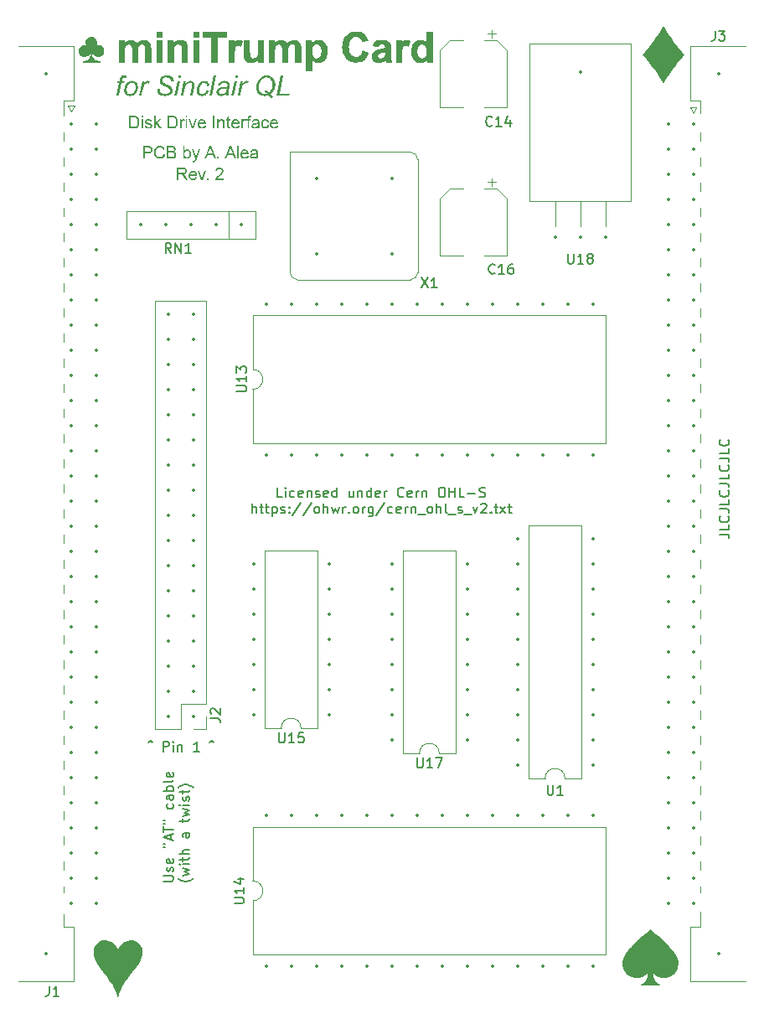
<source format=gbr>
%TF.GenerationSoftware,KiCad,Pcbnew,8.0.5+1*%
%TF.CreationDate,2024-11-07T11:26:01+01:00*%
%TF.ProjectId,QL_MiniTrump3,514c5f4d-696e-4695-9472-756d70332e6b,02*%
%TF.SameCoordinates,Original*%
%TF.FileFunction,Legend,Top*%
%TF.FilePolarity,Positive*%
%FSLAX46Y46*%
G04 Gerber Fmt 4.6, Leading zero omitted, Abs format (unit mm)*
G04 Created by KiCad (PCBNEW 8.0.5+1) date 2024-11-07 11:26:01*
%MOMM*%
%LPD*%
G01*
G04 APERTURE LIST*
%ADD10C,0.010000*%
%ADD11C,0.150000*%
%ADD12C,0.300000*%
%ADD13C,0.600000*%
%ADD14C,0.120000*%
%ADD15C,0.350000*%
G04 APERTURE END LIST*
D10*
X192190719Y-136046175D02*
X192414438Y-136230365D01*
X192644651Y-136425062D01*
X192763210Y-136527977D01*
X192884612Y-136635471D01*
X193008966Y-136747967D01*
X193135121Y-136864378D01*
X193261634Y-136983366D01*
X193387062Y-137103595D01*
X193509964Y-137223727D01*
X193628894Y-137342424D01*
X193742412Y-137458349D01*
X193849074Y-137570163D01*
X193947742Y-137676864D01*
X194038514Y-137778478D01*
X194121796Y-137875358D01*
X194197994Y-137967853D01*
X194267513Y-138056314D01*
X194330759Y-138141092D01*
X194388139Y-138222536D01*
X194440057Y-138300998D01*
X194464087Y-138339213D01*
X194486888Y-138376784D01*
X194508495Y-138413736D01*
X194528941Y-138450092D01*
X194548261Y-138485876D01*
X194566490Y-138521111D01*
X194583661Y-138555821D01*
X194599809Y-138590030D01*
X194614968Y-138623761D01*
X194629173Y-138657038D01*
X194654855Y-138722324D01*
X194677129Y-138786076D01*
X194696270Y-138848484D01*
X194712501Y-138909816D01*
X194719537Y-138940185D01*
X194725849Y-138970434D01*
X194731435Y-139000621D01*
X194736292Y-139030803D01*
X194740418Y-139061040D01*
X194743809Y-139091388D01*
X194746464Y-139121907D01*
X194748379Y-139152655D01*
X194749552Y-139183688D01*
X194749980Y-139215067D01*
X194749660Y-139246848D01*
X194748591Y-139279089D01*
X194746768Y-139311850D01*
X194744190Y-139345188D01*
X194736714Y-139413669D01*
X194725975Y-139484205D01*
X194719308Y-139520092D01*
X194711739Y-139556312D01*
X194703237Y-139592803D01*
X194693775Y-139629505D01*
X194683322Y-139666357D01*
X194671850Y-139703298D01*
X194659330Y-139740269D01*
X194645733Y-139777208D01*
X194631030Y-139814055D01*
X194615191Y-139850748D01*
X194598188Y-139887229D01*
X194579992Y-139923435D01*
X194560587Y-139959262D01*
X194540008Y-139994701D01*
X194518301Y-140029692D01*
X194495513Y-140064180D01*
X194471687Y-140098106D01*
X194446871Y-140131413D01*
X194421110Y-140164044D01*
X194394449Y-140195942D01*
X194366934Y-140227048D01*
X194338611Y-140257306D01*
X194309525Y-140286657D01*
X194279723Y-140315046D01*
X194249249Y-140342414D01*
X194218150Y-140368704D01*
X194186471Y-140393858D01*
X194154258Y-140417820D01*
X194121546Y-140440521D01*
X194088363Y-140461995D01*
X194054724Y-140482262D01*
X194020642Y-140501346D01*
X193986133Y-140519269D01*
X193951210Y-140536051D01*
X193915889Y-140551717D01*
X193880183Y-140566288D01*
X193844107Y-140579785D01*
X193807675Y-140592232D01*
X193770902Y-140603651D01*
X193733802Y-140614063D01*
X193696389Y-140623491D01*
X193658679Y-140631957D01*
X193620684Y-140639483D01*
X193582421Y-140646091D01*
X193543897Y-140651819D01*
X193505139Y-140656625D01*
X193466166Y-140660483D01*
X193426997Y-140663366D01*
X193387650Y-140665249D01*
X193348145Y-140666105D01*
X193308502Y-140665907D01*
X193268738Y-140664631D01*
X193228874Y-140662248D01*
X193188927Y-140658733D01*
X193148918Y-140654060D01*
X193108866Y-140648203D01*
X193068788Y-140641134D01*
X193028706Y-140632828D01*
X192988637Y-140623259D01*
X192948600Y-140612400D01*
X192908623Y-140600214D01*
X192868766Y-140586749D01*
X192829098Y-140572037D01*
X192789685Y-140556108D01*
X192750595Y-140538994D01*
X192711897Y-140520726D01*
X192673657Y-140501336D01*
X192635945Y-140480854D01*
X192598826Y-140459312D01*
X192562370Y-140436741D01*
X192526644Y-140413173D01*
X192491715Y-140388639D01*
X192457652Y-140363170D01*
X192424522Y-140336798D01*
X192392393Y-140309553D01*
X192361333Y-140281467D01*
X192339092Y-140260206D01*
X192317463Y-140238548D01*
X192296414Y-140216506D01*
X192275913Y-140194095D01*
X192255925Y-140171330D01*
X192236420Y-140148224D01*
X192217364Y-140124791D01*
X192198724Y-140101047D01*
X192202933Y-140186206D01*
X192207447Y-140267063D01*
X192212632Y-140344257D01*
X192218854Y-140418430D01*
X192223495Y-140464493D01*
X192228801Y-140510194D01*
X192234870Y-140555366D01*
X192241801Y-140599842D01*
X192249692Y-140643453D01*
X192258642Y-140686033D01*
X192268750Y-140727414D01*
X192280113Y-140767429D01*
X192286296Y-140786858D01*
X192292830Y-140805932D01*
X192299726Y-140824677D01*
X192306997Y-140843118D01*
X192314656Y-140861281D01*
X192322714Y-140879191D01*
X192331184Y-140896874D01*
X192340079Y-140914356D01*
X192349411Y-140931661D01*
X192359191Y-140948817D01*
X192369433Y-140965847D01*
X192380149Y-140982778D01*
X192391352Y-140999636D01*
X192403052Y-141016445D01*
X192415264Y-141033232D01*
X192427999Y-141050022D01*
X192441266Y-141066850D01*
X192455023Y-141083663D01*
X192469228Y-141100416D01*
X192483838Y-141117069D01*
X192498811Y-141133579D01*
X192514104Y-141149903D01*
X192529674Y-141166000D01*
X192545480Y-141181827D01*
X192561477Y-141197343D01*
X192577624Y-141212504D01*
X192593879Y-141227269D01*
X192610197Y-141241596D01*
X192626538Y-141255442D01*
X192642857Y-141268765D01*
X192659114Y-141281523D01*
X192675264Y-141293674D01*
X192691264Y-141305186D01*
X192707065Y-141316066D01*
X192722618Y-141326328D01*
X192737876Y-141335987D01*
X192752788Y-141345056D01*
X192767307Y-141353550D01*
X192781384Y-141361483D01*
X192794969Y-141368869D01*
X192820472Y-141382061D01*
X192843427Y-141393238D01*
X192863444Y-141402515D01*
X192880133Y-141410007D01*
X192892696Y-141415847D01*
X192896698Y-141418204D01*
X192898711Y-141420217D01*
X192898860Y-141421103D01*
X192898379Y-141421911D01*
X192895349Y-141423309D01*
X192889269Y-141424434D01*
X192879785Y-141425312D01*
X192849189Y-141426416D01*
X192800733Y-141426813D01*
X192638934Y-141426242D01*
X191970238Y-141423435D01*
X191301535Y-141426242D01*
X191208884Y-141426691D01*
X191171553Y-141426805D01*
X191139746Y-141426813D01*
X191113110Y-141426691D01*
X191091292Y-141426416D01*
X191073939Y-141425964D01*
X191066826Y-141425665D01*
X191060697Y-141425312D01*
X191055507Y-141424903D01*
X191051212Y-141424434D01*
X191047768Y-141423904D01*
X191045131Y-141423309D01*
X191043257Y-141422645D01*
X191042592Y-141422287D01*
X191042101Y-141421911D01*
X191041779Y-141421516D01*
X191041620Y-141421103D01*
X191041618Y-141420670D01*
X191041769Y-141420217D01*
X191042065Y-141419745D01*
X191042503Y-141419252D01*
X191043780Y-141418204D01*
X191045554Y-141417070D01*
X191047782Y-141415847D01*
X191053421Y-141413122D01*
X191060343Y-141410007D01*
X191097044Y-141393238D01*
X191119997Y-141382061D01*
X191145498Y-141368869D01*
X191173159Y-141353550D01*
X191202591Y-141335987D01*
X191217849Y-141326328D01*
X191233403Y-141316066D01*
X191249206Y-141305186D01*
X191265207Y-141293674D01*
X191281358Y-141281523D01*
X191297616Y-141268765D01*
X191313936Y-141255442D01*
X191330278Y-141241596D01*
X191346597Y-141227269D01*
X191362852Y-141212504D01*
X191394997Y-141181827D01*
X191426372Y-141149903D01*
X191441664Y-141133579D01*
X191456636Y-141117069D01*
X191471244Y-141100416D01*
X191485447Y-141083663D01*
X191499201Y-141066850D01*
X191512464Y-141050022D01*
X191525201Y-141033232D01*
X191537415Y-141016445D01*
X191549118Y-140999636D01*
X191560322Y-140982778D01*
X191571039Y-140965847D01*
X191581283Y-140948817D01*
X191591065Y-140931661D01*
X191600397Y-140914356D01*
X191609292Y-140896874D01*
X191617763Y-140879191D01*
X191625822Y-140861281D01*
X191633481Y-140843118D01*
X191640752Y-140824677D01*
X191647648Y-140805932D01*
X191654181Y-140786858D01*
X191660364Y-140767429D01*
X191671728Y-140727414D01*
X191681835Y-140686033D01*
X191690786Y-140643453D01*
X191698677Y-140599842D01*
X191705608Y-140555366D01*
X191711677Y-140510194D01*
X191716982Y-140464493D01*
X191721621Y-140418430D01*
X191727839Y-140344257D01*
X191733018Y-140267063D01*
X191737530Y-140186206D01*
X191741750Y-140101047D01*
X191723105Y-140124756D01*
X191704042Y-140148172D01*
X191684531Y-140171276D01*
X191664538Y-140194049D01*
X191644031Y-140216474D01*
X191622977Y-140238531D01*
X191601344Y-140260201D01*
X191579100Y-140281467D01*
X191548037Y-140309553D01*
X191515906Y-140336798D01*
X191482773Y-140363170D01*
X191448707Y-140388639D01*
X191413775Y-140413173D01*
X191378045Y-140436741D01*
X191341585Y-140459312D01*
X191304463Y-140480854D01*
X191266747Y-140501336D01*
X191228504Y-140520726D01*
X191189803Y-140538994D01*
X191150711Y-140556108D01*
X191111296Y-140572037D01*
X191071626Y-140586749D01*
X191031768Y-140600214D01*
X190991792Y-140612400D01*
X190941739Y-140625758D01*
X190891643Y-140637117D01*
X190841541Y-140646528D01*
X190791470Y-140654041D01*
X190741468Y-140659706D01*
X190691572Y-140663572D01*
X190641819Y-140665690D01*
X190592247Y-140666111D01*
X190562607Y-140665586D01*
X190533055Y-140664476D01*
X190503600Y-140662791D01*
X190474247Y-140660541D01*
X190445006Y-140657736D01*
X190415882Y-140654386D01*
X190386884Y-140650501D01*
X190358019Y-140646091D01*
X190319753Y-140639483D01*
X190281755Y-140631957D01*
X190244041Y-140623491D01*
X190206623Y-140614063D01*
X190169519Y-140603651D01*
X190132741Y-140592232D01*
X190096304Y-140579785D01*
X190060223Y-140566288D01*
X190024513Y-140551717D01*
X189989188Y-140536051D01*
X189954262Y-140519269D01*
X189919751Y-140501346D01*
X189885668Y-140482262D01*
X189852029Y-140461995D01*
X189818848Y-140440521D01*
X189786139Y-140417820D01*
X189753923Y-140393858D01*
X189722242Y-140368704D01*
X189691141Y-140342414D01*
X189660665Y-140315046D01*
X189630861Y-140286657D01*
X189601774Y-140257306D01*
X189573450Y-140227048D01*
X189545934Y-140195942D01*
X189519273Y-140164044D01*
X189493511Y-140131413D01*
X189468695Y-140098106D01*
X189444871Y-140064180D01*
X189422083Y-140029692D01*
X189400378Y-139994701D01*
X189379801Y-139959262D01*
X189360398Y-139923435D01*
X189342203Y-139887229D01*
X189325201Y-139850748D01*
X189309363Y-139814055D01*
X189294659Y-139777208D01*
X189281061Y-139740269D01*
X189268539Y-139703298D01*
X189257066Y-139666357D01*
X189246613Y-139629505D01*
X189237149Y-139592803D01*
X189228647Y-139556312D01*
X189221078Y-139520092D01*
X189214412Y-139484205D01*
X189203676Y-139413669D01*
X189196209Y-139345188D01*
X189193633Y-139311850D01*
X189191814Y-139279089D01*
X189190749Y-139246848D01*
X189190434Y-139215067D01*
X189190868Y-139183688D01*
X189192046Y-139152655D01*
X189193967Y-139121907D01*
X189196627Y-139091388D01*
X189200023Y-139061040D01*
X189204153Y-139030803D01*
X189209013Y-139000621D01*
X189214600Y-138970434D01*
X189220913Y-138940185D01*
X189227947Y-138909816D01*
X189244168Y-138848484D01*
X189263304Y-138786076D01*
X189285570Y-138722324D01*
X189311243Y-138657038D01*
X189340597Y-138590030D01*
X189373908Y-138521111D01*
X189411451Y-138450092D01*
X189453502Y-138376784D01*
X189500336Y-138300998D01*
X189552249Y-138222536D01*
X189609625Y-138141092D01*
X189672869Y-138056314D01*
X189742387Y-137967853D01*
X189818584Y-137875358D01*
X189901866Y-137778478D01*
X189992638Y-137676864D01*
X190091307Y-137570163D01*
X190197971Y-137458349D01*
X190311495Y-137342424D01*
X190430435Y-137223727D01*
X190553347Y-137103595D01*
X190678785Y-136983366D01*
X190805305Y-136864378D01*
X190931463Y-136747967D01*
X191055814Y-136635471D01*
X191177222Y-136527977D01*
X191295788Y-136425062D01*
X191411918Y-136326075D01*
X191526017Y-136230365D01*
X191749749Y-136046175D01*
X191970230Y-135867283D01*
X191970245Y-135867283D01*
X192190719Y-136046175D01*
G36*
X192190719Y-136046175D02*
G01*
X192414438Y-136230365D01*
X192644651Y-136425062D01*
X192763210Y-136527977D01*
X192884612Y-136635471D01*
X193008966Y-136747967D01*
X193135121Y-136864378D01*
X193261634Y-136983366D01*
X193387062Y-137103595D01*
X193509964Y-137223727D01*
X193628894Y-137342424D01*
X193742412Y-137458349D01*
X193849074Y-137570163D01*
X193947742Y-137676864D01*
X194038514Y-137778478D01*
X194121796Y-137875358D01*
X194197994Y-137967853D01*
X194267513Y-138056314D01*
X194330759Y-138141092D01*
X194388139Y-138222536D01*
X194440057Y-138300998D01*
X194464087Y-138339213D01*
X194486888Y-138376784D01*
X194508495Y-138413736D01*
X194528941Y-138450092D01*
X194548261Y-138485876D01*
X194566490Y-138521111D01*
X194583661Y-138555821D01*
X194599809Y-138590030D01*
X194614968Y-138623761D01*
X194629173Y-138657038D01*
X194654855Y-138722324D01*
X194677129Y-138786076D01*
X194696270Y-138848484D01*
X194712501Y-138909816D01*
X194719537Y-138940185D01*
X194725849Y-138970434D01*
X194731435Y-139000621D01*
X194736292Y-139030803D01*
X194740418Y-139061040D01*
X194743809Y-139091388D01*
X194746464Y-139121907D01*
X194748379Y-139152655D01*
X194749552Y-139183688D01*
X194749980Y-139215067D01*
X194749660Y-139246848D01*
X194748591Y-139279089D01*
X194746768Y-139311850D01*
X194744190Y-139345188D01*
X194736714Y-139413669D01*
X194725975Y-139484205D01*
X194719308Y-139520092D01*
X194711739Y-139556312D01*
X194703237Y-139592803D01*
X194693775Y-139629505D01*
X194683322Y-139666357D01*
X194671850Y-139703298D01*
X194659330Y-139740269D01*
X194645733Y-139777208D01*
X194631030Y-139814055D01*
X194615191Y-139850748D01*
X194598188Y-139887229D01*
X194579992Y-139923435D01*
X194560587Y-139959262D01*
X194540008Y-139994701D01*
X194518301Y-140029692D01*
X194495513Y-140064180D01*
X194471687Y-140098106D01*
X194446871Y-140131413D01*
X194421110Y-140164044D01*
X194394449Y-140195942D01*
X194366934Y-140227048D01*
X194338611Y-140257306D01*
X194309525Y-140286657D01*
X194279723Y-140315046D01*
X194249249Y-140342414D01*
X194218150Y-140368704D01*
X194186471Y-140393858D01*
X194154258Y-140417820D01*
X194121546Y-140440521D01*
X194088363Y-140461995D01*
X194054724Y-140482262D01*
X194020642Y-140501346D01*
X193986133Y-140519269D01*
X193951210Y-140536051D01*
X193915889Y-140551717D01*
X193880183Y-140566288D01*
X193844107Y-140579785D01*
X193807675Y-140592232D01*
X193770902Y-140603651D01*
X193733802Y-140614063D01*
X193696389Y-140623491D01*
X193658679Y-140631957D01*
X193620684Y-140639483D01*
X193582421Y-140646091D01*
X193543897Y-140651819D01*
X193505139Y-140656625D01*
X193466166Y-140660483D01*
X193426997Y-140663366D01*
X193387650Y-140665249D01*
X193348145Y-140666105D01*
X193308502Y-140665907D01*
X193268738Y-140664631D01*
X193228874Y-140662248D01*
X193188927Y-140658733D01*
X193148918Y-140654060D01*
X193108866Y-140648203D01*
X193068788Y-140641134D01*
X193028706Y-140632828D01*
X192988637Y-140623259D01*
X192948600Y-140612400D01*
X192908623Y-140600214D01*
X192868766Y-140586749D01*
X192829098Y-140572037D01*
X192789685Y-140556108D01*
X192750595Y-140538994D01*
X192711897Y-140520726D01*
X192673657Y-140501336D01*
X192635945Y-140480854D01*
X192598826Y-140459312D01*
X192562370Y-140436741D01*
X192526644Y-140413173D01*
X192491715Y-140388639D01*
X192457652Y-140363170D01*
X192424522Y-140336798D01*
X192392393Y-140309553D01*
X192361333Y-140281467D01*
X192339092Y-140260206D01*
X192317463Y-140238548D01*
X192296414Y-140216506D01*
X192275913Y-140194095D01*
X192255925Y-140171330D01*
X192236420Y-140148224D01*
X192217364Y-140124791D01*
X192198724Y-140101047D01*
X192202933Y-140186206D01*
X192207447Y-140267063D01*
X192212632Y-140344257D01*
X192218854Y-140418430D01*
X192223495Y-140464493D01*
X192228801Y-140510194D01*
X192234870Y-140555366D01*
X192241801Y-140599842D01*
X192249692Y-140643453D01*
X192258642Y-140686033D01*
X192268750Y-140727414D01*
X192280113Y-140767429D01*
X192286296Y-140786858D01*
X192292830Y-140805932D01*
X192299726Y-140824677D01*
X192306997Y-140843118D01*
X192314656Y-140861281D01*
X192322714Y-140879191D01*
X192331184Y-140896874D01*
X192340079Y-140914356D01*
X192349411Y-140931661D01*
X192359191Y-140948817D01*
X192369433Y-140965847D01*
X192380149Y-140982778D01*
X192391352Y-140999636D01*
X192403052Y-141016445D01*
X192415264Y-141033232D01*
X192427999Y-141050022D01*
X192441266Y-141066850D01*
X192455023Y-141083663D01*
X192469228Y-141100416D01*
X192483838Y-141117069D01*
X192498811Y-141133579D01*
X192514104Y-141149903D01*
X192529674Y-141166000D01*
X192545480Y-141181827D01*
X192561477Y-141197343D01*
X192577624Y-141212504D01*
X192593879Y-141227269D01*
X192610197Y-141241596D01*
X192626538Y-141255442D01*
X192642857Y-141268765D01*
X192659114Y-141281523D01*
X192675264Y-141293674D01*
X192691264Y-141305186D01*
X192707065Y-141316066D01*
X192722618Y-141326328D01*
X192737876Y-141335987D01*
X192752788Y-141345056D01*
X192767307Y-141353550D01*
X192781384Y-141361483D01*
X192794969Y-141368869D01*
X192820472Y-141382061D01*
X192843427Y-141393238D01*
X192863444Y-141402515D01*
X192880133Y-141410007D01*
X192892696Y-141415847D01*
X192896698Y-141418204D01*
X192898711Y-141420217D01*
X192898860Y-141421103D01*
X192898379Y-141421911D01*
X192895349Y-141423309D01*
X192889269Y-141424434D01*
X192879785Y-141425312D01*
X192849189Y-141426416D01*
X192800733Y-141426813D01*
X192638934Y-141426242D01*
X191970238Y-141423435D01*
X191301535Y-141426242D01*
X191208884Y-141426691D01*
X191171553Y-141426805D01*
X191139746Y-141426813D01*
X191113110Y-141426691D01*
X191091292Y-141426416D01*
X191073939Y-141425964D01*
X191066826Y-141425665D01*
X191060697Y-141425312D01*
X191055507Y-141424903D01*
X191051212Y-141424434D01*
X191047768Y-141423904D01*
X191045131Y-141423309D01*
X191043257Y-141422645D01*
X191042592Y-141422287D01*
X191042101Y-141421911D01*
X191041779Y-141421516D01*
X191041620Y-141421103D01*
X191041618Y-141420670D01*
X191041769Y-141420217D01*
X191042065Y-141419745D01*
X191042503Y-141419252D01*
X191043780Y-141418204D01*
X191045554Y-141417070D01*
X191047782Y-141415847D01*
X191053421Y-141413122D01*
X191060343Y-141410007D01*
X191097044Y-141393238D01*
X191119997Y-141382061D01*
X191145498Y-141368869D01*
X191173159Y-141353550D01*
X191202591Y-141335987D01*
X191217849Y-141326328D01*
X191233403Y-141316066D01*
X191249206Y-141305186D01*
X191265207Y-141293674D01*
X191281358Y-141281523D01*
X191297616Y-141268765D01*
X191313936Y-141255442D01*
X191330278Y-141241596D01*
X191346597Y-141227269D01*
X191362852Y-141212504D01*
X191394997Y-141181827D01*
X191426372Y-141149903D01*
X191441664Y-141133579D01*
X191456636Y-141117069D01*
X191471244Y-141100416D01*
X191485447Y-141083663D01*
X191499201Y-141066850D01*
X191512464Y-141050022D01*
X191525201Y-141033232D01*
X191537415Y-141016445D01*
X191549118Y-140999636D01*
X191560322Y-140982778D01*
X191571039Y-140965847D01*
X191581283Y-140948817D01*
X191591065Y-140931661D01*
X191600397Y-140914356D01*
X191609292Y-140896874D01*
X191617763Y-140879191D01*
X191625822Y-140861281D01*
X191633481Y-140843118D01*
X191640752Y-140824677D01*
X191647648Y-140805932D01*
X191654181Y-140786858D01*
X191660364Y-140767429D01*
X191671728Y-140727414D01*
X191681835Y-140686033D01*
X191690786Y-140643453D01*
X191698677Y-140599842D01*
X191705608Y-140555366D01*
X191711677Y-140510194D01*
X191716982Y-140464493D01*
X191721621Y-140418430D01*
X191727839Y-140344257D01*
X191733018Y-140267063D01*
X191737530Y-140186206D01*
X191741750Y-140101047D01*
X191723105Y-140124756D01*
X191704042Y-140148172D01*
X191684531Y-140171276D01*
X191664538Y-140194049D01*
X191644031Y-140216474D01*
X191622977Y-140238531D01*
X191601344Y-140260201D01*
X191579100Y-140281467D01*
X191548037Y-140309553D01*
X191515906Y-140336798D01*
X191482773Y-140363170D01*
X191448707Y-140388639D01*
X191413775Y-140413173D01*
X191378045Y-140436741D01*
X191341585Y-140459312D01*
X191304463Y-140480854D01*
X191266747Y-140501336D01*
X191228504Y-140520726D01*
X191189803Y-140538994D01*
X191150711Y-140556108D01*
X191111296Y-140572037D01*
X191071626Y-140586749D01*
X191031768Y-140600214D01*
X190991792Y-140612400D01*
X190941739Y-140625758D01*
X190891643Y-140637117D01*
X190841541Y-140646528D01*
X190791470Y-140654041D01*
X190741468Y-140659706D01*
X190691572Y-140663572D01*
X190641819Y-140665690D01*
X190592247Y-140666111D01*
X190562607Y-140665586D01*
X190533055Y-140664476D01*
X190503600Y-140662791D01*
X190474247Y-140660541D01*
X190445006Y-140657736D01*
X190415882Y-140654386D01*
X190386884Y-140650501D01*
X190358019Y-140646091D01*
X190319753Y-140639483D01*
X190281755Y-140631957D01*
X190244041Y-140623491D01*
X190206623Y-140614063D01*
X190169519Y-140603651D01*
X190132741Y-140592232D01*
X190096304Y-140579785D01*
X190060223Y-140566288D01*
X190024513Y-140551717D01*
X189989188Y-140536051D01*
X189954262Y-140519269D01*
X189919751Y-140501346D01*
X189885668Y-140482262D01*
X189852029Y-140461995D01*
X189818848Y-140440521D01*
X189786139Y-140417820D01*
X189753923Y-140393858D01*
X189722242Y-140368704D01*
X189691141Y-140342414D01*
X189660665Y-140315046D01*
X189630861Y-140286657D01*
X189601774Y-140257306D01*
X189573450Y-140227048D01*
X189545934Y-140195942D01*
X189519273Y-140164044D01*
X189493511Y-140131413D01*
X189468695Y-140098106D01*
X189444871Y-140064180D01*
X189422083Y-140029692D01*
X189400378Y-139994701D01*
X189379801Y-139959262D01*
X189360398Y-139923435D01*
X189342203Y-139887229D01*
X189325201Y-139850748D01*
X189309363Y-139814055D01*
X189294659Y-139777208D01*
X189281061Y-139740269D01*
X189268539Y-139703298D01*
X189257066Y-139666357D01*
X189246613Y-139629505D01*
X189237149Y-139592803D01*
X189228647Y-139556312D01*
X189221078Y-139520092D01*
X189214412Y-139484205D01*
X189203676Y-139413669D01*
X189196209Y-139345188D01*
X189193633Y-139311850D01*
X189191814Y-139279089D01*
X189190749Y-139246848D01*
X189190434Y-139215067D01*
X189190868Y-139183688D01*
X189192046Y-139152655D01*
X189193967Y-139121907D01*
X189196627Y-139091388D01*
X189200023Y-139061040D01*
X189204153Y-139030803D01*
X189209013Y-139000621D01*
X189214600Y-138970434D01*
X189220913Y-138940185D01*
X189227947Y-138909816D01*
X189244168Y-138848484D01*
X189263304Y-138786076D01*
X189285570Y-138722324D01*
X189311243Y-138657038D01*
X189340597Y-138590030D01*
X189373908Y-138521111D01*
X189411451Y-138450092D01*
X189453502Y-138376784D01*
X189500336Y-138300998D01*
X189552249Y-138222536D01*
X189609625Y-138141092D01*
X189672869Y-138056314D01*
X189742387Y-137967853D01*
X189818584Y-137875358D01*
X189901866Y-137778478D01*
X189992638Y-137676864D01*
X190091307Y-137570163D01*
X190197971Y-137458349D01*
X190311495Y-137342424D01*
X190430435Y-137223727D01*
X190553347Y-137103595D01*
X190678785Y-136983366D01*
X190805305Y-136864378D01*
X190931463Y-136747967D01*
X191055814Y-136635471D01*
X191177222Y-136527977D01*
X191295788Y-136425062D01*
X191411918Y-136326075D01*
X191526017Y-136230365D01*
X191749749Y-136046175D01*
X191970230Y-135867283D01*
X191970245Y-135867283D01*
X192190719Y-136046175D01*
G37*
D11*
G36*
X138049983Y-51603000D02*
G01*
X138314742Y-50321213D01*
X138092481Y-50321213D01*
X138132048Y-50133635D01*
X138354798Y-50133635D01*
X138397296Y-49924563D01*
X138420306Y-49827370D01*
X138450092Y-49733390D01*
X138465196Y-49698882D01*
X138526333Y-49621717D01*
X138579501Y-49584577D01*
X138672802Y-49550871D01*
X138777681Y-49539811D01*
X138794435Y-49539636D01*
X138893624Y-49548144D01*
X138994385Y-49566767D01*
X139068964Y-49584088D01*
X139024023Y-49800976D01*
X138921268Y-49793295D01*
X138823296Y-49789784D01*
X138812509Y-49789741D01*
X138716981Y-49812636D01*
X138701623Y-49824423D01*
X138654753Y-49915770D01*
X138636654Y-49986600D01*
X138603437Y-50133635D01*
X138880897Y-50133635D01*
X138841330Y-50321213D01*
X138563381Y-50321213D01*
X138298622Y-51603000D01*
X138049983Y-51603000D01*
G37*
G36*
X139743172Y-50110296D02*
G01*
X139843851Y-50134068D01*
X139934712Y-50173688D01*
X140015756Y-50229156D01*
X140057659Y-50267968D01*
X140120661Y-50345956D01*
X140168188Y-50435024D01*
X140200242Y-50535172D01*
X140216821Y-50646399D01*
X140219348Y-50714933D01*
X140214486Y-50823739D01*
X140199900Y-50929179D01*
X140175590Y-51031254D01*
X140141556Y-51129962D01*
X140117743Y-51184856D01*
X140069177Y-51275119D01*
X140012382Y-51355706D01*
X139937400Y-51435955D01*
X139851671Y-51503564D01*
X139828559Y-51518491D01*
X139733518Y-51569141D01*
X139635974Y-51605320D01*
X139535926Y-51627027D01*
X139433374Y-51634263D01*
X139329829Y-51627155D01*
X139232294Y-51605831D01*
X139140769Y-51570292D01*
X139123186Y-51561478D01*
X139035208Y-51503946D01*
X138962699Y-51432098D01*
X138910206Y-51354360D01*
X138868489Y-51257215D01*
X138845591Y-51160586D01*
X138837005Y-51056039D01*
X138836933Y-51045149D01*
X138837811Y-51021702D01*
X139085572Y-51021702D01*
X139091740Y-51119918D01*
X139113421Y-51215303D01*
X139161120Y-51310160D01*
X139184247Y-51338729D01*
X139266106Y-51404514D01*
X139362941Y-51439937D01*
X139435817Y-51446684D01*
X139534773Y-51433899D01*
X139593598Y-51413956D01*
X139683029Y-51363036D01*
X139739655Y-51314304D01*
X139805627Y-51237960D01*
X139854449Y-51161897D01*
X139897191Y-51072748D01*
X139930653Y-50977249D01*
X139956550Y-50875148D01*
X139970495Y-50776207D01*
X139973151Y-50712002D01*
X139965268Y-50606416D01*
X139938020Y-50505685D01*
X139885567Y-50415046D01*
X139873500Y-50400836D01*
X139798929Y-50337705D01*
X139703754Y-50298721D01*
X139622907Y-50289950D01*
X139524679Y-50300796D01*
X139428151Y-50336488D01*
X139409927Y-50346614D01*
X139329277Y-50405866D01*
X139260751Y-50478969D01*
X139236026Y-50511722D01*
X139183544Y-50598139D01*
X139142603Y-50694721D01*
X139121720Y-50764758D01*
X139099693Y-50868439D01*
X139087302Y-50970838D01*
X139085572Y-51021702D01*
X138837811Y-51021702D01*
X138840864Y-50940117D01*
X138852656Y-50839710D01*
X138872310Y-50743929D01*
X138907933Y-50630706D01*
X138955839Y-50524711D01*
X139016030Y-50425943D01*
X139088503Y-50334402D01*
X139170890Y-50255548D01*
X139262343Y-50193008D01*
X139362864Y-50146784D01*
X139472453Y-50116873D01*
X139570704Y-50104411D01*
X139632676Y-50102371D01*
X139743172Y-50110296D01*
G37*
G36*
X140350262Y-51603000D02*
G01*
X140655565Y-50133635D01*
X140875384Y-50133635D01*
X140813346Y-50387647D01*
X140876394Y-50311754D01*
X140945450Y-50241477D01*
X141026931Y-50176665D01*
X141033653Y-50172225D01*
X141122173Y-50126998D01*
X141219306Y-50104077D01*
X141254449Y-50102371D01*
X141354675Y-50113393D01*
X141437143Y-50133635D01*
X141335538Y-50383739D01*
X141263443Y-50310558D01*
X141193877Y-50289950D01*
X141095096Y-50312207D01*
X141011309Y-50364757D01*
X140934759Y-50438482D01*
X140926187Y-50448219D01*
X140868938Y-50529333D01*
X140824333Y-50618096D01*
X140783850Y-50724617D01*
X140753263Y-50826948D01*
X140725537Y-50941611D01*
X140710276Y-51016328D01*
X140586689Y-51603000D01*
X140350262Y-51603000D01*
G37*
G36*
X142164498Y-50946475D02*
G01*
X142428280Y-50915212D01*
X142425349Y-50987508D01*
X142435634Y-51088393D01*
X142466489Y-51181612D01*
X142479083Y-51206838D01*
X142539470Y-51285430D01*
X142619487Y-51343005D01*
X142656403Y-51361199D01*
X142755688Y-51394241D01*
X142858285Y-51411132D01*
X142950471Y-51415421D01*
X143050766Y-51410279D01*
X143151936Y-51391808D01*
X143248600Y-51354971D01*
X143319278Y-51307954D01*
X143391587Y-51230156D01*
X143436238Y-51137122D01*
X143446284Y-51061757D01*
X143427259Y-50963817D01*
X143378873Y-50885414D01*
X143294060Y-50819697D01*
X143200271Y-50767185D01*
X143110374Y-50723233D01*
X143003716Y-50675365D01*
X142907075Y-50632372D01*
X142814316Y-50588905D01*
X142724900Y-50543071D01*
X142679850Y-50516607D01*
X142594638Y-50452967D01*
X142521033Y-50379328D01*
X142479083Y-50321213D01*
X142437334Y-50230250D01*
X142416869Y-50129612D01*
X142414602Y-50079901D01*
X142424646Y-49976071D01*
X142454777Y-49879513D01*
X142499599Y-49798045D01*
X142567663Y-49718720D01*
X142645668Y-49658728D01*
X142739034Y-49610280D01*
X142749215Y-49606070D01*
X142844862Y-49573956D01*
X142947155Y-49552352D01*
X143056094Y-49541258D01*
X143119487Y-49539636D01*
X143223315Y-49543750D01*
X143332987Y-49558527D01*
X143433074Y-49584050D01*
X143534212Y-49625609D01*
X143621942Y-49678254D01*
X143702198Y-49747444D01*
X143764328Y-49827891D01*
X143779431Y-49854221D01*
X143822817Y-49951062D01*
X143849607Y-50053151D01*
X143855635Y-50127284D01*
X143854170Y-50170271D01*
X143594784Y-50191764D01*
X143588869Y-50092617D01*
X143579641Y-50048150D01*
X143539129Y-49955843D01*
X143494156Y-49896230D01*
X143415554Y-49833771D01*
X143335398Y-49796091D01*
X143235693Y-49769093D01*
X143132950Y-49758808D01*
X143109718Y-49758478D01*
X143005884Y-49764767D01*
X142903595Y-49786877D01*
X142807978Y-49830116D01*
X142767289Y-49859106D01*
X142703509Y-49935935D01*
X142675446Y-50032213D01*
X142673988Y-50063293D01*
X142692228Y-50159341D01*
X142712579Y-50198115D01*
X142784859Y-50271655D01*
X142851309Y-50314863D01*
X142941745Y-50360388D01*
X143042419Y-50407112D01*
X143142253Y-50452055D01*
X143190806Y-50473621D01*
X143290854Y-50519386D01*
X143383337Y-50564667D01*
X143473588Y-50614825D01*
X143490248Y-50625540D01*
X143571165Y-50690233D01*
X143635313Y-50765247D01*
X143659264Y-50803348D01*
X143699669Y-50899906D01*
X143716928Y-50999446D01*
X143718371Y-51040264D01*
X143708639Y-51140413D01*
X143679445Y-51235696D01*
X143630787Y-51326114D01*
X143618720Y-51343614D01*
X143548996Y-51424214D01*
X143473519Y-51486312D01*
X143385987Y-51538519D01*
X143343214Y-51558547D01*
X143240277Y-51595148D01*
X143142030Y-51617626D01*
X143037433Y-51630639D01*
X142940702Y-51634263D01*
X142836910Y-51630613D01*
X142739249Y-51619665D01*
X142630147Y-51596893D01*
X142529872Y-51563612D01*
X142438424Y-51519820D01*
X142382362Y-51484786D01*
X142308769Y-51420317D01*
X142250288Y-51339019D01*
X142206920Y-51240890D01*
X142182324Y-51146261D01*
X142168222Y-51039943D01*
X142164498Y-50946475D01*
G37*
G36*
X144279152Y-49821004D02*
G01*
X144338259Y-49570899D01*
X144585433Y-49570899D01*
X144526326Y-49821004D01*
X144279152Y-49821004D01*
G37*
G36*
X143916696Y-51603000D02*
G01*
X144221511Y-50133635D01*
X144470150Y-50133635D01*
X144165335Y-51603000D01*
X143916696Y-51603000D01*
G37*
G36*
X144547331Y-51603000D02*
G01*
X144852635Y-50133635D01*
X145077826Y-50133635D01*
X145024093Y-50399859D01*
X145096389Y-50327472D01*
X145174802Y-50258663D01*
X145258303Y-50197888D01*
X145298622Y-50173690D01*
X145395365Y-50130230D01*
X145493619Y-50106829D01*
X145559962Y-50102371D01*
X145663298Y-50112008D01*
X145759666Y-50144867D01*
X145837910Y-50201046D01*
X145899528Y-50284393D01*
X145931028Y-50377210D01*
X145939027Y-50464828D01*
X145930112Y-50569242D01*
X145913640Y-50668087D01*
X145903367Y-50720306D01*
X145718231Y-51603000D01*
X145469103Y-51603000D01*
X145663032Y-50659734D01*
X145681693Y-50559977D01*
X145691825Y-50460715D01*
X145691853Y-50456524D01*
X145663551Y-50361086D01*
X145641539Y-50336356D01*
X145551787Y-50294482D01*
X145496947Y-50289950D01*
X145392795Y-50301271D01*
X145295212Y-50335236D01*
X145204198Y-50391844D01*
X145156473Y-50433076D01*
X145086924Y-50517157D01*
X145034184Y-50611665D01*
X144995006Y-50708224D01*
X144961392Y-50819141D01*
X144937631Y-50922539D01*
X144795970Y-51603000D01*
X144547331Y-51603000D01*
G37*
G36*
X147111881Y-51071527D02*
G01*
X147360520Y-51102790D01*
X147322750Y-51199029D01*
X147271653Y-51298980D01*
X147212982Y-51385654D01*
X147146738Y-51459051D01*
X147094784Y-51503348D01*
X147005605Y-51560623D01*
X146910503Y-51601534D01*
X146809478Y-51626080D01*
X146702530Y-51634263D01*
X146602753Y-51626876D01*
X146499255Y-51600345D01*
X146406992Y-51554519D01*
X146325965Y-51489398D01*
X146316626Y-51479901D01*
X146252085Y-51394813D01*
X146205984Y-51294399D01*
X146180773Y-51193964D01*
X146169680Y-51081795D01*
X146169103Y-51047591D01*
X146173638Y-50943032D01*
X146187242Y-50839222D01*
X146209916Y-50736159D01*
X146241659Y-50633844D01*
X146263870Y-50575714D01*
X146309234Y-50479530D01*
X146362405Y-50394005D01*
X146432731Y-50309314D01*
X146513255Y-50238544D01*
X146534979Y-50223027D01*
X146626509Y-50170240D01*
X146724267Y-50132535D01*
X146828254Y-50109912D01*
X146938468Y-50102371D01*
X147036589Y-50108940D01*
X147137278Y-50132532D01*
X147235956Y-50179583D01*
X147310695Y-50239636D01*
X147377284Y-50323644D01*
X147422081Y-50421793D01*
X147443605Y-50520910D01*
X147448448Y-50602581D01*
X147203716Y-50633844D01*
X147193531Y-50531052D01*
X147161486Y-50438007D01*
X147123116Y-50381297D01*
X147044577Y-50318853D01*
X146946590Y-50291377D01*
X146915021Y-50289950D01*
X146816931Y-50301437D01*
X146720589Y-50340168D01*
X146655635Y-50387159D01*
X146585672Y-50465938D01*
X146531786Y-50558292D01*
X146491201Y-50658297D01*
X146483200Y-50682692D01*
X146455845Y-50780664D01*
X146436305Y-50876743D01*
X146423666Y-50982570D01*
X146420674Y-51063223D01*
X146427204Y-51163597D01*
X146452921Y-51265601D01*
X146503228Y-51350941D01*
X146582755Y-51416390D01*
X146676869Y-51445188D01*
X146706438Y-51446684D01*
X146803094Y-51431366D01*
X146896203Y-51385413D01*
X146937980Y-51353872D01*
X147008558Y-51278635D01*
X147062902Y-51190402D01*
X147103817Y-51094841D01*
X147111881Y-51071527D01*
G37*
G36*
X147484595Y-51603000D02*
G01*
X147905182Y-49570899D01*
X148153821Y-49570899D01*
X147733235Y-51603000D01*
X147484595Y-51603000D01*
G37*
G36*
X149076262Y-50108589D02*
G01*
X149178530Y-50127242D01*
X149282242Y-50163787D01*
X149371910Y-50216574D01*
X149392132Y-50232309D01*
X149460826Y-50305673D01*
X149503244Y-50401374D01*
X149512788Y-50483879D01*
X149507145Y-50585341D01*
X149491918Y-50690018D01*
X149478594Y-50755965D01*
X149397505Y-51120864D01*
X149377155Y-51223255D01*
X149363475Y-51321340D01*
X149358915Y-51404186D01*
X149369592Y-51507503D01*
X149389201Y-51603000D01*
X149137631Y-51603000D01*
X149117573Y-51504704D01*
X149108810Y-51421771D01*
X149029117Y-51485465D01*
X148943547Y-51541864D01*
X148860171Y-51583949D01*
X148760272Y-51616525D01*
X148663334Y-51631855D01*
X148604693Y-51634263D01*
X148497158Y-51624873D01*
X148402065Y-51596705D01*
X148310999Y-51543381D01*
X148278873Y-51515561D01*
X148213700Y-51434579D01*
X148172666Y-51340622D01*
X148155769Y-51233689D01*
X148155286Y-51210745D01*
X148156411Y-51199999D01*
X148402460Y-51199999D01*
X148420534Y-51298062D01*
X148474756Y-51377319D01*
X148562317Y-51429343D01*
X148663977Y-51446413D01*
X148680408Y-51446684D01*
X148779210Y-51435559D01*
X148874788Y-51402182D01*
X148917812Y-51379273D01*
X148996672Y-51321296D01*
X149066600Y-51241743D01*
X149097575Y-51191695D01*
X149139507Y-51096738D01*
X149168749Y-51001185D01*
X149190914Y-50902755D01*
X149200646Y-50848778D01*
X149103567Y-50878056D01*
X149088782Y-50881018D01*
X148989598Y-50894876D01*
X148888992Y-50904953D01*
X148788516Y-50915609D01*
X148685333Y-50930731D01*
X148588423Y-50953385D01*
X148582711Y-50955267D01*
X148496055Y-51000931D01*
X148447889Y-51052476D01*
X148407828Y-51145982D01*
X148402460Y-51199999D01*
X148156411Y-51199999D01*
X148165945Y-51108885D01*
X148201022Y-51011784D01*
X148210974Y-50993858D01*
X148271123Y-50913737D01*
X148347158Y-50850146D01*
X148358496Y-50842916D01*
X148447134Y-50799078D01*
X148543505Y-50769423D01*
X148584177Y-50760850D01*
X148686064Y-50747627D01*
X148794103Y-50739784D01*
X148901692Y-50734472D01*
X149010625Y-50727694D01*
X149113321Y-50715544D01*
X149210293Y-50694187D01*
X149237771Y-50684646D01*
X149259386Y-50586339D01*
X149266591Y-50506349D01*
X149241976Y-50407202D01*
X149203577Y-50362734D01*
X149112348Y-50312979D01*
X149010041Y-50292509D01*
X148950541Y-50289950D01*
X148849770Y-50298608D01*
X148755110Y-50327803D01*
X148694575Y-50363223D01*
X148622557Y-50432915D01*
X148568436Y-50522923D01*
X148549494Y-50571318D01*
X148298413Y-50540055D01*
X148342407Y-50440251D01*
X148397697Y-50352842D01*
X148464284Y-50277829D01*
X148542167Y-50215212D01*
X148631132Y-50165844D01*
X148730967Y-50130581D01*
X148827238Y-50111297D01*
X148931830Y-50102812D01*
X148963242Y-50102371D01*
X149076262Y-50108589D01*
G37*
G36*
X150035468Y-49821004D02*
G01*
X150094575Y-49570899D01*
X150341748Y-49570899D01*
X150282642Y-49821004D01*
X150035468Y-49821004D01*
G37*
G36*
X149673011Y-51603000D02*
G01*
X149977826Y-50133635D01*
X150226466Y-50133635D01*
X149921651Y-51603000D01*
X149673011Y-51603000D01*
G37*
G36*
X150303646Y-51603000D02*
G01*
X150608950Y-50133635D01*
X150828769Y-50133635D01*
X150766731Y-50387647D01*
X150829778Y-50311754D01*
X150898834Y-50241477D01*
X150980316Y-50176665D01*
X150987038Y-50172225D01*
X151075558Y-50126998D01*
X151172690Y-50104077D01*
X151207833Y-50102371D01*
X151308060Y-50113393D01*
X151390527Y-50133635D01*
X151288922Y-50383739D01*
X151216827Y-50310558D01*
X151147261Y-50289950D01*
X151048480Y-50312207D01*
X150964693Y-50364757D01*
X150888143Y-50438482D01*
X150879571Y-50448219D01*
X150822323Y-50529333D01*
X150777718Y-50618096D01*
X150737235Y-50724617D01*
X150706647Y-50826948D01*
X150678922Y-50941611D01*
X150663660Y-51016328D01*
X150540073Y-51603000D01*
X150303646Y-51603000D01*
G37*
G36*
X153360079Y-49545670D02*
G01*
X153467542Y-49563774D01*
X153568182Y-49593947D01*
X153662001Y-49636188D01*
X153748998Y-49690499D01*
X153829174Y-49756878D01*
X153859334Y-49786810D01*
X153927586Y-49868166D01*
X153984270Y-49957751D01*
X154029385Y-50055565D01*
X154062933Y-50161608D01*
X154084913Y-50275880D01*
X154094167Y-50373222D01*
X154096249Y-50449685D01*
X154091801Y-50562691D01*
X154078458Y-50672366D01*
X154056218Y-50778709D01*
X154025083Y-50881720D01*
X153985052Y-50981400D01*
X153969732Y-51013886D01*
X153919070Y-51107646D01*
X153861608Y-51195122D01*
X153797346Y-51276311D01*
X153726282Y-51351216D01*
X153648419Y-51419835D01*
X153620953Y-51441311D01*
X153691421Y-51513162D01*
X153766751Y-51576441D01*
X153853365Y-51638407D01*
X153895482Y-51665526D01*
X153776291Y-51884367D01*
X153698139Y-51822047D01*
X153623540Y-51752199D01*
X153552494Y-51674826D01*
X153485001Y-51589925D01*
X153448029Y-51538031D01*
X153346882Y-51580132D01*
X153248116Y-51610205D01*
X153151732Y-51628248D01*
X153057729Y-51634263D01*
X152952230Y-51627567D01*
X152850411Y-51609859D01*
X152753961Y-51584460D01*
X152731909Y-51577598D01*
X152636962Y-51541165D01*
X152542070Y-51489989D01*
X152458340Y-51427554D01*
X152435398Y-51406628D01*
X152365655Y-51328537D01*
X152306026Y-51237757D01*
X152261006Y-51145206D01*
X152247819Y-51112071D01*
X152214997Y-51007705D01*
X152194839Y-50909939D01*
X152183169Y-50807471D01*
X152180752Y-50737891D01*
X152444679Y-50737891D01*
X152449843Y-50841413D01*
X152469673Y-50955627D01*
X152504374Y-51058919D01*
X152553948Y-51151289D01*
X152618394Y-51232736D01*
X152656193Y-51269364D01*
X152740213Y-51333264D01*
X152827163Y-51378907D01*
X152928486Y-51408432D01*
X153009857Y-51415421D01*
X153109101Y-51409764D01*
X153209336Y-51390690D01*
X153279013Y-51367549D01*
X153192231Y-51311811D01*
X153103833Y-51264155D01*
X153022069Y-51227842D01*
X153119278Y-51009001D01*
X153209295Y-51055177D01*
X153280478Y-51102790D01*
X153360468Y-51170201D01*
X153430558Y-51238711D01*
X153455845Y-51264967D01*
X153535162Y-51193618D01*
X153606542Y-51109995D01*
X153662488Y-51026758D01*
X153712357Y-50934123D01*
X153725489Y-50905930D01*
X153765650Y-50805001D01*
X153795947Y-50702249D01*
X153816380Y-50597674D01*
X153826949Y-50491275D01*
X153828559Y-50429657D01*
X153822669Y-50318534D01*
X153804997Y-50216341D01*
X153775545Y-50123079D01*
X153726294Y-50025559D01*
X153661009Y-49940194D01*
X153584082Y-49869389D01*
X153499909Y-49815974D01*
X153408491Y-49779950D01*
X153309826Y-49761317D01*
X153250192Y-49758478D01*
X153149289Y-49766019D01*
X153050279Y-49788642D01*
X152953162Y-49826346D01*
X152857938Y-49879133D01*
X152779259Y-49937083D01*
X152707778Y-50005785D01*
X152643498Y-50085239D01*
X152586416Y-50175446D01*
X152557031Y-50231820D01*
X152513253Y-50335344D01*
X152480228Y-50442888D01*
X152457955Y-50554453D01*
X152447422Y-50653279D01*
X152444679Y-50737891D01*
X152180752Y-50737891D01*
X152179920Y-50713956D01*
X152183440Y-50615827D01*
X152196447Y-50503341D01*
X152219037Y-50393005D01*
X152251211Y-50284820D01*
X152280060Y-50208861D01*
X152325183Y-50112874D01*
X152376535Y-50023725D01*
X152434116Y-49941415D01*
X152497924Y-49865944D01*
X152575221Y-49790064D01*
X152656537Y-49724539D01*
X152741871Y-49669370D01*
X152791016Y-49643195D01*
X152884738Y-49602843D01*
X152981687Y-49572403D01*
X153081862Y-49551873D01*
X153185262Y-49541254D01*
X153245796Y-49539636D01*
X153360079Y-49545670D01*
G37*
G36*
X154209578Y-51603000D02*
G01*
X154629676Y-49570899D01*
X154899320Y-49570899D01*
X154526605Y-51384158D01*
X155572453Y-51384158D01*
X155524093Y-51603000D01*
X154209578Y-51603000D01*
G37*
X141290922Y-116948057D02*
X141481398Y-116805200D01*
X141481398Y-116805200D02*
X141671874Y-116948057D01*
X142767113Y-117852819D02*
X142767113Y-116852819D01*
X142767113Y-116852819D02*
X143148065Y-116852819D01*
X143148065Y-116852819D02*
X143243303Y-116900438D01*
X143243303Y-116900438D02*
X143290922Y-116948057D01*
X143290922Y-116948057D02*
X143338541Y-117043295D01*
X143338541Y-117043295D02*
X143338541Y-117186152D01*
X143338541Y-117186152D02*
X143290922Y-117281390D01*
X143290922Y-117281390D02*
X143243303Y-117329009D01*
X143243303Y-117329009D02*
X143148065Y-117376628D01*
X143148065Y-117376628D02*
X142767113Y-117376628D01*
X143767113Y-117852819D02*
X143767113Y-117186152D01*
X143767113Y-116852819D02*
X143719494Y-116900438D01*
X143719494Y-116900438D02*
X143767113Y-116948057D01*
X143767113Y-116948057D02*
X143814732Y-116900438D01*
X143814732Y-116900438D02*
X143767113Y-116852819D01*
X143767113Y-116852819D02*
X143767113Y-116948057D01*
X144243303Y-117186152D02*
X144243303Y-117852819D01*
X144243303Y-117281390D02*
X144290922Y-117233771D01*
X144290922Y-117233771D02*
X144386160Y-117186152D01*
X144386160Y-117186152D02*
X144529017Y-117186152D01*
X144529017Y-117186152D02*
X144624255Y-117233771D01*
X144624255Y-117233771D02*
X144671874Y-117329009D01*
X144671874Y-117329009D02*
X144671874Y-117852819D01*
X146433779Y-117852819D02*
X145862351Y-117852819D01*
X146148065Y-117852819D02*
X146148065Y-116852819D01*
X146148065Y-116852819D02*
X146052827Y-116995676D01*
X146052827Y-116995676D02*
X145957589Y-117090914D01*
X145957589Y-117090914D02*
X145862351Y-117138533D01*
X147481399Y-116948057D02*
X147671875Y-116805200D01*
X147671875Y-116805200D02*
X147862351Y-116948057D01*
D12*
G36*
X138193888Y-142785698D02*
G01*
X138291758Y-142448511D01*
X138397967Y-142142094D01*
X138527418Y-141834156D01*
X138635397Y-141621573D01*
X138816397Y-141322945D01*
X139009807Y-141034746D01*
X139212242Y-140748765D01*
X139406785Y-140482980D01*
X139624824Y-140192225D01*
X139841305Y-139903939D01*
X140040321Y-139635886D01*
X140229691Y-139374283D01*
X140291853Y-139283795D01*
X140462123Y-138995692D01*
X140595193Y-138696174D01*
X140673430Y-138375209D01*
X140688894Y-138153021D01*
X140648171Y-137816966D01*
X140526002Y-137520696D01*
X140344263Y-137285884D01*
X140087095Y-137086960D01*
X139762886Y-136964125D01*
X139489830Y-136936487D01*
X139154201Y-136979275D01*
X138850476Y-137107637D01*
X138602046Y-137298589D01*
X138385392Y-137552112D01*
X138230142Y-137845761D01*
X138197064Y-137937031D01*
X138072213Y-137638301D01*
X137881094Y-137373009D01*
X137814316Y-137303353D01*
X137561327Y-137107376D01*
X137255810Y-136975636D01*
X136921768Y-136931723D01*
X136593850Y-136972821D01*
X136277644Y-137111401D01*
X136068923Y-137279531D01*
X135869095Y-137534413D01*
X135745702Y-137848423D01*
X135717939Y-138108553D01*
X135750965Y-138449033D01*
X135840076Y-138772162D01*
X135918048Y-138964574D01*
X136078942Y-139267566D01*
X136259249Y-139547480D01*
X136454635Y-139819763D01*
X136650054Y-140073472D01*
X136685131Y-140117581D01*
X136903279Y-140397829D01*
X137102117Y-140661869D01*
X137315236Y-140957323D01*
X137500548Y-141229439D01*
X137681604Y-141517410D01*
X137747613Y-141631102D01*
X137903111Y-141942438D01*
X138030594Y-142261096D01*
X138133998Y-142574933D01*
X138193888Y-142785698D01*
G37*
D11*
X198971819Y-95932048D02*
X199686104Y-95932048D01*
X199686104Y-95932048D02*
X199828961Y-95979667D01*
X199828961Y-95979667D02*
X199924200Y-96074905D01*
X199924200Y-96074905D02*
X199971819Y-96217762D01*
X199971819Y-96217762D02*
X199971819Y-96313000D01*
X199971819Y-94979667D02*
X199971819Y-95455857D01*
X199971819Y-95455857D02*
X198971819Y-95455857D01*
X199876580Y-94074905D02*
X199924200Y-94122524D01*
X199924200Y-94122524D02*
X199971819Y-94265381D01*
X199971819Y-94265381D02*
X199971819Y-94360619D01*
X199971819Y-94360619D02*
X199924200Y-94503476D01*
X199924200Y-94503476D02*
X199828961Y-94598714D01*
X199828961Y-94598714D02*
X199733723Y-94646333D01*
X199733723Y-94646333D02*
X199543247Y-94693952D01*
X199543247Y-94693952D02*
X199400390Y-94693952D01*
X199400390Y-94693952D02*
X199209914Y-94646333D01*
X199209914Y-94646333D02*
X199114676Y-94598714D01*
X199114676Y-94598714D02*
X199019438Y-94503476D01*
X199019438Y-94503476D02*
X198971819Y-94360619D01*
X198971819Y-94360619D02*
X198971819Y-94265381D01*
X198971819Y-94265381D02*
X199019438Y-94122524D01*
X199019438Y-94122524D02*
X199067057Y-94074905D01*
X198971819Y-93360619D02*
X199686104Y-93360619D01*
X199686104Y-93360619D02*
X199828961Y-93408238D01*
X199828961Y-93408238D02*
X199924200Y-93503476D01*
X199924200Y-93503476D02*
X199971819Y-93646333D01*
X199971819Y-93646333D02*
X199971819Y-93741571D01*
X199971819Y-92408238D02*
X199971819Y-92884428D01*
X199971819Y-92884428D02*
X198971819Y-92884428D01*
X199876580Y-91503476D02*
X199924200Y-91551095D01*
X199924200Y-91551095D02*
X199971819Y-91693952D01*
X199971819Y-91693952D02*
X199971819Y-91789190D01*
X199971819Y-91789190D02*
X199924200Y-91932047D01*
X199924200Y-91932047D02*
X199828961Y-92027285D01*
X199828961Y-92027285D02*
X199733723Y-92074904D01*
X199733723Y-92074904D02*
X199543247Y-92122523D01*
X199543247Y-92122523D02*
X199400390Y-92122523D01*
X199400390Y-92122523D02*
X199209914Y-92074904D01*
X199209914Y-92074904D02*
X199114676Y-92027285D01*
X199114676Y-92027285D02*
X199019438Y-91932047D01*
X199019438Y-91932047D02*
X198971819Y-91789190D01*
X198971819Y-91789190D02*
X198971819Y-91693952D01*
X198971819Y-91693952D02*
X199019438Y-91551095D01*
X199019438Y-91551095D02*
X199067057Y-91503476D01*
X198971819Y-90789190D02*
X199686104Y-90789190D01*
X199686104Y-90789190D02*
X199828961Y-90836809D01*
X199828961Y-90836809D02*
X199924200Y-90932047D01*
X199924200Y-90932047D02*
X199971819Y-91074904D01*
X199971819Y-91074904D02*
X199971819Y-91170142D01*
X199971819Y-89836809D02*
X199971819Y-90312999D01*
X199971819Y-90312999D02*
X198971819Y-90312999D01*
X199876580Y-88932047D02*
X199924200Y-88979666D01*
X199924200Y-88979666D02*
X199971819Y-89122523D01*
X199971819Y-89122523D02*
X199971819Y-89217761D01*
X199971819Y-89217761D02*
X199924200Y-89360618D01*
X199924200Y-89360618D02*
X199828961Y-89455856D01*
X199828961Y-89455856D02*
X199733723Y-89503475D01*
X199733723Y-89503475D02*
X199543247Y-89551094D01*
X199543247Y-89551094D02*
X199400390Y-89551094D01*
X199400390Y-89551094D02*
X199209914Y-89503475D01*
X199209914Y-89503475D02*
X199114676Y-89455856D01*
X199114676Y-89455856D02*
X199019438Y-89360618D01*
X199019438Y-89360618D02*
X198971819Y-89217761D01*
X198971819Y-89217761D02*
X198971819Y-89122523D01*
X198971819Y-89122523D02*
X199019438Y-88979666D01*
X199019438Y-88979666D02*
X199067057Y-88932047D01*
X198971819Y-88217761D02*
X199686104Y-88217761D01*
X199686104Y-88217761D02*
X199828961Y-88265380D01*
X199828961Y-88265380D02*
X199924200Y-88360618D01*
X199924200Y-88360618D02*
X199971819Y-88503475D01*
X199971819Y-88503475D02*
X199971819Y-88598713D01*
X199971819Y-87265380D02*
X199971819Y-87741570D01*
X199971819Y-87741570D02*
X198971819Y-87741570D01*
X199876580Y-86360618D02*
X199924200Y-86408237D01*
X199924200Y-86408237D02*
X199971819Y-86551094D01*
X199971819Y-86551094D02*
X199971819Y-86646332D01*
X199971819Y-86646332D02*
X199924200Y-86789189D01*
X199924200Y-86789189D02*
X199828961Y-86884427D01*
X199828961Y-86884427D02*
X199733723Y-86932046D01*
X199733723Y-86932046D02*
X199543247Y-86979665D01*
X199543247Y-86979665D02*
X199400390Y-86979665D01*
X199400390Y-86979665D02*
X199209914Y-86932046D01*
X199209914Y-86932046D02*
X199114676Y-86884427D01*
X199114676Y-86884427D02*
X199019438Y-86789189D01*
X199019438Y-86789189D02*
X198971819Y-86646332D01*
X198971819Y-86646332D02*
X198971819Y-86551094D01*
X198971819Y-86551094D02*
X199019438Y-86408237D01*
X199019438Y-86408237D02*
X199067057Y-86360618D01*
D12*
G36*
X193331105Y-44551902D02*
G01*
X193160198Y-44832709D01*
X192979798Y-45115303D01*
X192789907Y-45399684D01*
X192590524Y-45685851D01*
X192381649Y-45973805D01*
X192309915Y-46070187D01*
X192106556Y-46339337D01*
X191877264Y-46636523D01*
X191664053Y-46905568D01*
X191435631Y-47183887D01*
X191201376Y-47455067D01*
X191434176Y-47718212D01*
X191657974Y-47990278D01*
X191879560Y-48270415D01*
X192085199Y-48536960D01*
X192309915Y-48833594D01*
X192530013Y-49134259D01*
X192736486Y-49428783D01*
X192929337Y-49717165D01*
X193108564Y-49999406D01*
X193274167Y-50275504D01*
X193326341Y-50366172D01*
X193489120Y-50073463D01*
X193658048Y-49804046D01*
X193696383Y-49746788D01*
X193888253Y-49468859D01*
X194073890Y-49207433D01*
X194276094Y-48928983D01*
X194494865Y-48633510D01*
X194593696Y-48501667D01*
X194811392Y-48224911D01*
X195041428Y-47939289D01*
X195264373Y-47664233D01*
X195437012Y-47451890D01*
X195216851Y-47194806D01*
X195010600Y-46943479D01*
X194788158Y-46663565D01*
X194590420Y-46408466D01*
X194381439Y-46133515D01*
X194250652Y-45959015D01*
X194058156Y-45695182D01*
X193874927Y-45431348D01*
X193672875Y-45123542D01*
X193483439Y-44815735D01*
X193331105Y-44551902D01*
G37*
D11*
X142801875Y-130981220D02*
X143611398Y-130981220D01*
X143611398Y-130981220D02*
X143706636Y-130933601D01*
X143706636Y-130933601D02*
X143754256Y-130885982D01*
X143754256Y-130885982D02*
X143801875Y-130790744D01*
X143801875Y-130790744D02*
X143801875Y-130600268D01*
X143801875Y-130600268D02*
X143754256Y-130505030D01*
X143754256Y-130505030D02*
X143706636Y-130457411D01*
X143706636Y-130457411D02*
X143611398Y-130409792D01*
X143611398Y-130409792D02*
X142801875Y-130409792D01*
X143754256Y-129981220D02*
X143801875Y-129885982D01*
X143801875Y-129885982D02*
X143801875Y-129695506D01*
X143801875Y-129695506D02*
X143754256Y-129600268D01*
X143754256Y-129600268D02*
X143659017Y-129552649D01*
X143659017Y-129552649D02*
X143611398Y-129552649D01*
X143611398Y-129552649D02*
X143516160Y-129600268D01*
X143516160Y-129600268D02*
X143468541Y-129695506D01*
X143468541Y-129695506D02*
X143468541Y-129838363D01*
X143468541Y-129838363D02*
X143420922Y-129933601D01*
X143420922Y-129933601D02*
X143325684Y-129981220D01*
X143325684Y-129981220D02*
X143278065Y-129981220D01*
X143278065Y-129981220D02*
X143182827Y-129933601D01*
X143182827Y-129933601D02*
X143135208Y-129838363D01*
X143135208Y-129838363D02*
X143135208Y-129695506D01*
X143135208Y-129695506D02*
X143182827Y-129600268D01*
X143754256Y-128743125D02*
X143801875Y-128838363D01*
X143801875Y-128838363D02*
X143801875Y-129028839D01*
X143801875Y-129028839D02*
X143754256Y-129124077D01*
X143754256Y-129124077D02*
X143659017Y-129171696D01*
X143659017Y-129171696D02*
X143278065Y-129171696D01*
X143278065Y-129171696D02*
X143182827Y-129124077D01*
X143182827Y-129124077D02*
X143135208Y-129028839D01*
X143135208Y-129028839D02*
X143135208Y-128838363D01*
X143135208Y-128838363D02*
X143182827Y-128743125D01*
X143182827Y-128743125D02*
X143278065Y-128695506D01*
X143278065Y-128695506D02*
X143373303Y-128695506D01*
X143373303Y-128695506D02*
X143468541Y-129171696D01*
X142801875Y-127552648D02*
X142992351Y-127552648D01*
X142801875Y-127171696D02*
X142992351Y-127171696D01*
X143516160Y-126790743D02*
X143516160Y-126314553D01*
X143801875Y-126885981D02*
X142801875Y-126552648D01*
X142801875Y-126552648D02*
X143801875Y-126219315D01*
X142801875Y-126028838D02*
X142801875Y-125457410D01*
X143801875Y-125743124D02*
X142801875Y-125743124D01*
X142801875Y-125171695D02*
X142992351Y-125171695D01*
X142801875Y-124790743D02*
X142992351Y-124790743D01*
X143754256Y-123171695D02*
X143801875Y-123266933D01*
X143801875Y-123266933D02*
X143801875Y-123457409D01*
X143801875Y-123457409D02*
X143754256Y-123552647D01*
X143754256Y-123552647D02*
X143706636Y-123600266D01*
X143706636Y-123600266D02*
X143611398Y-123647885D01*
X143611398Y-123647885D02*
X143325684Y-123647885D01*
X143325684Y-123647885D02*
X143230446Y-123600266D01*
X143230446Y-123600266D02*
X143182827Y-123552647D01*
X143182827Y-123552647D02*
X143135208Y-123457409D01*
X143135208Y-123457409D02*
X143135208Y-123266933D01*
X143135208Y-123266933D02*
X143182827Y-123171695D01*
X143801875Y-122314552D02*
X143278065Y-122314552D01*
X143278065Y-122314552D02*
X143182827Y-122362171D01*
X143182827Y-122362171D02*
X143135208Y-122457409D01*
X143135208Y-122457409D02*
X143135208Y-122647885D01*
X143135208Y-122647885D02*
X143182827Y-122743123D01*
X143754256Y-122314552D02*
X143801875Y-122409790D01*
X143801875Y-122409790D02*
X143801875Y-122647885D01*
X143801875Y-122647885D02*
X143754256Y-122743123D01*
X143754256Y-122743123D02*
X143659017Y-122790742D01*
X143659017Y-122790742D02*
X143563779Y-122790742D01*
X143563779Y-122790742D02*
X143468541Y-122743123D01*
X143468541Y-122743123D02*
X143420922Y-122647885D01*
X143420922Y-122647885D02*
X143420922Y-122409790D01*
X143420922Y-122409790D02*
X143373303Y-122314552D01*
X143801875Y-121838361D02*
X142801875Y-121838361D01*
X143182827Y-121838361D02*
X143135208Y-121743123D01*
X143135208Y-121743123D02*
X143135208Y-121552647D01*
X143135208Y-121552647D02*
X143182827Y-121457409D01*
X143182827Y-121457409D02*
X143230446Y-121409790D01*
X143230446Y-121409790D02*
X143325684Y-121362171D01*
X143325684Y-121362171D02*
X143611398Y-121362171D01*
X143611398Y-121362171D02*
X143706636Y-121409790D01*
X143706636Y-121409790D02*
X143754256Y-121457409D01*
X143754256Y-121457409D02*
X143801875Y-121552647D01*
X143801875Y-121552647D02*
X143801875Y-121743123D01*
X143801875Y-121743123D02*
X143754256Y-121838361D01*
X143801875Y-120790742D02*
X143754256Y-120885980D01*
X143754256Y-120885980D02*
X143659017Y-120933599D01*
X143659017Y-120933599D02*
X142801875Y-120933599D01*
X143754256Y-120028837D02*
X143801875Y-120124075D01*
X143801875Y-120124075D02*
X143801875Y-120314551D01*
X143801875Y-120314551D02*
X143754256Y-120409789D01*
X143754256Y-120409789D02*
X143659017Y-120457408D01*
X143659017Y-120457408D02*
X143278065Y-120457408D01*
X143278065Y-120457408D02*
X143182827Y-120409789D01*
X143182827Y-120409789D02*
X143135208Y-120314551D01*
X143135208Y-120314551D02*
X143135208Y-120124075D01*
X143135208Y-120124075D02*
X143182827Y-120028837D01*
X143182827Y-120028837D02*
X143278065Y-119981218D01*
X143278065Y-119981218D02*
X143373303Y-119981218D01*
X143373303Y-119981218D02*
X143468541Y-120457408D01*
X145792771Y-130695506D02*
X145745152Y-130743125D01*
X145745152Y-130743125D02*
X145602295Y-130838363D01*
X145602295Y-130838363D02*
X145507057Y-130885982D01*
X145507057Y-130885982D02*
X145364200Y-130933601D01*
X145364200Y-130933601D02*
X145126104Y-130981220D01*
X145126104Y-130981220D02*
X144935628Y-130981220D01*
X144935628Y-130981220D02*
X144697533Y-130933601D01*
X144697533Y-130933601D02*
X144554676Y-130885982D01*
X144554676Y-130885982D02*
X144459438Y-130838363D01*
X144459438Y-130838363D02*
X144316580Y-130743125D01*
X144316580Y-130743125D02*
X144268961Y-130695506D01*
X144745152Y-130409791D02*
X145411819Y-130219315D01*
X145411819Y-130219315D02*
X144935628Y-130028839D01*
X144935628Y-130028839D02*
X145411819Y-129838363D01*
X145411819Y-129838363D02*
X144745152Y-129647887D01*
X145411819Y-129266934D02*
X144745152Y-129266934D01*
X144411819Y-129266934D02*
X144459438Y-129314553D01*
X144459438Y-129314553D02*
X144507057Y-129266934D01*
X144507057Y-129266934D02*
X144459438Y-129219315D01*
X144459438Y-129219315D02*
X144411819Y-129266934D01*
X144411819Y-129266934D02*
X144507057Y-129266934D01*
X144745152Y-128933601D02*
X144745152Y-128552649D01*
X144411819Y-128790744D02*
X145268961Y-128790744D01*
X145268961Y-128790744D02*
X145364200Y-128743125D01*
X145364200Y-128743125D02*
X145411819Y-128647887D01*
X145411819Y-128647887D02*
X145411819Y-128552649D01*
X145411819Y-128219315D02*
X144411819Y-128219315D01*
X145411819Y-127790744D02*
X144888009Y-127790744D01*
X144888009Y-127790744D02*
X144792771Y-127838363D01*
X144792771Y-127838363D02*
X144745152Y-127933601D01*
X144745152Y-127933601D02*
X144745152Y-128076458D01*
X144745152Y-128076458D02*
X144792771Y-128171696D01*
X144792771Y-128171696D02*
X144840390Y-128219315D01*
X145411819Y-126124077D02*
X144888009Y-126124077D01*
X144888009Y-126124077D02*
X144792771Y-126171696D01*
X144792771Y-126171696D02*
X144745152Y-126266934D01*
X144745152Y-126266934D02*
X144745152Y-126457410D01*
X144745152Y-126457410D02*
X144792771Y-126552648D01*
X145364200Y-126124077D02*
X145411819Y-126219315D01*
X145411819Y-126219315D02*
X145411819Y-126457410D01*
X145411819Y-126457410D02*
X145364200Y-126552648D01*
X145364200Y-126552648D02*
X145268961Y-126600267D01*
X145268961Y-126600267D02*
X145173723Y-126600267D01*
X145173723Y-126600267D02*
X145078485Y-126552648D01*
X145078485Y-126552648D02*
X145030866Y-126457410D01*
X145030866Y-126457410D02*
X145030866Y-126219315D01*
X145030866Y-126219315D02*
X144983247Y-126124077D01*
X144745152Y-125028838D02*
X144745152Y-124647886D01*
X144411819Y-124885981D02*
X145268961Y-124885981D01*
X145268961Y-124885981D02*
X145364200Y-124838362D01*
X145364200Y-124838362D02*
X145411819Y-124743124D01*
X145411819Y-124743124D02*
X145411819Y-124647886D01*
X144745152Y-124409790D02*
X145411819Y-124219314D01*
X145411819Y-124219314D02*
X144935628Y-124028838D01*
X144935628Y-124028838D02*
X145411819Y-123838362D01*
X145411819Y-123838362D02*
X144745152Y-123647886D01*
X145411819Y-123266933D02*
X144745152Y-123266933D01*
X144411819Y-123266933D02*
X144459438Y-123314552D01*
X144459438Y-123314552D02*
X144507057Y-123266933D01*
X144507057Y-123266933D02*
X144459438Y-123219314D01*
X144459438Y-123219314D02*
X144411819Y-123266933D01*
X144411819Y-123266933D02*
X144507057Y-123266933D01*
X145364200Y-122838362D02*
X145411819Y-122743124D01*
X145411819Y-122743124D02*
X145411819Y-122552648D01*
X145411819Y-122552648D02*
X145364200Y-122457410D01*
X145364200Y-122457410D02*
X145268961Y-122409791D01*
X145268961Y-122409791D02*
X145221342Y-122409791D01*
X145221342Y-122409791D02*
X145126104Y-122457410D01*
X145126104Y-122457410D02*
X145078485Y-122552648D01*
X145078485Y-122552648D02*
X145078485Y-122695505D01*
X145078485Y-122695505D02*
X145030866Y-122790743D01*
X145030866Y-122790743D02*
X144935628Y-122838362D01*
X144935628Y-122838362D02*
X144888009Y-122838362D01*
X144888009Y-122838362D02*
X144792771Y-122790743D01*
X144792771Y-122790743D02*
X144745152Y-122695505D01*
X144745152Y-122695505D02*
X144745152Y-122552648D01*
X144745152Y-122552648D02*
X144792771Y-122457410D01*
X144745152Y-122124076D02*
X144745152Y-121743124D01*
X144411819Y-121981219D02*
X145268961Y-121981219D01*
X145268961Y-121981219D02*
X145364200Y-121933600D01*
X145364200Y-121933600D02*
X145411819Y-121838362D01*
X145411819Y-121838362D02*
X145411819Y-121743124D01*
X145792771Y-121505028D02*
X145745152Y-121457409D01*
X145745152Y-121457409D02*
X145602295Y-121362171D01*
X145602295Y-121362171D02*
X145507057Y-121314552D01*
X145507057Y-121314552D02*
X145364200Y-121266933D01*
X145364200Y-121266933D02*
X145126104Y-121219314D01*
X145126104Y-121219314D02*
X144935628Y-121219314D01*
X144935628Y-121219314D02*
X144697533Y-121266933D01*
X144697533Y-121266933D02*
X144554676Y-121314552D01*
X144554676Y-121314552D02*
X144459438Y-121362171D01*
X144459438Y-121362171D02*
X144316580Y-121457409D01*
X144316580Y-121457409D02*
X144268961Y-121505028D01*
G36*
X141265356Y-56684403D02*
G01*
X141327478Y-56687742D01*
X141391032Y-56695649D01*
X141451269Y-56709918D01*
X141508835Y-56733138D01*
X141546431Y-56755794D01*
X141593450Y-56797607D01*
X141632306Y-56851110D01*
X141647487Y-56879747D01*
X141670742Y-56941700D01*
X141682631Y-57002337D01*
X141685650Y-57054686D01*
X141680756Y-57124003D01*
X141666073Y-57188498D01*
X141641603Y-57248173D01*
X141607344Y-57303026D01*
X141583373Y-57332207D01*
X141530857Y-57376341D01*
X141473262Y-57405543D01*
X141404054Y-57426781D01*
X141337508Y-57438395D01*
X141262898Y-57444479D01*
X141214261Y-57445474D01*
X140891250Y-57445474D01*
X140891250Y-57953500D01*
X140724554Y-57953500D01*
X140724554Y-57289159D01*
X140891250Y-57289159D01*
X141216704Y-57289159D01*
X141282877Y-57286296D01*
X141347521Y-57276011D01*
X141406240Y-57255499D01*
X141445987Y-57229319D01*
X141487288Y-57177342D01*
X141508403Y-57117626D01*
X141513764Y-57060181D01*
X141506109Y-56995583D01*
X141480917Y-56935969D01*
X141473769Y-56925237D01*
X141430773Y-56880958D01*
X141372785Y-56852211D01*
X141368745Y-56851048D01*
X141303903Y-56842234D01*
X141240551Y-56839929D01*
X141213345Y-56839752D01*
X140891250Y-56839752D01*
X140891250Y-57289159D01*
X140724554Y-57289159D01*
X140724554Y-56683437D01*
X141199607Y-56683437D01*
X141265356Y-56684403D01*
G37*
G36*
X142789017Y-57502871D02*
G01*
X142955713Y-57544087D01*
X142937260Y-57607019D01*
X142914723Y-57665106D01*
X142882287Y-57728414D01*
X142843969Y-57784747D01*
X142799769Y-57834102D01*
X142767035Y-57863130D01*
X142713952Y-57900482D01*
X142656596Y-57930106D01*
X142594969Y-57952002D01*
X142529070Y-57966170D01*
X142458899Y-57972610D01*
X142434560Y-57973039D01*
X142372779Y-57971004D01*
X142303542Y-57963190D01*
X142239650Y-57949516D01*
X142181103Y-57929981D01*
X142119554Y-57899784D01*
X142103305Y-57889691D01*
X142050514Y-57849662D01*
X142003536Y-57802503D01*
X141962374Y-57748215D01*
X141927026Y-57686798D01*
X141909437Y-57648501D01*
X141886819Y-57588380D01*
X141868880Y-57526628D01*
X141855620Y-57463244D01*
X141847041Y-57398229D01*
X141843141Y-57331582D01*
X141842881Y-57309004D01*
X141845522Y-57236597D01*
X141853443Y-57167753D01*
X141866645Y-57102473D01*
X141885128Y-57040756D01*
X141908891Y-56982603D01*
X141917986Y-56964011D01*
X141953883Y-56903019D01*
X141995857Y-56848806D01*
X142043909Y-56801372D01*
X142098039Y-56760717D01*
X142131698Y-56740528D01*
X142193788Y-56710669D01*
X142258507Y-56688144D01*
X142325855Y-56672952D01*
X142395834Y-56665095D01*
X142437002Y-56663897D01*
X142505756Y-56667364D01*
X142570281Y-56677765D01*
X142630578Y-56695099D01*
X142686645Y-56719367D01*
X142746712Y-56756443D01*
X142754823Y-56762510D01*
X142807450Y-56809496D01*
X142852596Y-56864166D01*
X142885340Y-56917142D01*
X142912589Y-56975764D01*
X142934341Y-57040031D01*
X142770088Y-57077889D01*
X142745778Y-57015149D01*
X142712500Y-56955515D01*
X142672942Y-56907472D01*
X142643082Y-56881884D01*
X142586815Y-56849362D01*
X142522201Y-56828885D01*
X142456910Y-56820755D01*
X142433644Y-56820213D01*
X142372358Y-56823485D01*
X142307934Y-56835239D01*
X142249502Y-56855542D01*
X142190927Y-56888601D01*
X142140709Y-56930592D01*
X142099619Y-56979974D01*
X142067658Y-57036745D01*
X142053846Y-57071478D01*
X142034808Y-57136629D01*
X142022000Y-57202939D01*
X142015423Y-57270409D01*
X142014462Y-57308393D01*
X142016697Y-57375283D01*
X142023403Y-57438374D01*
X142036540Y-57505827D01*
X142055517Y-57568319D01*
X142061173Y-57583166D01*
X142087906Y-57638216D01*
X142125690Y-57691252D01*
X142171637Y-57734870D01*
X142206803Y-57758716D01*
X142263577Y-57786757D01*
X142322959Y-57805620D01*
X142384949Y-57815307D01*
X142420516Y-57816724D01*
X142487873Y-57811781D01*
X142549812Y-57796955D01*
X142606331Y-57772245D01*
X142657431Y-57737650D01*
X142702063Y-57693324D01*
X142738871Y-57639418D01*
X142767856Y-57575934D01*
X142786800Y-57512528D01*
X142789017Y-57502871D01*
G37*
G36*
X143687754Y-56685822D02*
G01*
X143749197Y-56692977D01*
X143809743Y-56706730D01*
X143850557Y-56721600D01*
X143906078Y-56752497D01*
X143952580Y-56793135D01*
X143987028Y-56838531D01*
X144015187Y-56893760D01*
X144032575Y-56955985D01*
X144036487Y-57004005D01*
X144029232Y-57067683D01*
X144007464Y-57128237D01*
X143992524Y-57155131D01*
X143953469Y-57204432D01*
X143901791Y-57246092D01*
X143860327Y-57269620D01*
X143920377Y-57292669D01*
X143977300Y-57327231D01*
X144023906Y-57371213D01*
X144035877Y-57386245D01*
X144068238Y-57440657D01*
X144088613Y-57500854D01*
X144097003Y-57566834D01*
X144097243Y-57580724D01*
X144091962Y-57646741D01*
X144076120Y-57709238D01*
X144059690Y-57748946D01*
X144029265Y-57802126D01*
X143987474Y-57851581D01*
X143967489Y-57868625D01*
X143914086Y-57901367D01*
X143854974Y-57924862D01*
X143829797Y-57932128D01*
X143768478Y-57944296D01*
X143705032Y-57950974D01*
X143641659Y-57953416D01*
X143626770Y-57953500D01*
X143146833Y-57953500D01*
X143146833Y-57797184D01*
X143313528Y-57797184D01*
X143626770Y-57797184D01*
X143688271Y-57796015D01*
X143740038Y-57791078D01*
X143801778Y-57774271D01*
X143836208Y-57757189D01*
X143882884Y-57713924D01*
X143899711Y-57687580D01*
X143920614Y-57628502D01*
X143924746Y-57582250D01*
X143916830Y-57520731D01*
X143890937Y-57463982D01*
X143888720Y-57460740D01*
X143845673Y-57416852D01*
X143788581Y-57388383D01*
X143727415Y-57374743D01*
X143661097Y-57368633D01*
X143604483Y-57367317D01*
X143313528Y-57367317D01*
X143313528Y-57797184D01*
X143146833Y-57797184D01*
X143146833Y-57211001D01*
X143313528Y-57211001D01*
X143585859Y-57211001D01*
X143648852Y-57209600D01*
X143712557Y-57203588D01*
X143744617Y-57196652D01*
X143803214Y-57170296D01*
X143840177Y-57135591D01*
X143866943Y-57077193D01*
X143872234Y-57028430D01*
X143863704Y-56967450D01*
X143842009Y-56920658D01*
X143797331Y-56875883D01*
X143756219Y-56857154D01*
X143692289Y-56845258D01*
X143627877Y-56840840D01*
X143565099Y-56839752D01*
X143313528Y-56839752D01*
X143313528Y-57211001D01*
X143146833Y-57211001D01*
X143146833Y-56683437D01*
X143619137Y-56683437D01*
X143687754Y-56685822D01*
G37*
G36*
X144939881Y-57166732D02*
G01*
X144978521Y-57115373D01*
X145028376Y-57068885D01*
X145083373Y-57036859D01*
X145143513Y-57019297D01*
X145189619Y-57015607D01*
X145251529Y-57020415D01*
X145310863Y-57034841D01*
X145348987Y-57049801D01*
X145405626Y-57081921D01*
X145453498Y-57123211D01*
X145472635Y-57145361D01*
X145508600Y-57199701D01*
X145535626Y-57257375D01*
X145548656Y-57294349D01*
X145564300Y-57355613D01*
X145573450Y-57419762D01*
X145576133Y-57480584D01*
X145573301Y-57551535D01*
X145564804Y-57617267D01*
X145550641Y-57677782D01*
X145526169Y-57743513D01*
X145493540Y-57801731D01*
X145460118Y-57844506D01*
X145415084Y-57888187D01*
X145358394Y-57927726D01*
X145297234Y-57954964D01*
X145231603Y-57969901D01*
X145181986Y-57973039D01*
X145114777Y-57965106D01*
X145054201Y-57941308D01*
X145000258Y-57901644D01*
X144959299Y-57855018D01*
X144928890Y-57807259D01*
X144928890Y-57953500D01*
X144785397Y-57953500D01*
X144785397Y-57487912D01*
X144927058Y-57487912D01*
X144929191Y-57550130D01*
X144936852Y-57611363D01*
X144954264Y-57673091D01*
X144971632Y-57706509D01*
X145011341Y-57754728D01*
X145063722Y-57792506D01*
X145124266Y-57812849D01*
X145169163Y-57816724D01*
X145229831Y-57808793D01*
X145290366Y-57781749D01*
X145339763Y-57740509D01*
X145344408Y-57735513D01*
X145380123Y-57683529D01*
X145404149Y-57618938D01*
X145415694Y-57550941D01*
X145418291Y-57493407D01*
X145414902Y-57425532D01*
X145402728Y-57358051D01*
X145378449Y-57294998D01*
X145347461Y-57250385D01*
X145300300Y-57209008D01*
X145241742Y-57181194D01*
X145176185Y-57171922D01*
X145115518Y-57179853D01*
X145054983Y-57206897D01*
X145005586Y-57248137D01*
X145000941Y-57253133D01*
X144965226Y-57304538D01*
X144941200Y-57367389D01*
X144929655Y-57432867D01*
X144927058Y-57487912D01*
X144785397Y-57487912D01*
X144785397Y-56683437D01*
X144939881Y-56683437D01*
X144939881Y-57166732D01*
G37*
G36*
X145752599Y-58305209D02*
G01*
X145735502Y-58154695D01*
X145796497Y-58166810D01*
X145824040Y-58168433D01*
X145884896Y-58160208D01*
X145906166Y-58151031D01*
X145953081Y-58108759D01*
X145956847Y-58103098D01*
X145982201Y-58047261D01*
X146004169Y-57987999D01*
X146017907Y-57950141D01*
X145671998Y-57035146D01*
X145838389Y-57035146D01*
X146028288Y-57552941D01*
X146050631Y-57615558D01*
X146071483Y-57680143D01*
X146088976Y-57739952D01*
X146094539Y-57760242D01*
X146114026Y-57699248D01*
X146133871Y-57640668D01*
X146155743Y-57579106D01*
X146158042Y-57572786D01*
X146352825Y-57035146D01*
X146507309Y-57035146D01*
X146160484Y-57971207D01*
X146137239Y-58032320D01*
X146113606Y-58091215D01*
X146088466Y-58148411D01*
X146073778Y-58177592D01*
X146038274Y-58232658D01*
X145995532Y-58276970D01*
X145979134Y-58289028D01*
X145920821Y-58315818D01*
X145856725Y-58324714D01*
X145852128Y-58324749D01*
X145789153Y-58316334D01*
X145752599Y-58305209D01*
G37*
G36*
X148130608Y-57953500D02*
G01*
X147941015Y-57953500D01*
X147794163Y-57562711D01*
X147267820Y-57562711D01*
X147129518Y-57953500D01*
X146952747Y-57953500D01*
X147160936Y-57406396D01*
X147315753Y-57406396D01*
X147742567Y-57406396D01*
X147611287Y-57086743D01*
X147586449Y-57020557D01*
X147564562Y-56961178D01*
X147543162Y-56901654D01*
X147521833Y-56839752D01*
X147506844Y-56899397D01*
X147488667Y-56961554D01*
X147467302Y-57026222D01*
X147454055Y-57063234D01*
X147315753Y-57406396D01*
X147160936Y-57406396D01*
X147436042Y-56683437D01*
X147615561Y-56683437D01*
X148130608Y-57953500D01*
G37*
G36*
X148233495Y-57953500D02*
G01*
X148233495Y-57797184D01*
X148409655Y-57797184D01*
X148409655Y-57953500D01*
X148233495Y-57953500D01*
G37*
G36*
X150172478Y-57953500D02*
G01*
X149982885Y-57953500D01*
X149836034Y-57562711D01*
X149309690Y-57562711D01*
X149171388Y-57953500D01*
X148994617Y-57953500D01*
X149202806Y-57406396D01*
X149357623Y-57406396D01*
X149784437Y-57406396D01*
X149653157Y-57086743D01*
X149628319Y-57020557D01*
X149606432Y-56961178D01*
X149585032Y-56901654D01*
X149563703Y-56839752D01*
X149548714Y-56899397D01*
X149530537Y-56961554D01*
X149509172Y-57026222D01*
X149495926Y-57063234D01*
X149357623Y-57406396D01*
X149202806Y-57406396D01*
X149477913Y-56683437D01*
X149657431Y-56683437D01*
X150172478Y-57953500D01*
G37*
G36*
X150228043Y-57953500D02*
G01*
X150228043Y-56683437D01*
X150382832Y-56683437D01*
X150382832Y-57953500D01*
X150228043Y-57953500D01*
G37*
G36*
X151060573Y-57020083D02*
G01*
X151122068Y-57033510D01*
X151187843Y-57060489D01*
X151247190Y-57099653D01*
X151292942Y-57142919D01*
X151332369Y-57194299D01*
X151363639Y-57252957D01*
X151386752Y-57318891D01*
X151399781Y-57379396D01*
X151407145Y-57444954D01*
X151408958Y-57501040D01*
X151408347Y-57543172D01*
X150728131Y-57543172D01*
X150736641Y-57605549D01*
X150756342Y-57666463D01*
X150790808Y-57722646D01*
X150813005Y-57746198D01*
X150864567Y-57783389D01*
X150923463Y-57806806D01*
X150989694Y-57816448D01*
X151003820Y-57816724D01*
X151068699Y-57811332D01*
X151129440Y-57793467D01*
X151148839Y-57784056D01*
X151199724Y-57744911D01*
X151237291Y-57693002D01*
X151244094Y-57679948D01*
X151404073Y-57699487D01*
X151381118Y-57760872D01*
X151350110Y-57814968D01*
X151305602Y-57867113D01*
X151263938Y-57901293D01*
X151209385Y-57932682D01*
X151147694Y-57955102D01*
X151087861Y-57967364D01*
X151022564Y-57972759D01*
X151002904Y-57973039D01*
X150930822Y-57968692D01*
X150864558Y-57955651D01*
X150804112Y-57933916D01*
X150749483Y-57903487D01*
X150700671Y-57864364D01*
X150685693Y-57849391D01*
X150645851Y-57799409D01*
X150614252Y-57742430D01*
X150590897Y-57678452D01*
X150575784Y-57607476D01*
X150569487Y-57542984D01*
X150568457Y-57501956D01*
X150571349Y-57432259D01*
X150577443Y-57386856D01*
X150736679Y-57386856D01*
X151245926Y-57386856D01*
X151232859Y-57322714D01*
X151204267Y-57264594D01*
X151187613Y-57245195D01*
X151137142Y-57206555D01*
X151078085Y-57182226D01*
X151017592Y-57172566D01*
X150995882Y-57171922D01*
X150932758Y-57177647D01*
X150870898Y-57197167D01*
X150816974Y-57230541D01*
X150774703Y-57275321D01*
X150746116Y-57334869D01*
X150736679Y-57386856D01*
X150577443Y-57386856D01*
X150580025Y-57367616D01*
X150594485Y-57308027D01*
X150619472Y-57243190D01*
X150652789Y-57185631D01*
X150686915Y-57143224D01*
X150733816Y-57099854D01*
X150785676Y-57065457D01*
X150842494Y-57040034D01*
X150904272Y-57023583D01*
X150971008Y-57016105D01*
X150994355Y-57015607D01*
X151060573Y-57020083D01*
G37*
G36*
X152040950Y-57017805D02*
G01*
X152102011Y-57025401D01*
X152163949Y-57041680D01*
X152168553Y-57043390D01*
X152224978Y-57070446D01*
X152273539Y-57110685D01*
X152275714Y-57113304D01*
X152307957Y-57167411D01*
X152323952Y-57219244D01*
X152330124Y-57282056D01*
X152331555Y-57344109D01*
X152331585Y-57356020D01*
X152331585Y-57550193D01*
X152331928Y-57621710D01*
X152332959Y-57683759D01*
X152335401Y-57751765D01*
X152340172Y-57813106D01*
X152341355Y-57822219D01*
X152355026Y-57885125D01*
X152377150Y-57945616D01*
X152380739Y-57953500D01*
X152219233Y-57953500D01*
X152198518Y-57895475D01*
X152188398Y-57836263D01*
X152140648Y-57875008D01*
X152088782Y-57909843D01*
X152033176Y-57938176D01*
X152023228Y-57942203D01*
X151962020Y-57960994D01*
X151897462Y-57971112D01*
X151852564Y-57973039D01*
X151790163Y-57969489D01*
X151726970Y-57956738D01*
X151666233Y-57931308D01*
X151621449Y-57898850D01*
X151578945Y-57848457D01*
X151552183Y-57790014D01*
X151541164Y-57723521D01*
X151540849Y-57709257D01*
X151542059Y-57698266D01*
X151705713Y-57698266D01*
X151725830Y-57757552D01*
X151752424Y-57782835D01*
X151810203Y-57808251D01*
X151872997Y-57816426D01*
X151889505Y-57816724D01*
X151953619Y-57811486D01*
X152016874Y-57793990D01*
X152048263Y-57779476D01*
X152102100Y-57743638D01*
X152144090Y-57698625D01*
X152150540Y-57688801D01*
X152170783Y-57630412D01*
X152175575Y-57567901D01*
X152175575Y-57523632D01*
X152114711Y-57540382D01*
X152054213Y-57552623D01*
X151992669Y-57562488D01*
X151923089Y-57571565D01*
X151859462Y-57580423D01*
X151798935Y-57593437D01*
X151788145Y-57596905D01*
X151734290Y-57629950D01*
X151727084Y-57638121D01*
X151705734Y-57696211D01*
X151705713Y-57698266D01*
X151542059Y-57698266D01*
X151547557Y-57648332D01*
X151569501Y-57589112D01*
X151571379Y-57585609D01*
X151606565Y-57535234D01*
X151651063Y-57495849D01*
X151707146Y-57464496D01*
X151762499Y-57444558D01*
X151823930Y-57431842D01*
X151888580Y-57422466D01*
X151899886Y-57421050D01*
X151966601Y-57412277D01*
X152035671Y-57401283D01*
X152103052Y-57387716D01*
X152164122Y-57371176D01*
X152175575Y-57367317D01*
X152176185Y-57332512D01*
X152167829Y-57270151D01*
X152132527Y-57217107D01*
X152074880Y-57187852D01*
X152011226Y-57174746D01*
X151956367Y-57171922D01*
X151893821Y-57174874D01*
X151833486Y-57186208D01*
X151795472Y-57202147D01*
X151750287Y-57243745D01*
X151721770Y-57299302D01*
X151718535Y-57308698D01*
X151567410Y-57289159D01*
X151584648Y-57228420D01*
X151610694Y-57172034D01*
X151635188Y-57136507D01*
X151680540Y-57093760D01*
X151734657Y-57062082D01*
X151771658Y-57047053D01*
X151836477Y-57029150D01*
X151901163Y-57019323D01*
X151964071Y-57015730D01*
X151978654Y-57015607D01*
X152040950Y-57017805D01*
G37*
G36*
X144784137Y-58844058D02*
G01*
X144846164Y-58848923D01*
X144907606Y-58858454D01*
X144970241Y-58876325D01*
X145026297Y-58905583D01*
X145073982Y-58947178D01*
X145110070Y-58995699D01*
X145137762Y-59050886D01*
X145155198Y-59109592D01*
X145162377Y-59171815D01*
X145162583Y-59184682D01*
X145157163Y-59248910D01*
X145140906Y-59307872D01*
X145109661Y-59367909D01*
X145075876Y-59409996D01*
X145026627Y-59451613D01*
X144965585Y-59484872D01*
X144902501Y-59507117D01*
X144841242Y-59521092D01*
X144808125Y-59526317D01*
X144863192Y-59557027D01*
X144908570Y-59591346D01*
X144953429Y-59637893D01*
X144992528Y-59684986D01*
X145030419Y-59737005D01*
X145046872Y-59761706D01*
X145265775Y-60112500D01*
X145056032Y-60112500D01*
X144889641Y-59844443D01*
X144854760Y-59789851D01*
X144819351Y-59736600D01*
X144781583Y-59683257D01*
X144769352Y-59667062D01*
X144727134Y-59617831D01*
X144684477Y-59582798D01*
X144627920Y-59556637D01*
X144608762Y-59551352D01*
X144545908Y-59546200D01*
X144515950Y-59545856D01*
X144322692Y-59545856D01*
X144322692Y-60112500D01*
X144156302Y-60112500D01*
X144156302Y-59389541D01*
X144322692Y-59389541D01*
X144680814Y-59389541D01*
X144747318Y-59387394D01*
X144809248Y-59380074D01*
X144859416Y-59367559D01*
X144916126Y-59338708D01*
X144957419Y-59296728D01*
X144984574Y-59239069D01*
X144991002Y-59190483D01*
X144980270Y-59127402D01*
X144948072Y-59074097D01*
X144925972Y-59052791D01*
X144872564Y-59022025D01*
X144808545Y-59005138D01*
X144746726Y-58999227D01*
X144721114Y-58998752D01*
X144322692Y-58998752D01*
X144322692Y-59389541D01*
X144156302Y-59389541D01*
X144156302Y-58842437D01*
X144714397Y-58842437D01*
X144784137Y-58844058D01*
G37*
G36*
X145837270Y-59179083D02*
G01*
X145898765Y-59192510D01*
X145964540Y-59219489D01*
X146023887Y-59258653D01*
X146069639Y-59301919D01*
X146109067Y-59353299D01*
X146140336Y-59411957D01*
X146163449Y-59477891D01*
X146176478Y-59538396D01*
X146183842Y-59603954D01*
X146185655Y-59660040D01*
X146185044Y-59702172D01*
X145504828Y-59702172D01*
X145513338Y-59764549D01*
X145533039Y-59825463D01*
X145567505Y-59881646D01*
X145589702Y-59905198D01*
X145641264Y-59942389D01*
X145700160Y-59965806D01*
X145766391Y-59975448D01*
X145780517Y-59975724D01*
X145845396Y-59970332D01*
X145906137Y-59952467D01*
X145925536Y-59943056D01*
X145976421Y-59903911D01*
X146013988Y-59852002D01*
X146020791Y-59838948D01*
X146180770Y-59858487D01*
X146157815Y-59919872D01*
X146126808Y-59973968D01*
X146082299Y-60026113D01*
X146040636Y-60060293D01*
X145986082Y-60091682D01*
X145924391Y-60114102D01*
X145864558Y-60126364D01*
X145799261Y-60131759D01*
X145779601Y-60132039D01*
X145707520Y-60127692D01*
X145641256Y-60114651D01*
X145580809Y-60092916D01*
X145526180Y-60062487D01*
X145477368Y-60023364D01*
X145462391Y-60008391D01*
X145422549Y-59958409D01*
X145390950Y-59901430D01*
X145367594Y-59837452D01*
X145352481Y-59766476D01*
X145346184Y-59701984D01*
X145345154Y-59660956D01*
X145348046Y-59591259D01*
X145354140Y-59545856D01*
X145513376Y-59545856D01*
X146022623Y-59545856D01*
X146009557Y-59481714D01*
X145980964Y-59423594D01*
X145964310Y-59404195D01*
X145913839Y-59365555D01*
X145854782Y-59341226D01*
X145794289Y-59331566D01*
X145772579Y-59330922D01*
X145709455Y-59336647D01*
X145647595Y-59356167D01*
X145593671Y-59389541D01*
X145551400Y-59434321D01*
X145522814Y-59493869D01*
X145513376Y-59545856D01*
X145354140Y-59545856D01*
X145356722Y-59526616D01*
X145371182Y-59467027D01*
X145396170Y-59402190D01*
X145429486Y-59344631D01*
X145463612Y-59302224D01*
X145510513Y-59258854D01*
X145562373Y-59224457D01*
X145619191Y-59199034D01*
X145680969Y-59182583D01*
X145747705Y-59175105D01*
X145771053Y-59174607D01*
X145837270Y-59179083D01*
G37*
G36*
X146623155Y-60112500D02*
G01*
X146276330Y-59194146D01*
X146439667Y-59194146D01*
X146635367Y-59744303D01*
X146656583Y-59806387D01*
X146676572Y-59870057D01*
X146693680Y-59929317D01*
X146711340Y-59870699D01*
X146731601Y-59809724D01*
X146751077Y-59754684D01*
X146953799Y-59194146D01*
X147112862Y-59194146D01*
X146767563Y-60112500D01*
X146623155Y-60112500D01*
G37*
G36*
X147223382Y-60112500D02*
G01*
X147223382Y-59956184D01*
X147399542Y-59956184D01*
X147399542Y-60112500D01*
X147223382Y-60112500D01*
G37*
G36*
X148856450Y-59956184D02*
G01*
X148856450Y-60112500D01*
X148024193Y-60112500D01*
X148029141Y-60049967D01*
X148042206Y-60003201D01*
X148068544Y-59944089D01*
X148100315Y-59890852D01*
X148139539Y-59838091D01*
X148143872Y-59832841D01*
X148188273Y-59783876D01*
X148235972Y-59737432D01*
X148284063Y-59694539D01*
X148338086Y-59649542D01*
X148346288Y-59642943D01*
X148395499Y-59602838D01*
X148451163Y-59555834D01*
X148500328Y-59512303D01*
X148550746Y-59464650D01*
X148597738Y-59415377D01*
X148623504Y-59384351D01*
X148658481Y-59332302D01*
X148683919Y-59276453D01*
X148695790Y-59212189D01*
X148695861Y-59206969D01*
X148686630Y-59145117D01*
X148655797Y-59086830D01*
X148630220Y-59059202D01*
X148575323Y-59022365D01*
X148515043Y-59003534D01*
X148458640Y-58998752D01*
X148393316Y-59004327D01*
X148331445Y-59023339D01*
X148280037Y-59055844D01*
X148239165Y-59104802D01*
X148216839Y-59166039D01*
X148212260Y-59213686D01*
X148053502Y-59194146D01*
X148062747Y-59132669D01*
X148081564Y-59068190D01*
X148109029Y-59011513D01*
X148151008Y-58956291D01*
X148176234Y-58932501D01*
X148226342Y-58897408D01*
X148283432Y-58870934D01*
X148347507Y-58853079D01*
X148407985Y-58844636D01*
X148462303Y-58842437D01*
X148527544Y-58846022D01*
X148596957Y-58859266D01*
X148659153Y-58882269D01*
X148714131Y-58915032D01*
X148748983Y-58944408D01*
X148790144Y-58991224D01*
X148824805Y-59050453D01*
X148846263Y-59115788D01*
X148854206Y-59177965D01*
X148854618Y-59196589D01*
X148849529Y-59258449D01*
X148834262Y-59319502D01*
X148823783Y-59347409D01*
X148794903Y-59403938D01*
X148758322Y-59457717D01*
X148721201Y-59503114D01*
X148673357Y-59553461D01*
X148625793Y-59598597D01*
X148577815Y-59641448D01*
X148523183Y-59688142D01*
X148483064Y-59721406D01*
X148434356Y-59761316D01*
X148386375Y-59801393D01*
X148338682Y-59842660D01*
X148304156Y-59874973D01*
X148262231Y-59923045D01*
X148239127Y-59956184D01*
X148856450Y-59956184D01*
G37*
D13*
G36*
X136427422Y-48258000D02*
G01*
X134620513Y-48258000D01*
X134648357Y-48144427D01*
X134808321Y-48107790D01*
X134952042Y-48067450D01*
X135091901Y-48010818D01*
X135106312Y-48002277D01*
X135227734Y-47903674D01*
X135322857Y-47783460D01*
X135370827Y-47700393D01*
X135429648Y-47559351D01*
X135464053Y-47413287D01*
X135474142Y-47276143D01*
X135482202Y-47243903D01*
X135406812Y-47377500D01*
X135309604Y-47490143D01*
X135202300Y-47574364D01*
X135061581Y-47648037D01*
X134918596Y-47687708D01*
X134822013Y-47695264D01*
X134673679Y-47678305D01*
X134527536Y-47620476D01*
X134410156Y-47532291D01*
X134399229Y-47521607D01*
X134307652Y-47405344D01*
X134246092Y-47259602D01*
X134225742Y-47110881D01*
X134225572Y-47095159D01*
X134241100Y-46947111D01*
X134294049Y-46801944D01*
X134384575Y-46675306D01*
X134499170Y-46578106D01*
X134636230Y-46518085D01*
X134747275Y-46504580D01*
X134898048Y-46527532D01*
X135022048Y-46577120D01*
X134955851Y-46442321D01*
X134948775Y-46423247D01*
X134921903Y-46274898D01*
X134921665Y-46258383D01*
X134941752Y-46099048D01*
X135002013Y-45957550D01*
X135091658Y-45844392D01*
X135218312Y-45747609D01*
X135364533Y-45691000D01*
X135514442Y-45674399D01*
X135664251Y-45691000D01*
X135811188Y-45747609D01*
X135939424Y-45844392D01*
X136037876Y-45968464D01*
X136095461Y-46107948D01*
X136112348Y-46248125D01*
X136094256Y-46404162D01*
X136034719Y-46547688D01*
X136017826Y-46573457D01*
X136148252Y-46517769D01*
X136280876Y-46500916D01*
X136434852Y-46524616D01*
X136572548Y-46595713D01*
X136655300Y-46669444D01*
X136745409Y-46794744D01*
X136798114Y-46938919D01*
X136813570Y-47086367D01*
X136796683Y-47239095D01*
X136739098Y-47388583D01*
X136651285Y-47507651D01*
X136640646Y-47518676D01*
X136525770Y-47610640D01*
X136383705Y-47672459D01*
X136225189Y-47693066D01*
X136071427Y-47672664D01*
X135948950Y-47628586D01*
X135816876Y-47552931D01*
X135703486Y-47454929D01*
X135610756Y-47340351D01*
X135566466Y-47271014D01*
X135580366Y-47425162D01*
X135614007Y-47568227D01*
X135661720Y-47688669D01*
X135742057Y-47818843D01*
X135848978Y-47931294D01*
X135935028Y-47996415D01*
X136071799Y-48060433D01*
X136226215Y-48106057D01*
X136380558Y-48140289D01*
X136401776Y-48144427D01*
X136427422Y-48258000D01*
G37*
G36*
X138292949Y-46007057D02*
G01*
X138874002Y-46007057D01*
X138874002Y-46264245D01*
X138991676Y-46145760D01*
X139124146Y-46056376D01*
X139271412Y-45996094D01*
X139433475Y-45964914D01*
X139532725Y-45960163D01*
X139686907Y-45972218D01*
X139836031Y-46012488D01*
X139908615Y-46045892D01*
X140034719Y-46131624D01*
X140138081Y-46248693D01*
X140154812Y-46275236D01*
X140264708Y-46166921D01*
X140389600Y-46078922D01*
X140452300Y-46045159D01*
X140595833Y-45990127D01*
X140746622Y-45963151D01*
X140818664Y-45960163D01*
X140966154Y-45970181D01*
X141111533Y-46004341D01*
X141239250Y-46062745D01*
X141356578Y-46152527D01*
X141449177Y-46269099D01*
X141497170Y-46361698D01*
X141537496Y-46508478D01*
X141554526Y-46660719D01*
X141559452Y-46826981D01*
X141559452Y-48258000D01*
X140932969Y-48258000D01*
X140932969Y-46960337D01*
X140929443Y-46812326D01*
X140913079Y-46656667D01*
X140876549Y-46544147D01*
X140761123Y-46448095D01*
X140649404Y-46429109D01*
X140505057Y-46459718D01*
X140433981Y-46500184D01*
X140333537Y-46609125D01*
X140287436Y-46711942D01*
X140256381Y-46867719D01*
X140244846Y-47019001D01*
X140242006Y-47164036D01*
X140242006Y-48258000D01*
X139616256Y-48258000D01*
X139616256Y-47012361D01*
X139613938Y-46849854D01*
X139604807Y-46701295D01*
X139586947Y-46602033D01*
X139506962Y-46476281D01*
X139499752Y-46470875D01*
X139356196Y-46429476D01*
X139337087Y-46429109D01*
X139188652Y-46456300D01*
X139109208Y-46498718D01*
X139005481Y-46610001D01*
X138964128Y-46700951D01*
X138933574Y-46852340D01*
X138922225Y-47003751D01*
X138919431Y-47150847D01*
X138919431Y-48258000D01*
X138292949Y-48258000D01*
X138292949Y-46007057D01*
G37*
G36*
X142070164Y-45725690D02*
G01*
X142070164Y-45162954D01*
X142696647Y-45162954D01*
X142696647Y-45725690D01*
X142070164Y-45725690D01*
G37*
G36*
X142070164Y-48258000D02*
G01*
X142070164Y-46007057D01*
X142696647Y-46007057D01*
X142696647Y-48258000D01*
X142070164Y-48258000D01*
G37*
G36*
X145274386Y-48258000D02*
G01*
X144648636Y-48258000D01*
X144648636Y-47096625D01*
X144646438Y-46933913D01*
X144637508Y-46775733D01*
X144613465Y-46638669D01*
X144536803Y-46513373D01*
X144500625Y-46483331D01*
X144360286Y-46431704D01*
X144313779Y-46429109D01*
X144161718Y-46454380D01*
X144056591Y-46508976D01*
X143951903Y-46615159D01*
X143901253Y-46721468D01*
X143873737Y-46868880D01*
X143862905Y-47016697D01*
X143858921Y-47179523D01*
X143858755Y-47224852D01*
X143858755Y-48258000D01*
X143233004Y-48258000D01*
X143233004Y-46007057D01*
X143817722Y-46007057D01*
X143817722Y-46284029D01*
X143918821Y-46173965D01*
X144054091Y-46074338D01*
X144208014Y-46005706D01*
X144354795Y-45971549D01*
X144515279Y-45960163D01*
X144669864Y-45972014D01*
X144813322Y-46007567D01*
X144875782Y-46031970D01*
X145012106Y-46108145D01*
X145118832Y-46208918D01*
X145124177Y-46215885D01*
X145199596Y-46343064D01*
X145241413Y-46468676D01*
X145263953Y-46613714D01*
X145273227Y-46773975D01*
X145274386Y-46866548D01*
X145274386Y-48258000D01*
G37*
G36*
X145801218Y-45725690D02*
G01*
X145801218Y-45162954D01*
X146427701Y-45162954D01*
X146427701Y-45725690D01*
X145801218Y-45725690D01*
G37*
G36*
X145801218Y-48258000D02*
G01*
X145801218Y-46007057D01*
X146427701Y-46007057D01*
X146427701Y-48258000D01*
X145801218Y-48258000D01*
G37*
G36*
X147652090Y-48258000D02*
G01*
X147652090Y-45725690D01*
X146755963Y-45725690D01*
X146755963Y-45162954D01*
X149203277Y-45162954D01*
X149203277Y-45725690D01*
X148309348Y-45725690D01*
X148309348Y-48258000D01*
X147652090Y-48258000D01*
G37*
G36*
X150016605Y-48258000D02*
G01*
X149390855Y-48258000D01*
X149390855Y-46007057D01*
X149975572Y-46007057D01*
X149975572Y-46259849D01*
X150064210Y-46139916D01*
X150173753Y-46042005D01*
X150188064Y-46032703D01*
X150328275Y-45974047D01*
X150451113Y-45960163D01*
X150604437Y-45978813D01*
X150744983Y-46028676D01*
X150859976Y-46092787D01*
X150665070Y-46677504D01*
X150529149Y-46603873D01*
X150380771Y-46569793D01*
X150235680Y-46601589D01*
X150188796Y-46631342D01*
X150099463Y-46756604D01*
X150063500Y-46858488D01*
X150036801Y-47017689D01*
X150025581Y-47165702D01*
X150019536Y-47321481D01*
X150017017Y-47471683D01*
X150016605Y-47570700D01*
X150016605Y-48258000D01*
G37*
G36*
X152373793Y-48258000D02*
G01*
X152373793Y-47983226D01*
X152272513Y-48089916D01*
X152142022Y-48177170D01*
X152093891Y-48203045D01*
X151954100Y-48261031D01*
X151808768Y-48294948D01*
X151671839Y-48304894D01*
X151521879Y-48293032D01*
X151370135Y-48253036D01*
X151264442Y-48204510D01*
X151142717Y-48117339D01*
X151042477Y-47997321D01*
X151002125Y-47921677D01*
X150956237Y-47780485D01*
X150931049Y-47624780D01*
X150921840Y-47462377D01*
X150921525Y-47423422D01*
X150921525Y-46007057D01*
X151547275Y-46007057D01*
X151547275Y-47054127D01*
X151548331Y-47216054D01*
X151552233Y-47372541D01*
X151561475Y-47522426D01*
X151577317Y-47621258D01*
X151654025Y-47751722D01*
X151685761Y-47778795D01*
X151828093Y-47832376D01*
X151886528Y-47835948D01*
X152035524Y-47811141D01*
X152138587Y-47757546D01*
X152246046Y-47650753D01*
X152290995Y-47561907D01*
X152318036Y-47407639D01*
X152327825Y-47254041D01*
X152332108Y-47082978D01*
X152332760Y-46969863D01*
X152332760Y-46007057D01*
X152958510Y-46007057D01*
X152958510Y-48258000D01*
X152373793Y-48258000D01*
G37*
G36*
X153454568Y-46007057D02*
G01*
X154035621Y-46007057D01*
X154035621Y-46264245D01*
X154153295Y-46145760D01*
X154285765Y-46056376D01*
X154433031Y-45996094D01*
X154595094Y-45964914D01*
X154694344Y-45960163D01*
X154848526Y-45972218D01*
X154997650Y-46012488D01*
X155070234Y-46045892D01*
X155196338Y-46131624D01*
X155299700Y-46248693D01*
X155316431Y-46275236D01*
X155426327Y-46166921D01*
X155551219Y-46078922D01*
X155613919Y-46045159D01*
X155757452Y-45990127D01*
X155908241Y-45963151D01*
X155980283Y-45960163D01*
X156127773Y-45970181D01*
X156273152Y-46004341D01*
X156400869Y-46062745D01*
X156518197Y-46152527D01*
X156610796Y-46269099D01*
X156658789Y-46361698D01*
X156699115Y-46508478D01*
X156716145Y-46660719D01*
X156721071Y-46826981D01*
X156721071Y-48258000D01*
X156094588Y-48258000D01*
X156094588Y-46960337D01*
X156091062Y-46812326D01*
X156074698Y-46656667D01*
X156038168Y-46544147D01*
X155922742Y-46448095D01*
X155811023Y-46429109D01*
X155666676Y-46459718D01*
X155595600Y-46500184D01*
X155495156Y-46609125D01*
X155449055Y-46711942D01*
X155418000Y-46867719D01*
X155406465Y-47019001D01*
X155403625Y-47164036D01*
X155403625Y-48258000D01*
X154777875Y-48258000D01*
X154777875Y-47012361D01*
X154775557Y-46849854D01*
X154766426Y-46701295D01*
X154748566Y-46602033D01*
X154668581Y-46476281D01*
X154661371Y-46470875D01*
X154517815Y-46429476D01*
X154498706Y-46429109D01*
X154350271Y-46456300D01*
X154270827Y-46498718D01*
X154167100Y-46610001D01*
X154125747Y-46700951D01*
X154095193Y-46852340D01*
X154083844Y-47003751D01*
X154081050Y-47150847D01*
X154081050Y-48258000D01*
X153454568Y-48258000D01*
X153454568Y-46007057D01*
G37*
G36*
X158626805Y-45974889D02*
G01*
X158780949Y-46019067D01*
X158923732Y-46092698D01*
X159055155Y-46195781D01*
X159125154Y-46267909D01*
X159217787Y-46391411D01*
X159291254Y-46531657D01*
X159345556Y-46688647D01*
X159376168Y-46832262D01*
X159393470Y-46987505D01*
X159397729Y-47120072D01*
X159391020Y-47288982D01*
X159370895Y-47445836D01*
X159337354Y-47590632D01*
X159279394Y-47748472D01*
X159202114Y-47888950D01*
X159122956Y-47992752D01*
X159016043Y-48098831D01*
X158880828Y-48194852D01*
X158734323Y-48260999D01*
X158576528Y-48297273D01*
X158456905Y-48304894D01*
X158300508Y-48290729D01*
X158157013Y-48248234D01*
X158118385Y-48230889D01*
X157990718Y-48153992D01*
X157873150Y-48054095D01*
X157841413Y-48021328D01*
X157841413Y-49102103D01*
X157215663Y-49102103D01*
X157215663Y-47094427D01*
X157835551Y-47094427D01*
X157842248Y-47252337D01*
X157866302Y-47408935D01*
X157914274Y-47554672D01*
X157975503Y-47657162D01*
X158089156Y-47766110D01*
X158230652Y-47827393D01*
X158314756Y-47835948D01*
X158459145Y-47808981D01*
X158582734Y-47728079D01*
X158632760Y-47672549D01*
X158705765Y-47533821D01*
X158742956Y-47381805D01*
X158758984Y-47217582D01*
X158760988Y-47125201D01*
X158754641Y-46977775D01*
X158731847Y-46831355D01*
X158680040Y-46681432D01*
X158628364Y-46598369D01*
X158520996Y-46495226D01*
X158385612Y-46437208D01*
X158304498Y-46429109D01*
X158151904Y-46456560D01*
X158021561Y-46538912D01*
X157968908Y-46595438D01*
X157892983Y-46729113D01*
X157851309Y-46885047D01*
X157836724Y-47033390D01*
X157835551Y-47094427D01*
X157215663Y-47094427D01*
X157215663Y-46007057D01*
X157802579Y-46007057D01*
X157802579Y-46271572D01*
X157905003Y-46162530D01*
X158029095Y-46078029D01*
X158051706Y-46064943D01*
X158196203Y-46001093D01*
X158351621Y-45966712D01*
X158461302Y-45960163D01*
X158626805Y-45974889D01*
G37*
G36*
X162906033Y-47032145D02*
G01*
X163543507Y-47234378D01*
X163494051Y-47392830D01*
X163435902Y-47537544D01*
X163369058Y-47668519D01*
X163277370Y-47807555D01*
X163173162Y-47926806D01*
X163076759Y-48011070D01*
X162949805Y-48094987D01*
X162810744Y-48161543D01*
X162659576Y-48210736D01*
X162496300Y-48242566D01*
X162320918Y-48257035D01*
X162259766Y-48258000D01*
X162110210Y-48251531D01*
X161932827Y-48225252D01*
X161766071Y-48178759D01*
X161609940Y-48112051D01*
X161464435Y-48025129D01*
X161329557Y-47917993D01*
X161253730Y-47844008D01*
X161140375Y-47707054D01*
X161046233Y-47555396D01*
X160971304Y-47389033D01*
X160925194Y-47245355D01*
X160891379Y-47092266D01*
X160869861Y-46929767D01*
X160860639Y-46757856D01*
X160860255Y-46713408D01*
X160866437Y-46529447D01*
X160884984Y-46356019D01*
X160915896Y-46193125D01*
X160959173Y-46040763D01*
X161014815Y-45898934D01*
X161082821Y-45767638D01*
X161185217Y-45618331D01*
X161255928Y-45536646D01*
X161385870Y-45415481D01*
X161527939Y-45314852D01*
X161682138Y-45234760D01*
X161848465Y-45175204D01*
X162026921Y-45136185D01*
X162178419Y-45119756D01*
X162297136Y-45116060D01*
X162468296Y-45124700D01*
X162629153Y-45150621D01*
X162779706Y-45193822D01*
X162919955Y-45254305D01*
X163049900Y-45332068D01*
X163169540Y-45427111D01*
X163214512Y-45469967D01*
X163313476Y-45587982D01*
X163400075Y-45731735D01*
X163465707Y-45878630D01*
X163514427Y-46020224D01*
X163536180Y-46096450D01*
X162884784Y-46197567D01*
X162839074Y-46051622D01*
X162764661Y-45917861D01*
X162664965Y-45812152D01*
X162532319Y-45730887D01*
X162379476Y-45687130D01*
X162266361Y-45678795D01*
X162111664Y-45693266D01*
X161955803Y-45744142D01*
X161819185Y-45831649D01*
X161738796Y-45910337D01*
X161649999Y-46044564D01*
X161593113Y-46192291D01*
X161559814Y-46341407D01*
X161540786Y-46511286D01*
X161535831Y-46668711D01*
X161540696Y-46835479D01*
X161555294Y-46986361D01*
X161585656Y-47146450D01*
X161638790Y-47304310D01*
X161722871Y-47446597D01*
X161735133Y-47461524D01*
X161842569Y-47563785D01*
X161981171Y-47643905D01*
X162138551Y-47687047D01*
X162253905Y-47695264D01*
X162407312Y-47677255D01*
X162545136Y-47623228D01*
X162656905Y-47542856D01*
X162753963Y-47427180D01*
X162826387Y-47288932D01*
X162878892Y-47138895D01*
X162906033Y-47032145D01*
G37*
G36*
X165035034Y-45964721D02*
G01*
X165197403Y-45981093D01*
X165350507Y-46013744D01*
X165460325Y-46055418D01*
X165590876Y-46134277D01*
X165702294Y-46245034D01*
X165736563Y-46298683D01*
X165785679Y-46442630D01*
X165807639Y-46594543D01*
X165816455Y-46761205D01*
X165817163Y-46831377D01*
X165810569Y-47511349D01*
X165812713Y-47661272D01*
X165821159Y-47811768D01*
X165837680Y-47934866D01*
X165881277Y-48083061D01*
X165939900Y-48223161D01*
X165956382Y-48258000D01*
X165330632Y-48258000D01*
X165282851Y-48112545D01*
X165268350Y-48062361D01*
X165265419Y-48005941D01*
X165152434Y-48113875D01*
X165025422Y-48198348D01*
X164962069Y-48229423D01*
X164817578Y-48278288D01*
X164665105Y-48302241D01*
X164592041Y-48304894D01*
X164427452Y-48292850D01*
X164280998Y-48256717D01*
X164137914Y-48187275D01*
X164042495Y-48112187D01*
X163945090Y-47995674D01*
X163879563Y-47862933D01*
X163845914Y-47713963D01*
X163840995Y-47624189D01*
X163845821Y-47575829D01*
X164467478Y-47575829D01*
X164514464Y-47718437D01*
X164551009Y-47759011D01*
X164681485Y-47826857D01*
X164765698Y-47835948D01*
X164911877Y-47812684D01*
X165051462Y-47742891D01*
X165154259Y-47632318D01*
X165179690Y-47572898D01*
X165199525Y-47420954D01*
X165201672Y-47312047D01*
X165201672Y-47235110D01*
X165059502Y-47271149D01*
X164909339Y-47303160D01*
X164880004Y-47309116D01*
X164735278Y-47341931D01*
X164596174Y-47388115D01*
X164570060Y-47402173D01*
X164475592Y-47519730D01*
X164467478Y-47575829D01*
X163845821Y-47575829D01*
X163856111Y-47472721D01*
X163906200Y-47325019D01*
X163932586Y-47276143D01*
X164027113Y-47155529D01*
X164149130Y-47062965D01*
X164189041Y-47041670D01*
X164332266Y-46984311D01*
X164481531Y-46941235D01*
X164639118Y-46906137D01*
X164657987Y-46902452D01*
X164821998Y-46869348D01*
X164978527Y-46833662D01*
X165127820Y-46792274D01*
X165201672Y-46765431D01*
X165201672Y-46721468D01*
X165177792Y-46570849D01*
X165126200Y-46495055D01*
X164986302Y-46439993D01*
X164831644Y-46429109D01*
X164680257Y-46449516D01*
X164603765Y-46486995D01*
X164511888Y-46602571D01*
X164465279Y-46713408D01*
X163895217Y-46611558D01*
X163943848Y-46470293D01*
X164014110Y-46331086D01*
X164111875Y-46202833D01*
X164215419Y-46114036D01*
X164357762Y-46039654D01*
X164512219Y-45993973D01*
X164668932Y-45969780D01*
X164819276Y-45960764D01*
X164872676Y-45960163D01*
X165035034Y-45964721D01*
G37*
G36*
X166930911Y-48258000D02*
G01*
X166305161Y-48258000D01*
X166305161Y-46007057D01*
X166889878Y-46007057D01*
X166889878Y-46259849D01*
X166978515Y-46139916D01*
X167088058Y-46042005D01*
X167102369Y-46032703D01*
X167242581Y-45974047D01*
X167365419Y-45960163D01*
X167518742Y-45978813D01*
X167659289Y-46028676D01*
X167774281Y-46092787D01*
X167579376Y-46677504D01*
X167443454Y-46603873D01*
X167295077Y-46569793D01*
X167149985Y-46601589D01*
X167103102Y-46631342D01*
X167013769Y-46756604D01*
X166977806Y-46858488D01*
X166951107Y-47017689D01*
X166939887Y-47165702D01*
X166933842Y-47321481D01*
X166931323Y-47471683D01*
X166930911Y-47570700D01*
X166930911Y-48258000D01*
G37*
G36*
X170016431Y-48258000D02*
G01*
X169431713Y-48258000D01*
X169431713Y-47986157D01*
X169330694Y-48094630D01*
X169205244Y-48181791D01*
X169148880Y-48211838D01*
X169007784Y-48268544D01*
X168854000Y-48300441D01*
X168770792Y-48304894D01*
X168606576Y-48289958D01*
X168453089Y-48245148D01*
X168310330Y-48170466D01*
X168178301Y-48065910D01*
X168107673Y-47992752D01*
X168014044Y-47866897D01*
X167939786Y-47723989D01*
X167884901Y-47564028D01*
X167853960Y-47417701D01*
X167836472Y-47259531D01*
X167832167Y-47124468D01*
X167833458Y-47090763D01*
X168470374Y-47090763D01*
X168474862Y-47238841D01*
X168493821Y-47400890D01*
X168532289Y-47543558D01*
X168564163Y-47610267D01*
X168657428Y-47729279D01*
X168783988Y-47809281D01*
X168935656Y-47835948D01*
X169089549Y-47803410D01*
X169214115Y-47714927D01*
X169257324Y-47665955D01*
X169334083Y-47527801D01*
X169373187Y-47383854D01*
X169390039Y-47232546D01*
X169392146Y-47148648D01*
X169385905Y-46989942D01*
X169363488Y-46834409D01*
X169318782Y-46692388D01*
X169261720Y-46595438D01*
X169154456Y-46494081D01*
X169015695Y-46437068D01*
X168931260Y-46429109D01*
X168783057Y-46456197D01*
X168655170Y-46537461D01*
X168602997Y-46593240D01*
X168527490Y-46726081D01*
X168486045Y-46881557D01*
X168471539Y-47029740D01*
X168470374Y-47090763D01*
X167833458Y-47090763D01*
X167838714Y-46953594D01*
X167858356Y-46795885D01*
X167891093Y-46651343D01*
X167947662Y-46495272D01*
X168023087Y-46358160D01*
X168100346Y-46258383D01*
X168224726Y-46142182D01*
X168362571Y-46054522D01*
X168513879Y-45995402D01*
X168678652Y-45964822D01*
X168778852Y-45960163D01*
X168937108Y-45972890D01*
X169081690Y-46011073D01*
X169230182Y-46085880D01*
X169345461Y-46178610D01*
X169390681Y-46226143D01*
X169390681Y-45162954D01*
X170016431Y-45162954D01*
X170016431Y-48258000D01*
G37*
D11*
X154795198Y-92182047D02*
X154319008Y-92182047D01*
X154319008Y-92182047D02*
X154319008Y-91182047D01*
X155128532Y-92182047D02*
X155128532Y-91515380D01*
X155128532Y-91182047D02*
X155080913Y-91229666D01*
X155080913Y-91229666D02*
X155128532Y-91277285D01*
X155128532Y-91277285D02*
X155176151Y-91229666D01*
X155176151Y-91229666D02*
X155128532Y-91182047D01*
X155128532Y-91182047D02*
X155128532Y-91277285D01*
X156033293Y-92134428D02*
X155938055Y-92182047D01*
X155938055Y-92182047D02*
X155747579Y-92182047D01*
X155747579Y-92182047D02*
X155652341Y-92134428D01*
X155652341Y-92134428D02*
X155604722Y-92086808D01*
X155604722Y-92086808D02*
X155557103Y-91991570D01*
X155557103Y-91991570D02*
X155557103Y-91705856D01*
X155557103Y-91705856D02*
X155604722Y-91610618D01*
X155604722Y-91610618D02*
X155652341Y-91562999D01*
X155652341Y-91562999D02*
X155747579Y-91515380D01*
X155747579Y-91515380D02*
X155938055Y-91515380D01*
X155938055Y-91515380D02*
X156033293Y-91562999D01*
X156842817Y-92134428D02*
X156747579Y-92182047D01*
X156747579Y-92182047D02*
X156557103Y-92182047D01*
X156557103Y-92182047D02*
X156461865Y-92134428D01*
X156461865Y-92134428D02*
X156414246Y-92039189D01*
X156414246Y-92039189D02*
X156414246Y-91658237D01*
X156414246Y-91658237D02*
X156461865Y-91562999D01*
X156461865Y-91562999D02*
X156557103Y-91515380D01*
X156557103Y-91515380D02*
X156747579Y-91515380D01*
X156747579Y-91515380D02*
X156842817Y-91562999D01*
X156842817Y-91562999D02*
X156890436Y-91658237D01*
X156890436Y-91658237D02*
X156890436Y-91753475D01*
X156890436Y-91753475D02*
X156414246Y-91848713D01*
X157319008Y-91515380D02*
X157319008Y-92182047D01*
X157319008Y-91610618D02*
X157366627Y-91562999D01*
X157366627Y-91562999D02*
X157461865Y-91515380D01*
X157461865Y-91515380D02*
X157604722Y-91515380D01*
X157604722Y-91515380D02*
X157699960Y-91562999D01*
X157699960Y-91562999D02*
X157747579Y-91658237D01*
X157747579Y-91658237D02*
X157747579Y-92182047D01*
X158176151Y-92134428D02*
X158271389Y-92182047D01*
X158271389Y-92182047D02*
X158461865Y-92182047D01*
X158461865Y-92182047D02*
X158557103Y-92134428D01*
X158557103Y-92134428D02*
X158604722Y-92039189D01*
X158604722Y-92039189D02*
X158604722Y-91991570D01*
X158604722Y-91991570D02*
X158557103Y-91896332D01*
X158557103Y-91896332D02*
X158461865Y-91848713D01*
X158461865Y-91848713D02*
X158319008Y-91848713D01*
X158319008Y-91848713D02*
X158223770Y-91801094D01*
X158223770Y-91801094D02*
X158176151Y-91705856D01*
X158176151Y-91705856D02*
X158176151Y-91658237D01*
X158176151Y-91658237D02*
X158223770Y-91562999D01*
X158223770Y-91562999D02*
X158319008Y-91515380D01*
X158319008Y-91515380D02*
X158461865Y-91515380D01*
X158461865Y-91515380D02*
X158557103Y-91562999D01*
X159414246Y-92134428D02*
X159319008Y-92182047D01*
X159319008Y-92182047D02*
X159128532Y-92182047D01*
X159128532Y-92182047D02*
X159033294Y-92134428D01*
X159033294Y-92134428D02*
X158985675Y-92039189D01*
X158985675Y-92039189D02*
X158985675Y-91658237D01*
X158985675Y-91658237D02*
X159033294Y-91562999D01*
X159033294Y-91562999D02*
X159128532Y-91515380D01*
X159128532Y-91515380D02*
X159319008Y-91515380D01*
X159319008Y-91515380D02*
X159414246Y-91562999D01*
X159414246Y-91562999D02*
X159461865Y-91658237D01*
X159461865Y-91658237D02*
X159461865Y-91753475D01*
X159461865Y-91753475D02*
X158985675Y-91848713D01*
X160319008Y-92182047D02*
X160319008Y-91182047D01*
X160319008Y-92134428D02*
X160223770Y-92182047D01*
X160223770Y-92182047D02*
X160033294Y-92182047D01*
X160033294Y-92182047D02*
X159938056Y-92134428D01*
X159938056Y-92134428D02*
X159890437Y-92086808D01*
X159890437Y-92086808D02*
X159842818Y-91991570D01*
X159842818Y-91991570D02*
X159842818Y-91705856D01*
X159842818Y-91705856D02*
X159890437Y-91610618D01*
X159890437Y-91610618D02*
X159938056Y-91562999D01*
X159938056Y-91562999D02*
X160033294Y-91515380D01*
X160033294Y-91515380D02*
X160223770Y-91515380D01*
X160223770Y-91515380D02*
X160319008Y-91562999D01*
X161985675Y-91515380D02*
X161985675Y-92182047D01*
X161557104Y-91515380D02*
X161557104Y-92039189D01*
X161557104Y-92039189D02*
X161604723Y-92134428D01*
X161604723Y-92134428D02*
X161699961Y-92182047D01*
X161699961Y-92182047D02*
X161842818Y-92182047D01*
X161842818Y-92182047D02*
X161938056Y-92134428D01*
X161938056Y-92134428D02*
X161985675Y-92086808D01*
X162461866Y-91515380D02*
X162461866Y-92182047D01*
X162461866Y-91610618D02*
X162509485Y-91562999D01*
X162509485Y-91562999D02*
X162604723Y-91515380D01*
X162604723Y-91515380D02*
X162747580Y-91515380D01*
X162747580Y-91515380D02*
X162842818Y-91562999D01*
X162842818Y-91562999D02*
X162890437Y-91658237D01*
X162890437Y-91658237D02*
X162890437Y-92182047D01*
X163795199Y-92182047D02*
X163795199Y-91182047D01*
X163795199Y-92134428D02*
X163699961Y-92182047D01*
X163699961Y-92182047D02*
X163509485Y-92182047D01*
X163509485Y-92182047D02*
X163414247Y-92134428D01*
X163414247Y-92134428D02*
X163366628Y-92086808D01*
X163366628Y-92086808D02*
X163319009Y-91991570D01*
X163319009Y-91991570D02*
X163319009Y-91705856D01*
X163319009Y-91705856D02*
X163366628Y-91610618D01*
X163366628Y-91610618D02*
X163414247Y-91562999D01*
X163414247Y-91562999D02*
X163509485Y-91515380D01*
X163509485Y-91515380D02*
X163699961Y-91515380D01*
X163699961Y-91515380D02*
X163795199Y-91562999D01*
X164652342Y-92134428D02*
X164557104Y-92182047D01*
X164557104Y-92182047D02*
X164366628Y-92182047D01*
X164366628Y-92182047D02*
X164271390Y-92134428D01*
X164271390Y-92134428D02*
X164223771Y-92039189D01*
X164223771Y-92039189D02*
X164223771Y-91658237D01*
X164223771Y-91658237D02*
X164271390Y-91562999D01*
X164271390Y-91562999D02*
X164366628Y-91515380D01*
X164366628Y-91515380D02*
X164557104Y-91515380D01*
X164557104Y-91515380D02*
X164652342Y-91562999D01*
X164652342Y-91562999D02*
X164699961Y-91658237D01*
X164699961Y-91658237D02*
X164699961Y-91753475D01*
X164699961Y-91753475D02*
X164223771Y-91848713D01*
X165128533Y-92182047D02*
X165128533Y-91515380D01*
X165128533Y-91705856D02*
X165176152Y-91610618D01*
X165176152Y-91610618D02*
X165223771Y-91562999D01*
X165223771Y-91562999D02*
X165319009Y-91515380D01*
X165319009Y-91515380D02*
X165414247Y-91515380D01*
X167080914Y-92086808D02*
X167033295Y-92134428D01*
X167033295Y-92134428D02*
X166890438Y-92182047D01*
X166890438Y-92182047D02*
X166795200Y-92182047D01*
X166795200Y-92182047D02*
X166652343Y-92134428D01*
X166652343Y-92134428D02*
X166557105Y-92039189D01*
X166557105Y-92039189D02*
X166509486Y-91943951D01*
X166509486Y-91943951D02*
X166461867Y-91753475D01*
X166461867Y-91753475D02*
X166461867Y-91610618D01*
X166461867Y-91610618D02*
X166509486Y-91420142D01*
X166509486Y-91420142D02*
X166557105Y-91324904D01*
X166557105Y-91324904D02*
X166652343Y-91229666D01*
X166652343Y-91229666D02*
X166795200Y-91182047D01*
X166795200Y-91182047D02*
X166890438Y-91182047D01*
X166890438Y-91182047D02*
X167033295Y-91229666D01*
X167033295Y-91229666D02*
X167080914Y-91277285D01*
X167890438Y-92134428D02*
X167795200Y-92182047D01*
X167795200Y-92182047D02*
X167604724Y-92182047D01*
X167604724Y-92182047D02*
X167509486Y-92134428D01*
X167509486Y-92134428D02*
X167461867Y-92039189D01*
X167461867Y-92039189D02*
X167461867Y-91658237D01*
X167461867Y-91658237D02*
X167509486Y-91562999D01*
X167509486Y-91562999D02*
X167604724Y-91515380D01*
X167604724Y-91515380D02*
X167795200Y-91515380D01*
X167795200Y-91515380D02*
X167890438Y-91562999D01*
X167890438Y-91562999D02*
X167938057Y-91658237D01*
X167938057Y-91658237D02*
X167938057Y-91753475D01*
X167938057Y-91753475D02*
X167461867Y-91848713D01*
X168366629Y-92182047D02*
X168366629Y-91515380D01*
X168366629Y-91705856D02*
X168414248Y-91610618D01*
X168414248Y-91610618D02*
X168461867Y-91562999D01*
X168461867Y-91562999D02*
X168557105Y-91515380D01*
X168557105Y-91515380D02*
X168652343Y-91515380D01*
X168985677Y-91515380D02*
X168985677Y-92182047D01*
X168985677Y-91610618D02*
X169033296Y-91562999D01*
X169033296Y-91562999D02*
X169128534Y-91515380D01*
X169128534Y-91515380D02*
X169271391Y-91515380D01*
X169271391Y-91515380D02*
X169366629Y-91562999D01*
X169366629Y-91562999D02*
X169414248Y-91658237D01*
X169414248Y-91658237D02*
X169414248Y-92182047D01*
X170842820Y-91182047D02*
X171033296Y-91182047D01*
X171033296Y-91182047D02*
X171128534Y-91229666D01*
X171128534Y-91229666D02*
X171223772Y-91324904D01*
X171223772Y-91324904D02*
X171271391Y-91515380D01*
X171271391Y-91515380D02*
X171271391Y-91848713D01*
X171271391Y-91848713D02*
X171223772Y-92039189D01*
X171223772Y-92039189D02*
X171128534Y-92134428D01*
X171128534Y-92134428D02*
X171033296Y-92182047D01*
X171033296Y-92182047D02*
X170842820Y-92182047D01*
X170842820Y-92182047D02*
X170747582Y-92134428D01*
X170747582Y-92134428D02*
X170652344Y-92039189D01*
X170652344Y-92039189D02*
X170604725Y-91848713D01*
X170604725Y-91848713D02*
X170604725Y-91515380D01*
X170604725Y-91515380D02*
X170652344Y-91324904D01*
X170652344Y-91324904D02*
X170747582Y-91229666D01*
X170747582Y-91229666D02*
X170842820Y-91182047D01*
X171699963Y-92182047D02*
X171699963Y-91182047D01*
X171699963Y-91658237D02*
X172271391Y-91658237D01*
X172271391Y-92182047D02*
X172271391Y-91182047D01*
X173223772Y-92182047D02*
X172747582Y-92182047D01*
X172747582Y-92182047D02*
X172747582Y-91182047D01*
X173557106Y-91801094D02*
X174319011Y-91801094D01*
X174747582Y-92134428D02*
X174890439Y-92182047D01*
X174890439Y-92182047D02*
X175128534Y-92182047D01*
X175128534Y-92182047D02*
X175223772Y-92134428D01*
X175223772Y-92134428D02*
X175271391Y-92086808D01*
X175271391Y-92086808D02*
X175319010Y-91991570D01*
X175319010Y-91991570D02*
X175319010Y-91896332D01*
X175319010Y-91896332D02*
X175271391Y-91801094D01*
X175271391Y-91801094D02*
X175223772Y-91753475D01*
X175223772Y-91753475D02*
X175128534Y-91705856D01*
X175128534Y-91705856D02*
X174938058Y-91658237D01*
X174938058Y-91658237D02*
X174842820Y-91610618D01*
X174842820Y-91610618D02*
X174795201Y-91562999D01*
X174795201Y-91562999D02*
X174747582Y-91467761D01*
X174747582Y-91467761D02*
X174747582Y-91372523D01*
X174747582Y-91372523D02*
X174795201Y-91277285D01*
X174795201Y-91277285D02*
X174842820Y-91229666D01*
X174842820Y-91229666D02*
X174938058Y-91182047D01*
X174938058Y-91182047D02*
X175176153Y-91182047D01*
X175176153Y-91182047D02*
X175319010Y-91229666D01*
X151747579Y-93791991D02*
X151747579Y-92791991D01*
X152176150Y-93791991D02*
X152176150Y-93268181D01*
X152176150Y-93268181D02*
X152128531Y-93172943D01*
X152128531Y-93172943D02*
X152033293Y-93125324D01*
X152033293Y-93125324D02*
X151890436Y-93125324D01*
X151890436Y-93125324D02*
X151795198Y-93172943D01*
X151795198Y-93172943D02*
X151747579Y-93220562D01*
X152509484Y-93125324D02*
X152890436Y-93125324D01*
X152652341Y-92791991D02*
X152652341Y-93649133D01*
X152652341Y-93649133D02*
X152699960Y-93744372D01*
X152699960Y-93744372D02*
X152795198Y-93791991D01*
X152795198Y-93791991D02*
X152890436Y-93791991D01*
X153080913Y-93125324D02*
X153461865Y-93125324D01*
X153223770Y-92791991D02*
X153223770Y-93649133D01*
X153223770Y-93649133D02*
X153271389Y-93744372D01*
X153271389Y-93744372D02*
X153366627Y-93791991D01*
X153366627Y-93791991D02*
X153461865Y-93791991D01*
X153795199Y-93125324D02*
X153795199Y-94125324D01*
X153795199Y-93172943D02*
X153890437Y-93125324D01*
X153890437Y-93125324D02*
X154080913Y-93125324D01*
X154080913Y-93125324D02*
X154176151Y-93172943D01*
X154176151Y-93172943D02*
X154223770Y-93220562D01*
X154223770Y-93220562D02*
X154271389Y-93315800D01*
X154271389Y-93315800D02*
X154271389Y-93601514D01*
X154271389Y-93601514D02*
X154223770Y-93696752D01*
X154223770Y-93696752D02*
X154176151Y-93744372D01*
X154176151Y-93744372D02*
X154080913Y-93791991D01*
X154080913Y-93791991D02*
X153890437Y-93791991D01*
X153890437Y-93791991D02*
X153795199Y-93744372D01*
X154652342Y-93744372D02*
X154747580Y-93791991D01*
X154747580Y-93791991D02*
X154938056Y-93791991D01*
X154938056Y-93791991D02*
X155033294Y-93744372D01*
X155033294Y-93744372D02*
X155080913Y-93649133D01*
X155080913Y-93649133D02*
X155080913Y-93601514D01*
X155080913Y-93601514D02*
X155033294Y-93506276D01*
X155033294Y-93506276D02*
X154938056Y-93458657D01*
X154938056Y-93458657D02*
X154795199Y-93458657D01*
X154795199Y-93458657D02*
X154699961Y-93411038D01*
X154699961Y-93411038D02*
X154652342Y-93315800D01*
X154652342Y-93315800D02*
X154652342Y-93268181D01*
X154652342Y-93268181D02*
X154699961Y-93172943D01*
X154699961Y-93172943D02*
X154795199Y-93125324D01*
X154795199Y-93125324D02*
X154938056Y-93125324D01*
X154938056Y-93125324D02*
X155033294Y-93172943D01*
X155509485Y-93696752D02*
X155557104Y-93744372D01*
X155557104Y-93744372D02*
X155509485Y-93791991D01*
X155509485Y-93791991D02*
X155461866Y-93744372D01*
X155461866Y-93744372D02*
X155509485Y-93696752D01*
X155509485Y-93696752D02*
X155509485Y-93791991D01*
X155509485Y-93172943D02*
X155557104Y-93220562D01*
X155557104Y-93220562D02*
X155509485Y-93268181D01*
X155509485Y-93268181D02*
X155461866Y-93220562D01*
X155461866Y-93220562D02*
X155509485Y-93172943D01*
X155509485Y-93172943D02*
X155509485Y-93268181D01*
X156699960Y-92744372D02*
X155842818Y-94030086D01*
X157747579Y-92744372D02*
X156890437Y-94030086D01*
X158223770Y-93791991D02*
X158128532Y-93744372D01*
X158128532Y-93744372D02*
X158080913Y-93696752D01*
X158080913Y-93696752D02*
X158033294Y-93601514D01*
X158033294Y-93601514D02*
X158033294Y-93315800D01*
X158033294Y-93315800D02*
X158080913Y-93220562D01*
X158080913Y-93220562D02*
X158128532Y-93172943D01*
X158128532Y-93172943D02*
X158223770Y-93125324D01*
X158223770Y-93125324D02*
X158366627Y-93125324D01*
X158366627Y-93125324D02*
X158461865Y-93172943D01*
X158461865Y-93172943D02*
X158509484Y-93220562D01*
X158509484Y-93220562D02*
X158557103Y-93315800D01*
X158557103Y-93315800D02*
X158557103Y-93601514D01*
X158557103Y-93601514D02*
X158509484Y-93696752D01*
X158509484Y-93696752D02*
X158461865Y-93744372D01*
X158461865Y-93744372D02*
X158366627Y-93791991D01*
X158366627Y-93791991D02*
X158223770Y-93791991D01*
X158985675Y-93791991D02*
X158985675Y-92791991D01*
X159414246Y-93791991D02*
X159414246Y-93268181D01*
X159414246Y-93268181D02*
X159366627Y-93172943D01*
X159366627Y-93172943D02*
X159271389Y-93125324D01*
X159271389Y-93125324D02*
X159128532Y-93125324D01*
X159128532Y-93125324D02*
X159033294Y-93172943D01*
X159033294Y-93172943D02*
X158985675Y-93220562D01*
X159795199Y-93125324D02*
X159985675Y-93791991D01*
X159985675Y-93791991D02*
X160176151Y-93315800D01*
X160176151Y-93315800D02*
X160366627Y-93791991D01*
X160366627Y-93791991D02*
X160557103Y-93125324D01*
X160938056Y-93791991D02*
X160938056Y-93125324D01*
X160938056Y-93315800D02*
X160985675Y-93220562D01*
X160985675Y-93220562D02*
X161033294Y-93172943D01*
X161033294Y-93172943D02*
X161128532Y-93125324D01*
X161128532Y-93125324D02*
X161223770Y-93125324D01*
X161557104Y-93696752D02*
X161604723Y-93744372D01*
X161604723Y-93744372D02*
X161557104Y-93791991D01*
X161557104Y-93791991D02*
X161509485Y-93744372D01*
X161509485Y-93744372D02*
X161557104Y-93696752D01*
X161557104Y-93696752D02*
X161557104Y-93791991D01*
X162176151Y-93791991D02*
X162080913Y-93744372D01*
X162080913Y-93744372D02*
X162033294Y-93696752D01*
X162033294Y-93696752D02*
X161985675Y-93601514D01*
X161985675Y-93601514D02*
X161985675Y-93315800D01*
X161985675Y-93315800D02*
X162033294Y-93220562D01*
X162033294Y-93220562D02*
X162080913Y-93172943D01*
X162080913Y-93172943D02*
X162176151Y-93125324D01*
X162176151Y-93125324D02*
X162319008Y-93125324D01*
X162319008Y-93125324D02*
X162414246Y-93172943D01*
X162414246Y-93172943D02*
X162461865Y-93220562D01*
X162461865Y-93220562D02*
X162509484Y-93315800D01*
X162509484Y-93315800D02*
X162509484Y-93601514D01*
X162509484Y-93601514D02*
X162461865Y-93696752D01*
X162461865Y-93696752D02*
X162414246Y-93744372D01*
X162414246Y-93744372D02*
X162319008Y-93791991D01*
X162319008Y-93791991D02*
X162176151Y-93791991D01*
X162938056Y-93791991D02*
X162938056Y-93125324D01*
X162938056Y-93315800D02*
X162985675Y-93220562D01*
X162985675Y-93220562D02*
X163033294Y-93172943D01*
X163033294Y-93172943D02*
X163128532Y-93125324D01*
X163128532Y-93125324D02*
X163223770Y-93125324D01*
X163985675Y-93125324D02*
X163985675Y-93934848D01*
X163985675Y-93934848D02*
X163938056Y-94030086D01*
X163938056Y-94030086D02*
X163890437Y-94077705D01*
X163890437Y-94077705D02*
X163795199Y-94125324D01*
X163795199Y-94125324D02*
X163652342Y-94125324D01*
X163652342Y-94125324D02*
X163557104Y-94077705D01*
X163985675Y-93744372D02*
X163890437Y-93791991D01*
X163890437Y-93791991D02*
X163699961Y-93791991D01*
X163699961Y-93791991D02*
X163604723Y-93744372D01*
X163604723Y-93744372D02*
X163557104Y-93696752D01*
X163557104Y-93696752D02*
X163509485Y-93601514D01*
X163509485Y-93601514D02*
X163509485Y-93315800D01*
X163509485Y-93315800D02*
X163557104Y-93220562D01*
X163557104Y-93220562D02*
X163604723Y-93172943D01*
X163604723Y-93172943D02*
X163699961Y-93125324D01*
X163699961Y-93125324D02*
X163890437Y-93125324D01*
X163890437Y-93125324D02*
X163985675Y-93172943D01*
X165176151Y-92744372D02*
X164319009Y-94030086D01*
X165938056Y-93744372D02*
X165842818Y-93791991D01*
X165842818Y-93791991D02*
X165652342Y-93791991D01*
X165652342Y-93791991D02*
X165557104Y-93744372D01*
X165557104Y-93744372D02*
X165509485Y-93696752D01*
X165509485Y-93696752D02*
X165461866Y-93601514D01*
X165461866Y-93601514D02*
X165461866Y-93315800D01*
X165461866Y-93315800D02*
X165509485Y-93220562D01*
X165509485Y-93220562D02*
X165557104Y-93172943D01*
X165557104Y-93172943D02*
X165652342Y-93125324D01*
X165652342Y-93125324D02*
X165842818Y-93125324D01*
X165842818Y-93125324D02*
X165938056Y-93172943D01*
X166747580Y-93744372D02*
X166652342Y-93791991D01*
X166652342Y-93791991D02*
X166461866Y-93791991D01*
X166461866Y-93791991D02*
X166366628Y-93744372D01*
X166366628Y-93744372D02*
X166319009Y-93649133D01*
X166319009Y-93649133D02*
X166319009Y-93268181D01*
X166319009Y-93268181D02*
X166366628Y-93172943D01*
X166366628Y-93172943D02*
X166461866Y-93125324D01*
X166461866Y-93125324D02*
X166652342Y-93125324D01*
X166652342Y-93125324D02*
X166747580Y-93172943D01*
X166747580Y-93172943D02*
X166795199Y-93268181D01*
X166795199Y-93268181D02*
X166795199Y-93363419D01*
X166795199Y-93363419D02*
X166319009Y-93458657D01*
X167223771Y-93791991D02*
X167223771Y-93125324D01*
X167223771Y-93315800D02*
X167271390Y-93220562D01*
X167271390Y-93220562D02*
X167319009Y-93172943D01*
X167319009Y-93172943D02*
X167414247Y-93125324D01*
X167414247Y-93125324D02*
X167509485Y-93125324D01*
X167842819Y-93125324D02*
X167842819Y-93791991D01*
X167842819Y-93220562D02*
X167890438Y-93172943D01*
X167890438Y-93172943D02*
X167985676Y-93125324D01*
X167985676Y-93125324D02*
X168128533Y-93125324D01*
X168128533Y-93125324D02*
X168223771Y-93172943D01*
X168223771Y-93172943D02*
X168271390Y-93268181D01*
X168271390Y-93268181D02*
X168271390Y-93791991D01*
X168509486Y-93887229D02*
X169271390Y-93887229D01*
X169652343Y-93791991D02*
X169557105Y-93744372D01*
X169557105Y-93744372D02*
X169509486Y-93696752D01*
X169509486Y-93696752D02*
X169461867Y-93601514D01*
X169461867Y-93601514D02*
X169461867Y-93315800D01*
X169461867Y-93315800D02*
X169509486Y-93220562D01*
X169509486Y-93220562D02*
X169557105Y-93172943D01*
X169557105Y-93172943D02*
X169652343Y-93125324D01*
X169652343Y-93125324D02*
X169795200Y-93125324D01*
X169795200Y-93125324D02*
X169890438Y-93172943D01*
X169890438Y-93172943D02*
X169938057Y-93220562D01*
X169938057Y-93220562D02*
X169985676Y-93315800D01*
X169985676Y-93315800D02*
X169985676Y-93601514D01*
X169985676Y-93601514D02*
X169938057Y-93696752D01*
X169938057Y-93696752D02*
X169890438Y-93744372D01*
X169890438Y-93744372D02*
X169795200Y-93791991D01*
X169795200Y-93791991D02*
X169652343Y-93791991D01*
X170414248Y-93791991D02*
X170414248Y-92791991D01*
X170842819Y-93791991D02*
X170842819Y-93268181D01*
X170842819Y-93268181D02*
X170795200Y-93172943D01*
X170795200Y-93172943D02*
X170699962Y-93125324D01*
X170699962Y-93125324D02*
X170557105Y-93125324D01*
X170557105Y-93125324D02*
X170461867Y-93172943D01*
X170461867Y-93172943D02*
X170414248Y-93220562D01*
X171461867Y-93791991D02*
X171366629Y-93744372D01*
X171366629Y-93744372D02*
X171319010Y-93649133D01*
X171319010Y-93649133D02*
X171319010Y-92791991D01*
X171604725Y-93887229D02*
X172366629Y-93887229D01*
X172557106Y-93744372D02*
X172652344Y-93791991D01*
X172652344Y-93791991D02*
X172842820Y-93791991D01*
X172842820Y-93791991D02*
X172938058Y-93744372D01*
X172938058Y-93744372D02*
X172985677Y-93649133D01*
X172985677Y-93649133D02*
X172985677Y-93601514D01*
X172985677Y-93601514D02*
X172938058Y-93506276D01*
X172938058Y-93506276D02*
X172842820Y-93458657D01*
X172842820Y-93458657D02*
X172699963Y-93458657D01*
X172699963Y-93458657D02*
X172604725Y-93411038D01*
X172604725Y-93411038D02*
X172557106Y-93315800D01*
X172557106Y-93315800D02*
X172557106Y-93268181D01*
X172557106Y-93268181D02*
X172604725Y-93172943D01*
X172604725Y-93172943D02*
X172699963Y-93125324D01*
X172699963Y-93125324D02*
X172842820Y-93125324D01*
X172842820Y-93125324D02*
X172938058Y-93172943D01*
X173176154Y-93887229D02*
X173938058Y-93887229D01*
X174080916Y-93125324D02*
X174319011Y-93791991D01*
X174319011Y-93791991D02*
X174557106Y-93125324D01*
X174890440Y-92887229D02*
X174938059Y-92839610D01*
X174938059Y-92839610D02*
X175033297Y-92791991D01*
X175033297Y-92791991D02*
X175271392Y-92791991D01*
X175271392Y-92791991D02*
X175366630Y-92839610D01*
X175366630Y-92839610D02*
X175414249Y-92887229D01*
X175414249Y-92887229D02*
X175461868Y-92982467D01*
X175461868Y-92982467D02*
X175461868Y-93077705D01*
X175461868Y-93077705D02*
X175414249Y-93220562D01*
X175414249Y-93220562D02*
X174842821Y-93791991D01*
X174842821Y-93791991D02*
X175461868Y-93791991D01*
X175890440Y-93696752D02*
X175938059Y-93744372D01*
X175938059Y-93744372D02*
X175890440Y-93791991D01*
X175890440Y-93791991D02*
X175842821Y-93744372D01*
X175842821Y-93744372D02*
X175890440Y-93696752D01*
X175890440Y-93696752D02*
X175890440Y-93791991D01*
X176223773Y-93125324D02*
X176604725Y-93125324D01*
X176366630Y-92791991D02*
X176366630Y-93649133D01*
X176366630Y-93649133D02*
X176414249Y-93744372D01*
X176414249Y-93744372D02*
X176509487Y-93791991D01*
X176509487Y-93791991D02*
X176604725Y-93791991D01*
X176842821Y-93791991D02*
X177366630Y-93125324D01*
X176842821Y-93125324D02*
X177366630Y-93791991D01*
X177604726Y-93125324D02*
X177985678Y-93125324D01*
X177747583Y-92791991D02*
X177747583Y-93649133D01*
X177747583Y-93649133D02*
X177795202Y-93744372D01*
X177795202Y-93744372D02*
X177890440Y-93791991D01*
X177890440Y-93791991D02*
X177985678Y-93791991D01*
G36*
X139830179Y-53636582D02*
G01*
X139897555Y-53640607D01*
X139959558Y-53648478D01*
X139985483Y-53653755D01*
X140049931Y-53673397D01*
X140108177Y-53701029D01*
X140160222Y-53736652D01*
X140169887Y-53744735D01*
X140216636Y-53790130D01*
X140257051Y-53841440D01*
X140291130Y-53898666D01*
X140318875Y-53961806D01*
X140338147Y-54021320D01*
X140352685Y-54084457D01*
X140362490Y-54151217D01*
X140367561Y-54221600D01*
X140368334Y-54263446D01*
X140366727Y-54325181D01*
X140360955Y-54391870D01*
X140350985Y-54454439D01*
X140334751Y-54519901D01*
X140314510Y-54579713D01*
X140288452Y-54639032D01*
X140255449Y-54695606D01*
X140248960Y-54704915D01*
X140208202Y-54755491D01*
X140160947Y-54800397D01*
X140134166Y-54820320D01*
X140079477Y-54850978D01*
X140021302Y-54873375D01*
X139983957Y-54883823D01*
X139920404Y-54896164D01*
X139857245Y-54902938D01*
X139796016Y-54905415D01*
X139781846Y-54905500D01*
X139327554Y-54905500D01*
X139327554Y-54749184D01*
X139494250Y-54749184D01*
X139762917Y-54749184D01*
X139828734Y-54747373D01*
X139891894Y-54741112D01*
X139953832Y-54727695D01*
X139958311Y-54726286D01*
X140014795Y-54702419D01*
X140065895Y-54666412D01*
X140071274Y-54661257D01*
X140112003Y-54611168D01*
X140142851Y-54555296D01*
X140163475Y-54502499D01*
X140179562Y-54443157D01*
X140190384Y-54377101D01*
X140195584Y-54312749D01*
X140196754Y-54261004D01*
X140194467Y-54190482D01*
X140187609Y-54126379D01*
X140173828Y-54059705D01*
X140153824Y-54001766D01*
X140131724Y-53959058D01*
X140093095Y-53905145D01*
X140044962Y-53858157D01*
X139991343Y-53824764D01*
X139974187Y-53817398D01*
X139912535Y-53801770D01*
X139851194Y-53794782D01*
X139785802Y-53791978D01*
X139758643Y-53791752D01*
X139494250Y-53791752D01*
X139494250Y-54749184D01*
X139327554Y-54749184D01*
X139327554Y-53635437D01*
X139761085Y-53635437D01*
X139830179Y-53636582D01*
G37*
G36*
X140571666Y-53791752D02*
G01*
X140571666Y-53635437D01*
X140726150Y-53635437D01*
X140726150Y-53791752D01*
X140571666Y-53791752D01*
G37*
G36*
X140571666Y-54905500D02*
G01*
X140571666Y-53987146D01*
X140726150Y-53987146D01*
X140726150Y-54905500D01*
X140571666Y-54905500D01*
G37*
G36*
X140897120Y-54631948D02*
G01*
X141050077Y-54612408D01*
X141070121Y-54671880D01*
X141111180Y-54720556D01*
X141121823Y-54728423D01*
X141177408Y-54754516D01*
X141242402Y-54766795D01*
X141286382Y-54768724D01*
X141347449Y-54765116D01*
X141410878Y-54749639D01*
X141444224Y-54731782D01*
X141485944Y-54686165D01*
X141495820Y-54645076D01*
X141470060Y-54588862D01*
X141450025Y-54574856D01*
X141389664Y-54553609D01*
X141329283Y-54538534D01*
X141292183Y-54530281D01*
X141232083Y-54514110D01*
X141171246Y-54496328D01*
X141107710Y-54475184D01*
X141056488Y-54453956D01*
X141005131Y-54420905D01*
X140963593Y-54374989D01*
X140956959Y-54364502D01*
X140932635Y-54308362D01*
X140923203Y-54246990D01*
X140923071Y-54238411D01*
X140930912Y-54174259D01*
X140950853Y-54122091D01*
X140986297Y-54070169D01*
X141026874Y-54032942D01*
X141082162Y-54002197D01*
X141125182Y-53986841D01*
X141185516Y-53973035D01*
X141249742Y-53967682D01*
X141258599Y-53967607D01*
X141323172Y-53970618D01*
X141388210Y-53980887D01*
X141446972Y-53998443D01*
X141505901Y-54026876D01*
X141553586Y-54065612D01*
X141566651Y-54081485D01*
X141597701Y-54138278D01*
X141616038Y-54200196D01*
X141620079Y-54221620D01*
X141468953Y-54241159D01*
X141442850Y-54184148D01*
X141409114Y-54155063D01*
X141349732Y-54131708D01*
X141286423Y-54124196D01*
X141269896Y-54123922D01*
X141203857Y-54127422D01*
X141140678Y-54141998D01*
X141117854Y-54153537D01*
X141076807Y-54198874D01*
X141072364Y-54222535D01*
X141091293Y-54268026D01*
X141145568Y-54300816D01*
X141150522Y-54302525D01*
X141209827Y-54317792D01*
X141273186Y-54332632D01*
X141286993Y-54335803D01*
X141353972Y-54354664D01*
X141418892Y-54374322D01*
X141477101Y-54394021D01*
X141515665Y-54409381D01*
X141570459Y-54441988D01*
X141612909Y-54485999D01*
X141617636Y-54492729D01*
X141644152Y-54549799D01*
X141654253Y-54613596D01*
X141654578Y-54628589D01*
X141647121Y-54691573D01*
X141624749Y-54751533D01*
X141609393Y-54778188D01*
X141570066Y-54826388D01*
X141519405Y-54865657D01*
X141479334Y-54886876D01*
X141418313Y-54908604D01*
X141358206Y-54920529D01*
X141293687Y-54925002D01*
X141286993Y-54925039D01*
X141223322Y-54922441D01*
X141156529Y-54912845D01*
X141090068Y-54893220D01*
X141034140Y-54864359D01*
X141015883Y-54851155D01*
X140968841Y-54803945D01*
X140932474Y-54745432D01*
X140909109Y-54683933D01*
X140897120Y-54631948D01*
G37*
G36*
X141834402Y-54905500D02*
G01*
X141834402Y-53635437D01*
X141988885Y-53635437D01*
X141988885Y-54345573D01*
X142354639Y-53987146D01*
X142554613Y-53987146D01*
X142205956Y-54328476D01*
X142590028Y-54905500D01*
X142399213Y-54905500D01*
X142097879Y-54437164D01*
X141988885Y-54541578D01*
X141988885Y-54905500D01*
X141834402Y-54905500D01*
G37*
G36*
X143716083Y-53636582D02*
G01*
X143783459Y-53640607D01*
X143845462Y-53648478D01*
X143871387Y-53653755D01*
X143935835Y-53673397D01*
X143994081Y-53701029D01*
X144046126Y-53736652D01*
X144055790Y-53744735D01*
X144102540Y-53790130D01*
X144142955Y-53841440D01*
X144177034Y-53898666D01*
X144204779Y-53961806D01*
X144224050Y-54021320D01*
X144238589Y-54084457D01*
X144248394Y-54151217D01*
X144253465Y-54221600D01*
X144254238Y-54263446D01*
X144252631Y-54325181D01*
X144246859Y-54391870D01*
X144236889Y-54454439D01*
X144220654Y-54519901D01*
X144200414Y-54579713D01*
X144174356Y-54639032D01*
X144141353Y-54695606D01*
X144134864Y-54704915D01*
X144094106Y-54755491D01*
X144046851Y-54800397D01*
X144020070Y-54820320D01*
X143965381Y-54850978D01*
X143907206Y-54873375D01*
X143869861Y-54883823D01*
X143806308Y-54896164D01*
X143743148Y-54902938D01*
X143681920Y-54905415D01*
X143667750Y-54905500D01*
X143213458Y-54905500D01*
X143213458Y-54749184D01*
X143380154Y-54749184D01*
X143648821Y-54749184D01*
X143714638Y-54747373D01*
X143777797Y-54741112D01*
X143839736Y-54727695D01*
X143844215Y-54726286D01*
X143900699Y-54702419D01*
X143951799Y-54666412D01*
X143957177Y-54661257D01*
X143997907Y-54611168D01*
X144028755Y-54555296D01*
X144049379Y-54502499D01*
X144065466Y-54443157D01*
X144076288Y-54377101D01*
X144081487Y-54312749D01*
X144082657Y-54261004D01*
X144080371Y-54190482D01*
X144073512Y-54126379D01*
X144059732Y-54059705D01*
X144039727Y-54001766D01*
X144017628Y-53959058D01*
X143978998Y-53905145D01*
X143930865Y-53858157D01*
X143877246Y-53824764D01*
X143860091Y-53817398D01*
X143798439Y-53801770D01*
X143737098Y-53794782D01*
X143671706Y-53791978D01*
X143644547Y-53791752D01*
X143380154Y-53791752D01*
X143380154Y-54749184D01*
X143213458Y-54749184D01*
X143213458Y-53635437D01*
X143646989Y-53635437D01*
X143716083Y-53636582D01*
G37*
G36*
X144454822Y-54905500D02*
G01*
X144454822Y-53987146D01*
X144594041Y-53987146D01*
X144594041Y-54123006D01*
X144626467Y-54069984D01*
X144666304Y-54019953D01*
X144692348Y-53997832D01*
X144749127Y-53972595D01*
X144791572Y-53967607D01*
X144855478Y-53975568D01*
X144915184Y-53997049D01*
X144950330Y-54015845D01*
X144897207Y-54158727D01*
X144840497Y-54132624D01*
X144783939Y-54123922D01*
X144721760Y-54137202D01*
X144692654Y-54154758D01*
X144651342Y-54202605D01*
X144635257Y-54240243D01*
X144619443Y-54304986D01*
X144611359Y-54368257D01*
X144609306Y-54422815D01*
X144609306Y-54905500D01*
X144454822Y-54905500D01*
G37*
G36*
X145040089Y-53791752D02*
G01*
X145040089Y-53635437D01*
X145194573Y-53635437D01*
X145194573Y-53791752D01*
X145040089Y-53791752D01*
G37*
G36*
X145040089Y-54905500D02*
G01*
X145040089Y-53987146D01*
X145194573Y-53987146D01*
X145194573Y-54905500D01*
X145040089Y-54905500D01*
G37*
G36*
X145680616Y-54905500D02*
G01*
X145333791Y-53987146D01*
X145497129Y-53987146D01*
X145692828Y-54537303D01*
X145714044Y-54599387D01*
X145734033Y-54663057D01*
X145751141Y-54722317D01*
X145768801Y-54663699D01*
X145789063Y-54602724D01*
X145808538Y-54547684D01*
X146011260Y-53987146D01*
X146170323Y-53987146D01*
X145825025Y-54905500D01*
X145680616Y-54905500D01*
G37*
G36*
X146742428Y-53972083D02*
G01*
X146803923Y-53985510D01*
X146869698Y-54012489D01*
X146929045Y-54051653D01*
X146974798Y-54094919D01*
X147014225Y-54146299D01*
X147045495Y-54204957D01*
X147068607Y-54270891D01*
X147081636Y-54331396D01*
X147089000Y-54396954D01*
X147090813Y-54453040D01*
X147090203Y-54495172D01*
X146409986Y-54495172D01*
X146418497Y-54557549D01*
X146438198Y-54618463D01*
X146472664Y-54674646D01*
X146494861Y-54698198D01*
X146546422Y-54735389D01*
X146605319Y-54758806D01*
X146671549Y-54768448D01*
X146685675Y-54768724D01*
X146750554Y-54763332D01*
X146811296Y-54745467D01*
X146830695Y-54736056D01*
X146881579Y-54696911D01*
X146919146Y-54645002D01*
X146925949Y-54631948D01*
X147085928Y-54651487D01*
X147062973Y-54712872D01*
X147031966Y-54766968D01*
X146987457Y-54819113D01*
X146945794Y-54853293D01*
X146891240Y-54884682D01*
X146829550Y-54907102D01*
X146769716Y-54919364D01*
X146704419Y-54924759D01*
X146684759Y-54925039D01*
X146612678Y-54920692D01*
X146546414Y-54907651D01*
X146485967Y-54885916D01*
X146431338Y-54855487D01*
X146382527Y-54816364D01*
X146367549Y-54801391D01*
X146327707Y-54751409D01*
X146296108Y-54694430D01*
X146272752Y-54630452D01*
X146257640Y-54559476D01*
X146251343Y-54494984D01*
X146250312Y-54453956D01*
X146253205Y-54384259D01*
X146259299Y-54338856D01*
X146418535Y-54338856D01*
X146927781Y-54338856D01*
X146914715Y-54274714D01*
X146886123Y-54216594D01*
X146869468Y-54197195D01*
X146818998Y-54158555D01*
X146759940Y-54134226D01*
X146699447Y-54124566D01*
X146677737Y-54123922D01*
X146614614Y-54129647D01*
X146552753Y-54149167D01*
X146498830Y-54182541D01*
X146456558Y-54227321D01*
X146427972Y-54286869D01*
X146418535Y-54338856D01*
X146259299Y-54338856D01*
X146261881Y-54319616D01*
X146276341Y-54260027D01*
X146301328Y-54195190D01*
X146334644Y-54137631D01*
X146368770Y-54095224D01*
X146415671Y-54051854D01*
X146467531Y-54017457D01*
X146524350Y-53992034D01*
X146586127Y-53975583D01*
X146652864Y-53968105D01*
X146676211Y-53967607D01*
X146742428Y-53972083D01*
G37*
G36*
X147809192Y-54905500D02*
G01*
X147809192Y-53635437D01*
X147975888Y-53635437D01*
X147975888Y-54905500D01*
X147809192Y-54905500D01*
G37*
G36*
X148247303Y-54905500D02*
G01*
X148247303Y-53987146D01*
X148386216Y-53987146D01*
X148386216Y-54116900D01*
X148427028Y-54066164D01*
X148474129Y-54025925D01*
X148527520Y-53996183D01*
X148587201Y-53976938D01*
X148653172Y-53968190D01*
X148676560Y-53967607D01*
X148741319Y-53972545D01*
X148801644Y-53987359D01*
X148827990Y-53997527D01*
X148881911Y-54027062D01*
X148927077Y-54069690D01*
X148931488Y-54075684D01*
X148962285Y-54132107D01*
X148979726Y-54190479D01*
X148986396Y-54254570D01*
X148988200Y-54321911D01*
X148988275Y-54341604D01*
X148988275Y-54905500D01*
X148833791Y-54905500D01*
X148833791Y-54362670D01*
X148831258Y-54299858D01*
X148820000Y-54236546D01*
X148815778Y-54224367D01*
X148780040Y-54172281D01*
X148751665Y-54151400D01*
X148691578Y-54128457D01*
X148643892Y-54123922D01*
X148579271Y-54131174D01*
X148520998Y-54152927D01*
X148473533Y-54185288D01*
X148435698Y-54234405D01*
X148413628Y-54297015D01*
X148404309Y-54357767D01*
X148401787Y-54418235D01*
X148401787Y-54905500D01*
X148247303Y-54905500D01*
G37*
G36*
X149557971Y-54773608D02*
G01*
X149580258Y-54910079D01*
X149518434Y-54921299D01*
X149463632Y-54925039D01*
X149401416Y-54920756D01*
X149341996Y-54903726D01*
X149332963Y-54899088D01*
X149284157Y-54858059D01*
X149267933Y-54831005D01*
X149254346Y-54771046D01*
X149249910Y-54708340D01*
X149249004Y-54653624D01*
X149249004Y-54143462D01*
X149135431Y-54143462D01*
X149135431Y-53987146D01*
X149249004Y-53987146D01*
X149249004Y-53761222D01*
X149402572Y-53668715D01*
X149402572Y-53987146D01*
X149557971Y-53987146D01*
X149557971Y-54143462D01*
X149402572Y-54143462D01*
X149402572Y-54649045D01*
X149405990Y-54711994D01*
X149410510Y-54729645D01*
X149437071Y-54758343D01*
X149490194Y-54768724D01*
X149552769Y-54773017D01*
X149557971Y-54773608D01*
G37*
G36*
X150147174Y-53972083D02*
G01*
X150208669Y-53985510D01*
X150274444Y-54012489D01*
X150333791Y-54051653D01*
X150379543Y-54094919D01*
X150418970Y-54146299D01*
X150450240Y-54204957D01*
X150473352Y-54270891D01*
X150486381Y-54331396D01*
X150493746Y-54396954D01*
X150495558Y-54453040D01*
X150494948Y-54495172D01*
X149814732Y-54495172D01*
X149823242Y-54557549D01*
X149842943Y-54618463D01*
X149877409Y-54674646D01*
X149899606Y-54698198D01*
X149951168Y-54735389D01*
X150010064Y-54758806D01*
X150076294Y-54768448D01*
X150090421Y-54768724D01*
X150155300Y-54763332D01*
X150216041Y-54745467D01*
X150235440Y-54736056D01*
X150286325Y-54696911D01*
X150323891Y-54645002D01*
X150330695Y-54631948D01*
X150490674Y-54651487D01*
X150467719Y-54712872D01*
X150436711Y-54766968D01*
X150392203Y-54819113D01*
X150350539Y-54853293D01*
X150295985Y-54884682D01*
X150234295Y-54907102D01*
X150174462Y-54919364D01*
X150109165Y-54924759D01*
X150089505Y-54925039D01*
X150017423Y-54920692D01*
X149951159Y-54907651D01*
X149890713Y-54885916D01*
X149836084Y-54855487D01*
X149787272Y-54816364D01*
X149772294Y-54801391D01*
X149732452Y-54751409D01*
X149700853Y-54694430D01*
X149677498Y-54630452D01*
X149662385Y-54559476D01*
X149656088Y-54494984D01*
X149655058Y-54453956D01*
X149657950Y-54384259D01*
X149664044Y-54338856D01*
X149823280Y-54338856D01*
X150332526Y-54338856D01*
X150319460Y-54274714D01*
X150290868Y-54216594D01*
X150274213Y-54197195D01*
X150223743Y-54158555D01*
X150164686Y-54134226D01*
X150104193Y-54124566D01*
X150082483Y-54123922D01*
X150019359Y-54129647D01*
X149957499Y-54149167D01*
X149903575Y-54182541D01*
X149861304Y-54227321D01*
X149832717Y-54286869D01*
X149823280Y-54338856D01*
X149664044Y-54338856D01*
X149666626Y-54319616D01*
X149681086Y-54260027D01*
X149706073Y-54195190D01*
X149739390Y-54137631D01*
X149773516Y-54095224D01*
X149820417Y-54051854D01*
X149872276Y-54017457D01*
X149929095Y-53992034D01*
X149990873Y-53975583D01*
X150057609Y-53968105D01*
X150080956Y-53967607D01*
X150147174Y-53972083D01*
G37*
G36*
X150678130Y-54905500D02*
G01*
X150678130Y-53987146D01*
X150817348Y-53987146D01*
X150817348Y-54123006D01*
X150849775Y-54069984D01*
X150889612Y-54019953D01*
X150915656Y-53997832D01*
X150972435Y-53972595D01*
X151014880Y-53967607D01*
X151078786Y-53975568D01*
X151138492Y-53997049D01*
X151173638Y-54015845D01*
X151120515Y-54158727D01*
X151063805Y-54132624D01*
X151007247Y-54123922D01*
X150945068Y-54137202D01*
X150915961Y-54154758D01*
X150874650Y-54202605D01*
X150858564Y-54240243D01*
X150842751Y-54304986D01*
X150834666Y-54368257D01*
X150832614Y-54422815D01*
X150832614Y-54905500D01*
X150678130Y-54905500D01*
G37*
G36*
X151299423Y-54905500D02*
G01*
X151299423Y-54143462D01*
X151162647Y-54143462D01*
X151162647Y-53987146D01*
X151299423Y-53987146D01*
X151299423Y-53889449D01*
X151301698Y-53826581D01*
X151311811Y-53763726D01*
X151315604Y-53751757D01*
X151346363Y-53697032D01*
X151394067Y-53653755D01*
X151452078Y-53627876D01*
X151515476Y-53617228D01*
X151551909Y-53615897D01*
X151615960Y-53619654D01*
X151676463Y-53628987D01*
X151696012Y-53632994D01*
X151672809Y-53780456D01*
X151612001Y-53773187D01*
X151581829Y-53772213D01*
X151518528Y-53780312D01*
X151481994Y-53800911D01*
X151456418Y-53859609D01*
X151452990Y-53907462D01*
X151452990Y-53987146D01*
X151630677Y-53987146D01*
X151630677Y-54143462D01*
X151452990Y-54143462D01*
X151452990Y-54905500D01*
X151299423Y-54905500D01*
G37*
G36*
X152196114Y-53969805D02*
G01*
X152257174Y-53977401D01*
X152319113Y-53993680D01*
X152323716Y-53995390D01*
X152380141Y-54022446D01*
X152428703Y-54062685D01*
X152430878Y-54065304D01*
X152463121Y-54119411D01*
X152479116Y-54171244D01*
X152485287Y-54234056D01*
X152486718Y-54296109D01*
X152486748Y-54308020D01*
X152486748Y-54502193D01*
X152487092Y-54573710D01*
X152488122Y-54635759D01*
X152490565Y-54703765D01*
X152495335Y-54765106D01*
X152496518Y-54774219D01*
X152510190Y-54837125D01*
X152532314Y-54897616D01*
X152535902Y-54905500D01*
X152374397Y-54905500D01*
X152353682Y-54847475D01*
X152343561Y-54788263D01*
X152295811Y-54827008D01*
X152243945Y-54861843D01*
X152188339Y-54890176D01*
X152178392Y-54894203D01*
X152117183Y-54912994D01*
X152052626Y-54923112D01*
X152007727Y-54925039D01*
X151945327Y-54921489D01*
X151882134Y-54908738D01*
X151821396Y-54883308D01*
X151776612Y-54850850D01*
X151734108Y-54800457D01*
X151707346Y-54742014D01*
X151696327Y-54675521D01*
X151696012Y-54661257D01*
X151697222Y-54650266D01*
X151860876Y-54650266D01*
X151880993Y-54709552D01*
X151907587Y-54734835D01*
X151965366Y-54760251D01*
X152028160Y-54768426D01*
X152044669Y-54768724D01*
X152108782Y-54763486D01*
X152172038Y-54745990D01*
X152203427Y-54731476D01*
X152257264Y-54695638D01*
X152299253Y-54650625D01*
X152305703Y-54640801D01*
X152325946Y-54582412D01*
X152330738Y-54519901D01*
X152330738Y-54475632D01*
X152269874Y-54492382D01*
X152209376Y-54504623D01*
X152147832Y-54514488D01*
X152078252Y-54523565D01*
X152014625Y-54532423D01*
X151954099Y-54545437D01*
X151943308Y-54548905D01*
X151889453Y-54581950D01*
X151882247Y-54590121D01*
X151860897Y-54648211D01*
X151860876Y-54650266D01*
X151697222Y-54650266D01*
X151702720Y-54600332D01*
X151724664Y-54541112D01*
X151726542Y-54537609D01*
X151761729Y-54487234D01*
X151806227Y-54447849D01*
X151862310Y-54416496D01*
X151917662Y-54396558D01*
X151979093Y-54383842D01*
X152043743Y-54374466D01*
X152055049Y-54373050D01*
X152121764Y-54364277D01*
X152190834Y-54353283D01*
X152258216Y-54339716D01*
X152319286Y-54323176D01*
X152330738Y-54319317D01*
X152331349Y-54284512D01*
X152322992Y-54222151D01*
X152287690Y-54169107D01*
X152230044Y-54139852D01*
X152166389Y-54126746D01*
X152111530Y-54123922D01*
X152048985Y-54126874D01*
X151988649Y-54138208D01*
X151950635Y-54154147D01*
X151905450Y-54195745D01*
X151876933Y-54251302D01*
X151873699Y-54260698D01*
X151722573Y-54241159D01*
X151739811Y-54180420D01*
X151765857Y-54124034D01*
X151790351Y-54088507D01*
X151835703Y-54045760D01*
X151889820Y-54014082D01*
X151926822Y-53999053D01*
X151991640Y-53981150D01*
X152056326Y-53971323D01*
X152119234Y-53967730D01*
X152133817Y-53967607D01*
X152196114Y-53969805D01*
G37*
G36*
X153316869Y-54573329D02*
G01*
X153468910Y-54592869D01*
X153454246Y-54657880D01*
X153432161Y-54716404D01*
X153397834Y-54775347D01*
X153353813Y-54825818D01*
X153341293Y-54837112D01*
X153287082Y-54875580D01*
X153227033Y-54903057D01*
X153161145Y-54919543D01*
X153098703Y-54924953D01*
X153089418Y-54925039D01*
X153021708Y-54920724D01*
X152959172Y-54907780D01*
X152901810Y-54886206D01*
X152841425Y-54850129D01*
X152795272Y-54809858D01*
X152788083Y-54802307D01*
X152749486Y-54752422D01*
X152718874Y-54695045D01*
X152696249Y-54630177D01*
X152683494Y-54570396D01*
X152676285Y-54505413D01*
X152674510Y-54449681D01*
X152676847Y-54386548D01*
X152685243Y-54318762D01*
X152699745Y-54255630D01*
X152720353Y-54197155D01*
X152723359Y-54190173D01*
X152755016Y-54131910D01*
X152794692Y-54082486D01*
X152842386Y-54041900D01*
X152872347Y-54023172D01*
X152930052Y-53996312D01*
X152990510Y-53978243D01*
X153053721Y-53968964D01*
X153090028Y-53967607D01*
X153152476Y-53971259D01*
X153217477Y-53984378D01*
X153275685Y-54007037D01*
X153333050Y-54043933D01*
X153380902Y-54091938D01*
X153414394Y-54143124D01*
X153439377Y-54202324D01*
X153454255Y-54260698D01*
X153304046Y-54280238D01*
X153281190Y-54223382D01*
X153241168Y-54173682D01*
X153228025Y-54163307D01*
X153171827Y-54135038D01*
X153110418Y-54124269D01*
X153096134Y-54123922D01*
X153033838Y-54130032D01*
X152972777Y-54151153D01*
X152920303Y-54187360D01*
X152906235Y-54201164D01*
X152870963Y-54251713D01*
X152847234Y-54316462D01*
X152836759Y-54376639D01*
X152833268Y-54445407D01*
X152836628Y-54515231D01*
X152846708Y-54576172D01*
X152866458Y-54634943D01*
X152899167Y-54687193D01*
X152903488Y-54692092D01*
X152951770Y-54732503D01*
X153008460Y-54757947D01*
X153073557Y-54768424D01*
X153087586Y-54768724D01*
X153151614Y-54761983D01*
X153211481Y-54739468D01*
X153239627Y-54720791D01*
X153281832Y-54673330D01*
X153307642Y-54614404D01*
X153316869Y-54573329D01*
G37*
G36*
X154036741Y-53972083D02*
G01*
X154098236Y-53985510D01*
X154164011Y-54012489D01*
X154223358Y-54051653D01*
X154269110Y-54094919D01*
X154308538Y-54146299D01*
X154339807Y-54204957D01*
X154362920Y-54270891D01*
X154375949Y-54331396D01*
X154383313Y-54396954D01*
X154385126Y-54453040D01*
X154384515Y-54495172D01*
X153704299Y-54495172D01*
X153712809Y-54557549D01*
X153732510Y-54618463D01*
X153766976Y-54674646D01*
X153789173Y-54698198D01*
X153840735Y-54735389D01*
X153899631Y-54758806D01*
X153965862Y-54768448D01*
X153979988Y-54768724D01*
X154044867Y-54763332D01*
X154105608Y-54745467D01*
X154125007Y-54736056D01*
X154175892Y-54696911D01*
X154213459Y-54645002D01*
X154220262Y-54631948D01*
X154380241Y-54651487D01*
X154357286Y-54712872D01*
X154326279Y-54766968D01*
X154281770Y-54819113D01*
X154240107Y-54853293D01*
X154185553Y-54884682D01*
X154123862Y-54907102D01*
X154064029Y-54919364D01*
X153998732Y-54924759D01*
X153979072Y-54925039D01*
X153906991Y-54920692D01*
X153840727Y-54907651D01*
X153780280Y-54885916D01*
X153725651Y-54855487D01*
X153676839Y-54816364D01*
X153661862Y-54801391D01*
X153622020Y-54751409D01*
X153590421Y-54694430D01*
X153567065Y-54630452D01*
X153551952Y-54559476D01*
X153545656Y-54494984D01*
X153544625Y-54453956D01*
X153547517Y-54384259D01*
X153553611Y-54338856D01*
X153712847Y-54338856D01*
X154222094Y-54338856D01*
X154209028Y-54274714D01*
X154180435Y-54216594D01*
X154163781Y-54197195D01*
X154113310Y-54158555D01*
X154054253Y-54134226D01*
X153993760Y-54124566D01*
X153972050Y-54123922D01*
X153908926Y-54129647D01*
X153847066Y-54149167D01*
X153793142Y-54182541D01*
X153750871Y-54227321D01*
X153722285Y-54286869D01*
X153712847Y-54338856D01*
X153553611Y-54338856D01*
X153556193Y-54319616D01*
X153570653Y-54260027D01*
X153595641Y-54195190D01*
X153628957Y-54137631D01*
X153663083Y-54095224D01*
X153709984Y-54051854D01*
X153761844Y-54017457D01*
X153818662Y-53992034D01*
X153880440Y-53975583D01*
X153947176Y-53968105D01*
X153970524Y-53967607D01*
X154036741Y-53972083D01*
G37*
X183673905Y-67567819D02*
X183673905Y-68377342D01*
X183673905Y-68377342D02*
X183721524Y-68472580D01*
X183721524Y-68472580D02*
X183769143Y-68520200D01*
X183769143Y-68520200D02*
X183864381Y-68567819D01*
X183864381Y-68567819D02*
X184054857Y-68567819D01*
X184054857Y-68567819D02*
X184150095Y-68520200D01*
X184150095Y-68520200D02*
X184197714Y-68472580D01*
X184197714Y-68472580D02*
X184245333Y-68377342D01*
X184245333Y-68377342D02*
X184245333Y-67567819D01*
X185245333Y-68567819D02*
X184673905Y-68567819D01*
X184959619Y-68567819D02*
X184959619Y-67567819D01*
X184959619Y-67567819D02*
X184864381Y-67710676D01*
X184864381Y-67710676D02*
X184769143Y-67805914D01*
X184769143Y-67805914D02*
X184673905Y-67853533D01*
X185816762Y-67996390D02*
X185721524Y-67948771D01*
X185721524Y-67948771D02*
X185673905Y-67901152D01*
X185673905Y-67901152D02*
X185626286Y-67805914D01*
X185626286Y-67805914D02*
X185626286Y-67758295D01*
X185626286Y-67758295D02*
X185673905Y-67663057D01*
X185673905Y-67663057D02*
X185721524Y-67615438D01*
X185721524Y-67615438D02*
X185816762Y-67567819D01*
X185816762Y-67567819D02*
X186007238Y-67567819D01*
X186007238Y-67567819D02*
X186102476Y-67615438D01*
X186102476Y-67615438D02*
X186150095Y-67663057D01*
X186150095Y-67663057D02*
X186197714Y-67758295D01*
X186197714Y-67758295D02*
X186197714Y-67805914D01*
X186197714Y-67805914D02*
X186150095Y-67901152D01*
X186150095Y-67901152D02*
X186102476Y-67948771D01*
X186102476Y-67948771D02*
X186007238Y-67996390D01*
X186007238Y-67996390D02*
X185816762Y-67996390D01*
X185816762Y-67996390D02*
X185721524Y-68044009D01*
X185721524Y-68044009D02*
X185673905Y-68091628D01*
X185673905Y-68091628D02*
X185626286Y-68186866D01*
X185626286Y-68186866D02*
X185626286Y-68377342D01*
X185626286Y-68377342D02*
X185673905Y-68472580D01*
X185673905Y-68472580D02*
X185721524Y-68520200D01*
X185721524Y-68520200D02*
X185816762Y-68567819D01*
X185816762Y-68567819D02*
X186007238Y-68567819D01*
X186007238Y-68567819D02*
X186102476Y-68520200D01*
X186102476Y-68520200D02*
X186150095Y-68472580D01*
X186150095Y-68472580D02*
X186197714Y-68377342D01*
X186197714Y-68377342D02*
X186197714Y-68186866D01*
X186197714Y-68186866D02*
X186150095Y-68091628D01*
X186150095Y-68091628D02*
X186102476Y-68044009D01*
X186102476Y-68044009D02*
X186007238Y-67996390D01*
X149949819Y-133191094D02*
X150759342Y-133191094D01*
X150759342Y-133191094D02*
X150854580Y-133143475D01*
X150854580Y-133143475D02*
X150902200Y-133095856D01*
X150902200Y-133095856D02*
X150949819Y-133000618D01*
X150949819Y-133000618D02*
X150949819Y-132810142D01*
X150949819Y-132810142D02*
X150902200Y-132714904D01*
X150902200Y-132714904D02*
X150854580Y-132667285D01*
X150854580Y-132667285D02*
X150759342Y-132619666D01*
X150759342Y-132619666D02*
X149949819Y-132619666D01*
X150949819Y-131619666D02*
X150949819Y-132191094D01*
X150949819Y-131905380D02*
X149949819Y-131905380D01*
X149949819Y-131905380D02*
X150092676Y-132000618D01*
X150092676Y-132000618D02*
X150187914Y-132095856D01*
X150187914Y-132095856D02*
X150235533Y-132191094D01*
X150283152Y-130762523D02*
X150949819Y-130762523D01*
X149902200Y-131000618D02*
X150616485Y-131238713D01*
X150616485Y-131238713D02*
X150616485Y-130619666D01*
X131238666Y-141567819D02*
X131238666Y-142282104D01*
X131238666Y-142282104D02*
X131191047Y-142424961D01*
X131191047Y-142424961D02*
X131095809Y-142520200D01*
X131095809Y-142520200D02*
X130952952Y-142567819D01*
X130952952Y-142567819D02*
X130857714Y-142567819D01*
X132238666Y-142567819D02*
X131667238Y-142567819D01*
X131952952Y-142567819D02*
X131952952Y-141567819D01*
X131952952Y-141567819D02*
X131857714Y-141710676D01*
X131857714Y-141710676D02*
X131762476Y-141805914D01*
X131762476Y-141805914D02*
X131667238Y-141853533D01*
X147536819Y-114506333D02*
X148251104Y-114506333D01*
X148251104Y-114506333D02*
X148393961Y-114553952D01*
X148393961Y-114553952D02*
X148489200Y-114649190D01*
X148489200Y-114649190D02*
X148536819Y-114792047D01*
X148536819Y-114792047D02*
X148536819Y-114887285D01*
X147632057Y-114077761D02*
X147584438Y-114030142D01*
X147584438Y-114030142D02*
X147536819Y-113934904D01*
X147536819Y-113934904D02*
X147536819Y-113696809D01*
X147536819Y-113696809D02*
X147584438Y-113601571D01*
X147584438Y-113601571D02*
X147632057Y-113553952D01*
X147632057Y-113553952D02*
X147727295Y-113506333D01*
X147727295Y-113506333D02*
X147822533Y-113506333D01*
X147822533Y-113506333D02*
X147965390Y-113553952D01*
X147965390Y-113553952D02*
X148536819Y-114125380D01*
X148536819Y-114125380D02*
X148536819Y-113506333D01*
X198548666Y-45047819D02*
X198548666Y-45762104D01*
X198548666Y-45762104D02*
X198501047Y-45904961D01*
X198501047Y-45904961D02*
X198405809Y-46000200D01*
X198405809Y-46000200D02*
X198262952Y-46047819D01*
X198262952Y-46047819D02*
X198167714Y-46047819D01*
X198929619Y-45047819D02*
X199548666Y-45047819D01*
X199548666Y-45047819D02*
X199215333Y-45428771D01*
X199215333Y-45428771D02*
X199358190Y-45428771D01*
X199358190Y-45428771D02*
X199453428Y-45476390D01*
X199453428Y-45476390D02*
X199501047Y-45524009D01*
X199501047Y-45524009D02*
X199548666Y-45619247D01*
X199548666Y-45619247D02*
X199548666Y-45857342D01*
X199548666Y-45857342D02*
X199501047Y-45952580D01*
X199501047Y-45952580D02*
X199453428Y-46000200D01*
X199453428Y-46000200D02*
X199358190Y-46047819D01*
X199358190Y-46047819D02*
X199072476Y-46047819D01*
X199072476Y-46047819D02*
X198977238Y-46000200D01*
X198977238Y-46000200D02*
X198929619Y-45952580D01*
X150183819Y-81497094D02*
X150993342Y-81497094D01*
X150993342Y-81497094D02*
X151088580Y-81449475D01*
X151088580Y-81449475D02*
X151136200Y-81401856D01*
X151136200Y-81401856D02*
X151183819Y-81306618D01*
X151183819Y-81306618D02*
X151183819Y-81116142D01*
X151183819Y-81116142D02*
X151136200Y-81020904D01*
X151136200Y-81020904D02*
X151088580Y-80973285D01*
X151088580Y-80973285D02*
X150993342Y-80925666D01*
X150993342Y-80925666D02*
X150183819Y-80925666D01*
X151183819Y-79925666D02*
X151183819Y-80497094D01*
X151183819Y-80211380D02*
X150183819Y-80211380D01*
X150183819Y-80211380D02*
X150326676Y-80306618D01*
X150326676Y-80306618D02*
X150421914Y-80401856D01*
X150421914Y-80401856D02*
X150469533Y-80497094D01*
X150183819Y-79592332D02*
X150183819Y-78973285D01*
X150183819Y-78973285D02*
X150564771Y-79306618D01*
X150564771Y-79306618D02*
X150564771Y-79163761D01*
X150564771Y-79163761D02*
X150612390Y-79068523D01*
X150612390Y-79068523D02*
X150660009Y-79020904D01*
X150660009Y-79020904D02*
X150755247Y-78973285D01*
X150755247Y-78973285D02*
X150993342Y-78973285D01*
X150993342Y-78973285D02*
X151088580Y-79020904D01*
X151088580Y-79020904D02*
X151136200Y-79068523D01*
X151136200Y-79068523D02*
X151183819Y-79163761D01*
X151183819Y-79163761D02*
X151183819Y-79449475D01*
X151183819Y-79449475D02*
X151136200Y-79544713D01*
X151136200Y-79544713D02*
X151088580Y-79592332D01*
X176293542Y-69523780D02*
X176245923Y-69571400D01*
X176245923Y-69571400D02*
X176103066Y-69619019D01*
X176103066Y-69619019D02*
X176007828Y-69619019D01*
X176007828Y-69619019D02*
X175864971Y-69571400D01*
X175864971Y-69571400D02*
X175769733Y-69476161D01*
X175769733Y-69476161D02*
X175722114Y-69380923D01*
X175722114Y-69380923D02*
X175674495Y-69190447D01*
X175674495Y-69190447D02*
X175674495Y-69047590D01*
X175674495Y-69047590D02*
X175722114Y-68857114D01*
X175722114Y-68857114D02*
X175769733Y-68761876D01*
X175769733Y-68761876D02*
X175864971Y-68666638D01*
X175864971Y-68666638D02*
X176007828Y-68619019D01*
X176007828Y-68619019D02*
X176103066Y-68619019D01*
X176103066Y-68619019D02*
X176245923Y-68666638D01*
X176245923Y-68666638D02*
X176293542Y-68714257D01*
X177245923Y-69619019D02*
X176674495Y-69619019D01*
X176960209Y-69619019D02*
X176960209Y-68619019D01*
X176960209Y-68619019D02*
X176864971Y-68761876D01*
X176864971Y-68761876D02*
X176769733Y-68857114D01*
X176769733Y-68857114D02*
X176674495Y-68904733D01*
X178103066Y-68619019D02*
X177912590Y-68619019D01*
X177912590Y-68619019D02*
X177817352Y-68666638D01*
X177817352Y-68666638D02*
X177769733Y-68714257D01*
X177769733Y-68714257D02*
X177674495Y-68857114D01*
X177674495Y-68857114D02*
X177626876Y-69047590D01*
X177626876Y-69047590D02*
X177626876Y-69428542D01*
X177626876Y-69428542D02*
X177674495Y-69523780D01*
X177674495Y-69523780D02*
X177722114Y-69571400D01*
X177722114Y-69571400D02*
X177817352Y-69619019D01*
X177817352Y-69619019D02*
X178007828Y-69619019D01*
X178007828Y-69619019D02*
X178103066Y-69571400D01*
X178103066Y-69571400D02*
X178150685Y-69523780D01*
X178150685Y-69523780D02*
X178198304Y-69428542D01*
X178198304Y-69428542D02*
X178198304Y-69190447D01*
X178198304Y-69190447D02*
X178150685Y-69095209D01*
X178150685Y-69095209D02*
X178103066Y-69047590D01*
X178103066Y-69047590D02*
X178007828Y-68999971D01*
X178007828Y-68999971D02*
X177817352Y-68999971D01*
X177817352Y-68999971D02*
X177722114Y-69047590D01*
X177722114Y-69047590D02*
X177674495Y-69095209D01*
X177674495Y-69095209D02*
X177626876Y-69190447D01*
X181610095Y-121247819D02*
X181610095Y-122057342D01*
X181610095Y-122057342D02*
X181657714Y-122152580D01*
X181657714Y-122152580D02*
X181705333Y-122200200D01*
X181705333Y-122200200D02*
X181800571Y-122247819D01*
X181800571Y-122247819D02*
X181991047Y-122247819D01*
X181991047Y-122247819D02*
X182086285Y-122200200D01*
X182086285Y-122200200D02*
X182133904Y-122152580D01*
X182133904Y-122152580D02*
X182181523Y-122057342D01*
X182181523Y-122057342D02*
X182181523Y-121247819D01*
X183181523Y-122247819D02*
X182610095Y-122247819D01*
X182895809Y-122247819D02*
X182895809Y-121247819D01*
X182895809Y-121247819D02*
X182800571Y-121390676D01*
X182800571Y-121390676D02*
X182705333Y-121485914D01*
X182705333Y-121485914D02*
X182610095Y-121533533D01*
X168433905Y-118497819D02*
X168433905Y-119307342D01*
X168433905Y-119307342D02*
X168481524Y-119402580D01*
X168481524Y-119402580D02*
X168529143Y-119450200D01*
X168529143Y-119450200D02*
X168624381Y-119497819D01*
X168624381Y-119497819D02*
X168814857Y-119497819D01*
X168814857Y-119497819D02*
X168910095Y-119450200D01*
X168910095Y-119450200D02*
X168957714Y-119402580D01*
X168957714Y-119402580D02*
X169005333Y-119307342D01*
X169005333Y-119307342D02*
X169005333Y-118497819D01*
X170005333Y-119497819D02*
X169433905Y-119497819D01*
X169719619Y-119497819D02*
X169719619Y-118497819D01*
X169719619Y-118497819D02*
X169624381Y-118640676D01*
X169624381Y-118640676D02*
X169529143Y-118735914D01*
X169529143Y-118735914D02*
X169433905Y-118783533D01*
X170338667Y-118497819D02*
X171005333Y-118497819D01*
X171005333Y-118497819D02*
X170576762Y-119497819D01*
X154463905Y-115957819D02*
X154463905Y-116767342D01*
X154463905Y-116767342D02*
X154511524Y-116862580D01*
X154511524Y-116862580D02*
X154559143Y-116910200D01*
X154559143Y-116910200D02*
X154654381Y-116957819D01*
X154654381Y-116957819D02*
X154844857Y-116957819D01*
X154844857Y-116957819D02*
X154940095Y-116910200D01*
X154940095Y-116910200D02*
X154987714Y-116862580D01*
X154987714Y-116862580D02*
X155035333Y-116767342D01*
X155035333Y-116767342D02*
X155035333Y-115957819D01*
X156035333Y-116957819D02*
X155463905Y-116957819D01*
X155749619Y-116957819D02*
X155749619Y-115957819D01*
X155749619Y-115957819D02*
X155654381Y-116100676D01*
X155654381Y-116100676D02*
X155559143Y-116195914D01*
X155559143Y-116195914D02*
X155463905Y-116243533D01*
X156940095Y-115957819D02*
X156463905Y-115957819D01*
X156463905Y-115957819D02*
X156416286Y-116434009D01*
X156416286Y-116434009D02*
X156463905Y-116386390D01*
X156463905Y-116386390D02*
X156559143Y-116338771D01*
X156559143Y-116338771D02*
X156797238Y-116338771D01*
X156797238Y-116338771D02*
X156892476Y-116386390D01*
X156892476Y-116386390D02*
X156940095Y-116434009D01*
X156940095Y-116434009D02*
X156987714Y-116529247D01*
X156987714Y-116529247D02*
X156987714Y-116767342D01*
X156987714Y-116767342D02*
X156940095Y-116862580D01*
X156940095Y-116862580D02*
X156892476Y-116910200D01*
X156892476Y-116910200D02*
X156797238Y-116957819D01*
X156797238Y-116957819D02*
X156559143Y-116957819D01*
X156559143Y-116957819D02*
X156463905Y-116910200D01*
X156463905Y-116910200D02*
X156416286Y-116862580D01*
X168862476Y-69974819D02*
X169529142Y-70974819D01*
X169529142Y-69974819D02*
X168862476Y-70974819D01*
X170433904Y-70974819D02*
X169862476Y-70974819D01*
X170148190Y-70974819D02*
X170148190Y-69974819D01*
X170148190Y-69974819D02*
X170052952Y-70117676D01*
X170052952Y-70117676D02*
X169957714Y-70212914D01*
X169957714Y-70212914D02*
X169862476Y-70260533D01*
X143581523Y-67497819D02*
X143248190Y-67021628D01*
X143010095Y-67497819D02*
X143010095Y-66497819D01*
X143010095Y-66497819D02*
X143391047Y-66497819D01*
X143391047Y-66497819D02*
X143486285Y-66545438D01*
X143486285Y-66545438D02*
X143533904Y-66593057D01*
X143533904Y-66593057D02*
X143581523Y-66688295D01*
X143581523Y-66688295D02*
X143581523Y-66831152D01*
X143581523Y-66831152D02*
X143533904Y-66926390D01*
X143533904Y-66926390D02*
X143486285Y-66974009D01*
X143486285Y-66974009D02*
X143391047Y-67021628D01*
X143391047Y-67021628D02*
X143010095Y-67021628D01*
X144010095Y-67497819D02*
X144010095Y-66497819D01*
X144010095Y-66497819D02*
X144581523Y-67497819D01*
X144581523Y-67497819D02*
X144581523Y-66497819D01*
X145581523Y-67497819D02*
X145010095Y-67497819D01*
X145295809Y-67497819D02*
X145295809Y-66497819D01*
X145295809Y-66497819D02*
X145200571Y-66640676D01*
X145200571Y-66640676D02*
X145105333Y-66735914D01*
X145105333Y-66735914D02*
X145010095Y-66783533D01*
X176014142Y-54588580D02*
X175966523Y-54636200D01*
X175966523Y-54636200D02*
X175823666Y-54683819D01*
X175823666Y-54683819D02*
X175728428Y-54683819D01*
X175728428Y-54683819D02*
X175585571Y-54636200D01*
X175585571Y-54636200D02*
X175490333Y-54540961D01*
X175490333Y-54540961D02*
X175442714Y-54445723D01*
X175442714Y-54445723D02*
X175395095Y-54255247D01*
X175395095Y-54255247D02*
X175395095Y-54112390D01*
X175395095Y-54112390D02*
X175442714Y-53921914D01*
X175442714Y-53921914D02*
X175490333Y-53826676D01*
X175490333Y-53826676D02*
X175585571Y-53731438D01*
X175585571Y-53731438D02*
X175728428Y-53683819D01*
X175728428Y-53683819D02*
X175823666Y-53683819D01*
X175823666Y-53683819D02*
X175966523Y-53731438D01*
X175966523Y-53731438D02*
X176014142Y-53779057D01*
X176966523Y-54683819D02*
X176395095Y-54683819D01*
X176680809Y-54683819D02*
X176680809Y-53683819D01*
X176680809Y-53683819D02*
X176585571Y-53826676D01*
X176585571Y-53826676D02*
X176490333Y-53921914D01*
X176490333Y-53921914D02*
X176395095Y-53969533D01*
X177823666Y-54017152D02*
X177823666Y-54683819D01*
X177585571Y-53636200D02*
X177347476Y-54350485D01*
X177347476Y-54350485D02*
X177966523Y-54350485D01*
D14*
%TO.C,U18*%
X179792000Y-46333000D02*
X179792000Y-62223000D01*
X179792000Y-46333000D02*
X190032000Y-46333000D01*
X179792000Y-62223000D02*
X190032000Y-62223000D01*
X182372000Y-62223000D02*
X182372000Y-64763000D01*
X184912000Y-62223000D02*
X184912000Y-64763000D01*
X187452000Y-62223000D02*
X187452000Y-64763000D01*
X190032000Y-46333000D02*
X190032000Y-62223000D01*
%TO.C,U14*%
X151832000Y-125493000D02*
X151832000Y-130953000D01*
X151832000Y-132953000D02*
X151832000Y-138413000D01*
X151832000Y-138413000D02*
X187512000Y-138413000D01*
X187512000Y-125493000D02*
X151832000Y-125493000D01*
X187512000Y-138413000D02*
X187512000Y-125493000D01*
X151832000Y-130953000D02*
G75*
G02*
X151832000Y-132953000I0J-1000000D01*
G01*
%TO.C,J1*%
X128177000Y-46593000D02*
X133737000Y-46593000D01*
X128177000Y-141113000D02*
X133737000Y-141113000D01*
X132737000Y-53613000D02*
X132737000Y-52113000D01*
X132737000Y-56153000D02*
X132737000Y-55352000D01*
X132737000Y-58693000D02*
X132737000Y-57892000D01*
X132737000Y-61233000D02*
X132737000Y-60432000D01*
X132737000Y-63773000D02*
X132737000Y-62972000D01*
X132737000Y-65513000D02*
X132737000Y-66314000D01*
X132737000Y-68053000D02*
X132737000Y-68854000D01*
X132737000Y-70593000D02*
X132737000Y-71394000D01*
X132737000Y-73133000D02*
X132737000Y-73934000D01*
X132737000Y-75673000D02*
X132737000Y-76474000D01*
X132737000Y-78213000D02*
X132737000Y-79014000D01*
X132737000Y-80753000D02*
X132737000Y-81554000D01*
X132737000Y-83293000D02*
X132737000Y-84094000D01*
X132737000Y-85833000D02*
X132737000Y-86634000D01*
X132737000Y-88373000D02*
X132737000Y-89174000D01*
X132737000Y-90913000D02*
X132737000Y-91714000D01*
X132737000Y-93453000D02*
X132737000Y-94254000D01*
X132737000Y-95993000D02*
X132737000Y-96794000D01*
X132737000Y-98533000D02*
X132737000Y-99334000D01*
X132737000Y-101073000D02*
X132737000Y-101874000D01*
X132737000Y-103613000D02*
X132737000Y-104414000D01*
X132737000Y-106153000D02*
X132737000Y-106954000D01*
X132737000Y-108693000D02*
X132737000Y-109494000D01*
X132737000Y-111233000D02*
X132737000Y-112034000D01*
X132737000Y-113773000D02*
X132737000Y-114574000D01*
X132737000Y-116313000D02*
X132737000Y-117114000D01*
X132737000Y-118853000D02*
X132737000Y-119654000D01*
X132737000Y-121393000D02*
X132737000Y-122194000D01*
X132737000Y-124733000D02*
X132737000Y-123932000D01*
X132737000Y-127273000D02*
X132737000Y-126472000D01*
X132737000Y-129813000D02*
X132737000Y-129012000D01*
X132737000Y-132128000D02*
X132737000Y-131552000D01*
X132737000Y-135594000D02*
X132737000Y-134318000D01*
X133177000Y-52613000D02*
X133777000Y-52613000D01*
X133477000Y-53213000D02*
X133177000Y-52613000D01*
X133737000Y-46593000D02*
X133737000Y-52113000D01*
X133737000Y-52113000D02*
X132737000Y-52113000D01*
X133737000Y-135593000D02*
X132737000Y-135593000D01*
X133737000Y-141113000D02*
X133737000Y-135593000D01*
X133777000Y-52613000D02*
X133477000Y-53213000D01*
%TO.C,J2*%
X141926000Y-115630000D02*
X141926000Y-72330000D01*
X144526000Y-113030000D02*
X144526000Y-115630000D01*
X144526000Y-115630000D02*
X141926000Y-115630000D01*
X147126000Y-72330000D02*
X141926000Y-72330000D01*
X147126000Y-113030000D02*
X144526000Y-113030000D01*
X147126000Y-113030000D02*
X147126000Y-72330000D01*
X147126000Y-114300000D02*
X147126000Y-115630000D01*
X147126000Y-115630000D02*
X145796000Y-115630000D01*
%TO.C,J3*%
X196042000Y-52778000D02*
X196342000Y-53378000D01*
X196082000Y-46583000D02*
X196082000Y-52103000D01*
X196082000Y-52103000D02*
X197082000Y-52103000D01*
X196082000Y-135583000D02*
X197082000Y-135583000D01*
X196082000Y-141103000D02*
X196082000Y-135583000D01*
X196342000Y-53378000D02*
X196642000Y-52778000D01*
X196642000Y-52778000D02*
X196042000Y-52778000D01*
X197082000Y-52102000D02*
X197082000Y-53378000D01*
X197082000Y-56153000D02*
X197082000Y-55352000D01*
X197082000Y-58693000D02*
X197082000Y-57892000D01*
X197082000Y-61233000D02*
X197082000Y-60432000D01*
X197082000Y-63773000D02*
X197082000Y-62972000D01*
X197082000Y-66313000D02*
X197082000Y-65512000D01*
X197082000Y-68853000D02*
X197082000Y-68052000D01*
X197082000Y-71393000D02*
X197082000Y-70592000D01*
X197082000Y-73933000D02*
X197082000Y-73132000D01*
X197082000Y-76473000D02*
X197082000Y-75672000D01*
X197082000Y-79013000D02*
X197082000Y-78212000D01*
X197082000Y-81553000D02*
X197082000Y-80752000D01*
X197082000Y-84093000D02*
X197082000Y-83292000D01*
X197082000Y-86633000D02*
X197082000Y-85832000D01*
X197082000Y-89173000D02*
X197082000Y-88372000D01*
X197082000Y-91713000D02*
X197082000Y-90912000D01*
X197082000Y-94253000D02*
X197082000Y-93452000D01*
X197082000Y-96793000D02*
X197082000Y-95992000D01*
X197082000Y-99333000D02*
X197082000Y-98532000D01*
X197082000Y-101873000D02*
X197082000Y-101072000D01*
X197082000Y-104413000D02*
X197082000Y-103612000D01*
X197082000Y-106953000D02*
X197082000Y-106152000D01*
X197082000Y-109493000D02*
X197082000Y-108692000D01*
X197082000Y-112033000D02*
X197082000Y-111232000D01*
X197082000Y-114573000D02*
X197082000Y-113772000D01*
X197082000Y-117113000D02*
X197082000Y-116312000D01*
X197082000Y-119653000D02*
X197082000Y-118852000D01*
X197082000Y-122193000D02*
X197082000Y-121392000D01*
X197082000Y-124733000D02*
X197082000Y-123932000D01*
X197082000Y-127273000D02*
X197082000Y-126472000D01*
X197082000Y-129813000D02*
X197082000Y-129012000D01*
X197082000Y-132128000D02*
X197082000Y-131552000D01*
X197082000Y-134083000D02*
X197082000Y-135583000D01*
X201642000Y-46583000D02*
X196082000Y-46583000D01*
X201642000Y-141103000D02*
X196082000Y-141103000D01*
%TO.C,U13*%
X151832000Y-73809000D02*
X151832000Y-79269000D01*
X151832000Y-81269000D02*
X151832000Y-86729000D01*
X151832000Y-86729000D02*
X187512000Y-86729000D01*
X187512000Y-73809000D02*
X151832000Y-73809000D01*
X187512000Y-86729000D02*
X187512000Y-73809000D01*
X151832000Y-79269000D02*
G75*
G02*
X151832000Y-81269000I0J-1000000D01*
G01*
%TO.C,C16*%
X170707000Y-62037437D02*
X170707000Y-67793000D01*
X170707000Y-67793000D02*
X173057000Y-67793000D01*
X171771437Y-60973000D02*
X170707000Y-62037437D01*
X171771437Y-60973000D02*
X173057000Y-60973000D01*
X175964500Y-59945500D02*
X175964500Y-60733000D01*
X176358250Y-60339250D02*
X175570750Y-60339250D01*
X176462563Y-60973000D02*
X175177000Y-60973000D01*
X176462563Y-60973000D02*
X177527000Y-62037437D01*
X177527000Y-62037437D02*
X177527000Y-67793000D01*
X177527000Y-67793000D02*
X175177000Y-67793000D01*
%TO.C,U1*%
X179722000Y-95063000D02*
X179722000Y-120583000D01*
X179722000Y-120583000D02*
X181372000Y-120583000D01*
X183372000Y-120583000D02*
X185022000Y-120583000D01*
X185022000Y-95063000D02*
X179722000Y-95063000D01*
X185022000Y-120583000D02*
X185022000Y-95063000D01*
X181372000Y-120583000D02*
G75*
G02*
X183372000Y-120583000I1000000J0D01*
G01*
%TO.C,U17*%
X167022000Y-97603000D02*
X167022000Y-118043000D01*
X167022000Y-118043000D02*
X168672000Y-118043000D01*
X170672000Y-118043000D02*
X172322000Y-118043000D01*
X172322000Y-97603000D02*
X167022000Y-97603000D01*
X172322000Y-118043000D02*
X172322000Y-97603000D01*
X168672000Y-118043000D02*
G75*
G02*
X170672000Y-118043000I1000000J0D01*
G01*
%TO.C,U15*%
X153052000Y-97603000D02*
X153052000Y-115503000D01*
X153052000Y-115503000D02*
X154702000Y-115503000D01*
X156702000Y-115503000D02*
X158352000Y-115503000D01*
X158352000Y-97603000D02*
X153052000Y-97603000D01*
X158352000Y-115503000D02*
X158352000Y-97603000D01*
X154702000Y-115503000D02*
G75*
G02*
X156702000Y-115503000I1000000J0D01*
G01*
%TO.C,X1*%
X155602000Y-57304000D02*
X155602000Y-69454000D01*
X156352000Y-70204000D02*
X167752000Y-70204000D01*
X167752000Y-57304000D02*
X155602000Y-57304000D01*
X168502000Y-69454000D02*
X168502000Y-58054000D01*
X156352000Y-70204000D02*
G75*
G02*
X155602000Y-69454000I0J750000D01*
G01*
X167752000Y-57304000D02*
G75*
G02*
X168502000Y-58054000I0J-750000D01*
G01*
X168502000Y-69454000D02*
G75*
G02*
X167752000Y-70204000I-750000J0D01*
G01*
%TO.C,RN1*%
X139022000Y-63243000D02*
X139022000Y-66043000D01*
X139022000Y-66043000D02*
X152062000Y-66043000D01*
X149352000Y-66043000D02*
X149352000Y-63243000D01*
X152062000Y-63243000D02*
X139022000Y-63243000D01*
X152062000Y-66043000D02*
X152062000Y-63243000D01*
%TO.C,C14*%
X170707000Y-47057437D02*
X170707000Y-52813000D01*
X170707000Y-52813000D02*
X173057000Y-52813000D01*
X171771437Y-45993000D02*
X170707000Y-47057437D01*
X171771437Y-45993000D02*
X173057000Y-45993000D01*
X175964500Y-44965500D02*
X175964500Y-45753000D01*
X176358250Y-45359250D02*
X175570750Y-45359250D01*
X176462563Y-45993000D02*
X175177000Y-45993000D01*
X176462563Y-45993000D02*
X177527000Y-47057437D01*
X177527000Y-47057437D02*
X177527000Y-52813000D01*
X177527000Y-52813000D02*
X175177000Y-52813000D01*
%TD*%
D15*
X184912000Y-49253000D03*
X182372000Y-65913000D03*
X184912000Y-65913000D03*
X187452000Y-65913000D03*
X153162000Y-139573000D03*
X155702000Y-139573000D03*
X158242000Y-139573000D03*
X160782000Y-139573000D03*
X163322000Y-139573000D03*
X165862000Y-139573000D03*
X168402000Y-139573000D03*
X170942000Y-139573000D03*
X173482000Y-139573000D03*
X176022000Y-139573000D03*
X178562000Y-139573000D03*
X181102000Y-139573000D03*
X183642000Y-139573000D03*
X186182000Y-139573000D03*
X186182000Y-124333000D03*
X183642000Y-124333000D03*
X181102000Y-124333000D03*
X178562000Y-124333000D03*
X176022000Y-124333000D03*
X173482000Y-124333000D03*
X170942000Y-124333000D03*
X168402000Y-124333000D03*
X165862000Y-124333000D03*
X163322000Y-124333000D03*
X160782000Y-124333000D03*
X158242000Y-124333000D03*
X155702000Y-124333000D03*
X153162000Y-124333000D03*
X130937000Y-138303000D03*
X130937000Y-49403000D03*
X133477000Y-54483000D03*
X133477000Y-57023000D03*
X133477000Y-59563000D03*
X133477000Y-62103000D03*
X133477000Y-64643000D03*
X133477000Y-67183000D03*
X133477000Y-69723000D03*
X133477000Y-72263000D03*
X133477000Y-74803000D03*
X133477000Y-77343000D03*
X133477000Y-79883000D03*
X133477000Y-82423000D03*
X133477000Y-84963000D03*
X133477000Y-87503000D03*
X133477000Y-90043000D03*
X133477000Y-92583000D03*
X133477000Y-95123000D03*
X133477000Y-97663000D03*
X133477000Y-100203000D03*
X133477000Y-102743000D03*
X133477000Y-105283000D03*
X133477000Y-107823000D03*
X133477000Y-110363000D03*
X133477000Y-112903000D03*
X133477000Y-115443000D03*
X133477000Y-117983000D03*
X133477000Y-120523000D03*
X133477000Y-123063000D03*
X133477000Y-125603000D03*
X133477000Y-128143000D03*
X133477000Y-130683000D03*
X133477000Y-133223000D03*
X136017000Y-54483000D03*
X136017000Y-57023000D03*
X136017000Y-59563000D03*
X136017000Y-62103000D03*
X136017000Y-64643000D03*
X136017000Y-67183000D03*
X136017000Y-69723000D03*
X136017000Y-72263000D03*
X136017000Y-74803000D03*
X136017000Y-77343000D03*
X136017000Y-79883000D03*
X136017000Y-82423000D03*
X136017000Y-84963000D03*
X136017000Y-87503000D03*
X136017000Y-90043000D03*
X136017000Y-92583000D03*
X136017000Y-95123000D03*
X136017000Y-97663000D03*
X136017000Y-100203000D03*
X136017000Y-102743000D03*
X136017000Y-105283000D03*
X136017000Y-107823000D03*
X136017000Y-110363000D03*
X136017000Y-112903000D03*
X136017000Y-115443000D03*
X136017000Y-117983000D03*
X136017000Y-120523000D03*
X136017000Y-123063000D03*
X136017000Y-125603000D03*
X136017000Y-128143000D03*
X136017000Y-130683000D03*
X136017000Y-133223000D03*
X145796000Y-114300000D03*
X143256000Y-114300000D03*
X145796000Y-111760000D03*
X143256000Y-111760000D03*
X145796000Y-109220000D03*
X143256000Y-109220000D03*
X145796000Y-106680000D03*
X143256000Y-106680000D03*
X145796000Y-104140000D03*
X143256000Y-104140000D03*
X145796000Y-101600000D03*
X143256000Y-101600000D03*
X145796000Y-99060000D03*
X143256000Y-99060000D03*
X145796000Y-96520000D03*
X143256000Y-96520000D03*
X145796000Y-93980000D03*
X143256000Y-93980000D03*
X145796000Y-91440000D03*
X143256000Y-91440000D03*
X145796000Y-88900000D03*
X143256000Y-88900000D03*
X145796000Y-86360000D03*
X143256000Y-86360000D03*
X145796000Y-83820000D03*
X143256000Y-83820000D03*
X145796000Y-81280000D03*
X143256000Y-81280000D03*
X145796000Y-78740000D03*
X143256000Y-78740000D03*
X145796000Y-76200000D03*
X143256000Y-76200000D03*
X145796000Y-73660000D03*
X143256000Y-73660000D03*
X198882000Y-49393000D03*
X198882000Y-138293000D03*
X196342000Y-54483000D03*
X196342000Y-57023000D03*
X196342000Y-59563000D03*
X196342000Y-62103000D03*
X196342000Y-64643000D03*
X196342000Y-67183000D03*
X196342000Y-69723000D03*
X196342000Y-72263000D03*
X196342000Y-74803000D03*
X196342000Y-77343000D03*
X196342000Y-79883000D03*
X196342000Y-82423000D03*
X196342000Y-84963000D03*
X196342000Y-87503000D03*
X196342000Y-90043000D03*
X196342000Y-92583000D03*
X196342000Y-95123000D03*
X196342000Y-97663000D03*
X196342000Y-100203000D03*
X196342000Y-102743000D03*
X196342000Y-105283000D03*
X196342000Y-107823000D03*
X196342000Y-110363000D03*
X196342000Y-112903000D03*
X196342000Y-115443000D03*
X196342000Y-117983000D03*
X196342000Y-120523000D03*
X196342000Y-123063000D03*
X196342000Y-125603000D03*
X196342000Y-128143000D03*
X196342000Y-130683000D03*
X196342000Y-133223000D03*
X193802000Y-54483000D03*
X193802000Y-57023000D03*
X193802000Y-59563000D03*
X193802000Y-62103000D03*
X193802000Y-64643000D03*
X193802000Y-67183000D03*
X193802000Y-69723000D03*
X193802000Y-72263000D03*
X193802000Y-74803000D03*
X193802000Y-77343000D03*
X193802000Y-79883000D03*
X193802000Y-82423000D03*
X193802000Y-84963000D03*
X193802000Y-87503000D03*
X193802000Y-90043000D03*
X193802000Y-92583000D03*
X193802000Y-95123000D03*
X193802000Y-97663000D03*
X193802000Y-100203000D03*
X193802000Y-102743000D03*
X193802000Y-105283000D03*
X193802000Y-107823000D03*
X193802000Y-110363000D03*
X193802000Y-112903000D03*
X193802000Y-115443000D03*
X193802000Y-117983000D03*
X193802000Y-120523000D03*
X193802000Y-123063000D03*
X193802000Y-125603000D03*
X193802000Y-128143000D03*
X193802000Y-130683000D03*
X193802000Y-133223000D03*
X153162000Y-87889000D03*
X155702000Y-87889000D03*
X158242000Y-87889000D03*
X160782000Y-87889000D03*
X163322000Y-87889000D03*
X165862000Y-87889000D03*
X168402000Y-87889000D03*
X170942000Y-87889000D03*
X173482000Y-87889000D03*
X176022000Y-87889000D03*
X178562000Y-87889000D03*
X181102000Y-87889000D03*
X183642000Y-87889000D03*
X186182000Y-87889000D03*
X186182000Y-72649000D03*
X183642000Y-72649000D03*
X181102000Y-72649000D03*
X178562000Y-72649000D03*
X176022000Y-72649000D03*
X173482000Y-72649000D03*
X170942000Y-72649000D03*
X168402000Y-72649000D03*
X165862000Y-72649000D03*
X163322000Y-72649000D03*
X160782000Y-72649000D03*
X158242000Y-72649000D03*
X155702000Y-72649000D03*
X153162000Y-72649000D03*
X186182000Y-119253000D03*
X186182000Y-116713000D03*
X186182000Y-114173000D03*
X186182000Y-111633000D03*
X186182000Y-109093000D03*
X186182000Y-106553000D03*
X186182000Y-104013000D03*
X186182000Y-101473000D03*
X186182000Y-98933000D03*
X186182000Y-96393000D03*
X178562000Y-96393000D03*
X178562000Y-98933000D03*
X178562000Y-101473000D03*
X178562000Y-104013000D03*
X178562000Y-106553000D03*
X178562000Y-109093000D03*
X178562000Y-111633000D03*
X178562000Y-114173000D03*
X178562000Y-116713000D03*
X178562000Y-119253000D03*
X173482000Y-116713000D03*
X173482000Y-114173000D03*
X173482000Y-111633000D03*
X173482000Y-109093000D03*
X173482000Y-106553000D03*
X173482000Y-104013000D03*
X173482000Y-101473000D03*
X173482000Y-98933000D03*
X165862000Y-98933000D03*
X165862000Y-101473000D03*
X165862000Y-104013000D03*
X165862000Y-106553000D03*
X165862000Y-109093000D03*
X165862000Y-111633000D03*
X165862000Y-114173000D03*
X165862000Y-116713000D03*
X159512000Y-114173000D03*
X159512000Y-111633000D03*
X159512000Y-109093000D03*
X159512000Y-106553000D03*
X159512000Y-104013000D03*
X159512000Y-101473000D03*
X159512000Y-98933000D03*
X151892000Y-98933000D03*
X151892000Y-101473000D03*
X151892000Y-104013000D03*
X151892000Y-106553000D03*
X151892000Y-109093000D03*
X151892000Y-111633000D03*
X151892000Y-114173000D03*
X158242000Y-59944000D03*
X158242000Y-67564000D03*
X165862000Y-67564000D03*
X165862000Y-59944000D03*
X150622000Y-64643000D03*
X148082000Y-64643000D03*
X145542000Y-64643000D03*
X143002000Y-64643000D03*
X140462000Y-64643000D03*
M02*

</source>
